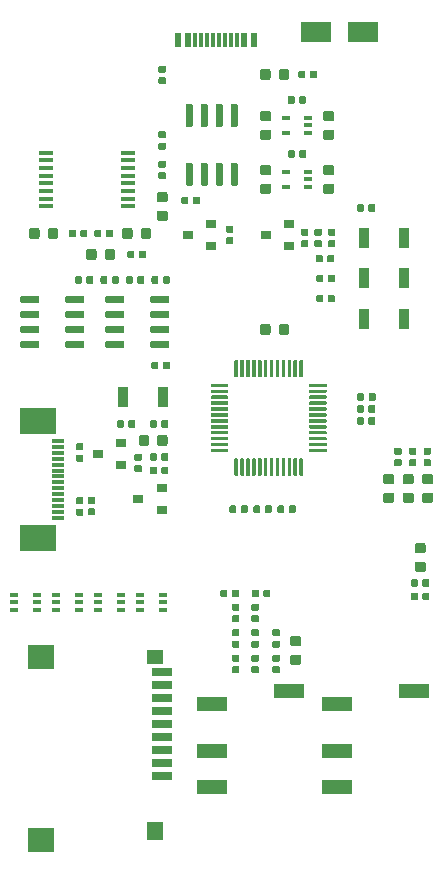
<source format=gbr>
G04 #@! TF.GenerationSoftware,KiCad,Pcbnew,(5.1.5)-3*
G04 #@! TF.CreationDate,2020-09-05T19:48:14+08:00*
G04 #@! TF.ProjectId,VS1053 Dev Brd,56533130-3533-4204-9465-76204272642e,rev?*
G04 #@! TF.SameCoordinates,Original*
G04 #@! TF.FileFunction,Paste,Top*
G04 #@! TF.FilePolarity,Positive*
%FSLAX46Y46*%
G04 Gerber Fmt 4.6, Leading zero omitted, Abs format (unit mm)*
G04 Created by KiCad (PCBNEW (5.1.5)-3) date 2020-09-05 19:48:14*
%MOMM*%
%LPD*%
G04 APERTURE LIST*
%ADD10C,0.100000*%
%ADD11R,0.300000X1.160000*%
%ADD12R,0.600000X1.160000*%
%ADD13R,2.500000X1.800000*%
%ADD14R,2.500000X1.200000*%
%ADD15R,1.100000X0.300000*%
%ADD16R,3.100000X2.300000*%
%ADD17R,1.800000X0.700000*%
%ADD18R,1.400000X1.200000*%
%ADD19R,1.400000X1.600000*%
%ADD20R,2.200000X2.032000*%
%ADD21R,0.900000X0.800000*%
%ADD22R,0.900000X1.700000*%
%ADD23R,0.650000X0.400000*%
%ADD24R,1.200000X0.400000*%
G04 APERTURE END LIST*
D10*
G36*
X81506103Y-89134122D02*
G01*
X81520664Y-89136282D01*
X81534943Y-89139859D01*
X81548803Y-89144818D01*
X81562110Y-89151112D01*
X81574736Y-89158680D01*
X81586559Y-89167448D01*
X81597466Y-89177334D01*
X81607352Y-89188241D01*
X81616120Y-89200064D01*
X81623688Y-89212690D01*
X81629982Y-89225997D01*
X81634941Y-89239857D01*
X81638518Y-89254136D01*
X81640678Y-89268697D01*
X81641400Y-89283400D01*
X81641400Y-89583400D01*
X81640678Y-89598103D01*
X81638518Y-89612664D01*
X81634941Y-89626943D01*
X81629982Y-89640803D01*
X81623688Y-89654110D01*
X81616120Y-89666736D01*
X81607352Y-89678559D01*
X81597466Y-89689466D01*
X81586559Y-89699352D01*
X81574736Y-89708120D01*
X81562110Y-89715688D01*
X81548803Y-89721982D01*
X81534943Y-89726941D01*
X81520664Y-89730518D01*
X81506103Y-89732678D01*
X81491400Y-89733400D01*
X80191400Y-89733400D01*
X80176697Y-89732678D01*
X80162136Y-89730518D01*
X80147857Y-89726941D01*
X80133997Y-89721982D01*
X80120690Y-89715688D01*
X80108064Y-89708120D01*
X80096241Y-89699352D01*
X80085334Y-89689466D01*
X80075448Y-89678559D01*
X80066680Y-89666736D01*
X80059112Y-89654110D01*
X80052818Y-89640803D01*
X80047859Y-89626943D01*
X80044282Y-89612664D01*
X80042122Y-89598103D01*
X80041400Y-89583400D01*
X80041400Y-89283400D01*
X80042122Y-89268697D01*
X80044282Y-89254136D01*
X80047859Y-89239857D01*
X80052818Y-89225997D01*
X80059112Y-89212690D01*
X80066680Y-89200064D01*
X80075448Y-89188241D01*
X80085334Y-89177334D01*
X80096241Y-89167448D01*
X80108064Y-89158680D01*
X80120690Y-89151112D01*
X80133997Y-89144818D01*
X80147857Y-89139859D01*
X80162136Y-89136282D01*
X80176697Y-89134122D01*
X80191400Y-89133400D01*
X81491400Y-89133400D01*
X81506103Y-89134122D01*
G37*
G36*
X81506103Y-90404122D02*
G01*
X81520664Y-90406282D01*
X81534943Y-90409859D01*
X81548803Y-90414818D01*
X81562110Y-90421112D01*
X81574736Y-90428680D01*
X81586559Y-90437448D01*
X81597466Y-90447334D01*
X81607352Y-90458241D01*
X81616120Y-90470064D01*
X81623688Y-90482690D01*
X81629982Y-90495997D01*
X81634941Y-90509857D01*
X81638518Y-90524136D01*
X81640678Y-90538697D01*
X81641400Y-90553400D01*
X81641400Y-90853400D01*
X81640678Y-90868103D01*
X81638518Y-90882664D01*
X81634941Y-90896943D01*
X81629982Y-90910803D01*
X81623688Y-90924110D01*
X81616120Y-90936736D01*
X81607352Y-90948559D01*
X81597466Y-90959466D01*
X81586559Y-90969352D01*
X81574736Y-90978120D01*
X81562110Y-90985688D01*
X81548803Y-90991982D01*
X81534943Y-90996941D01*
X81520664Y-91000518D01*
X81506103Y-91002678D01*
X81491400Y-91003400D01*
X80191400Y-91003400D01*
X80176697Y-91002678D01*
X80162136Y-91000518D01*
X80147857Y-90996941D01*
X80133997Y-90991982D01*
X80120690Y-90985688D01*
X80108064Y-90978120D01*
X80096241Y-90969352D01*
X80085334Y-90959466D01*
X80075448Y-90948559D01*
X80066680Y-90936736D01*
X80059112Y-90924110D01*
X80052818Y-90910803D01*
X80047859Y-90896943D01*
X80044282Y-90882664D01*
X80042122Y-90868103D01*
X80041400Y-90853400D01*
X80041400Y-90553400D01*
X80042122Y-90538697D01*
X80044282Y-90524136D01*
X80047859Y-90509857D01*
X80052818Y-90495997D01*
X80059112Y-90482690D01*
X80066680Y-90470064D01*
X80075448Y-90458241D01*
X80085334Y-90447334D01*
X80096241Y-90437448D01*
X80108064Y-90428680D01*
X80120690Y-90421112D01*
X80133997Y-90414818D01*
X80147857Y-90409859D01*
X80162136Y-90406282D01*
X80176697Y-90404122D01*
X80191400Y-90403400D01*
X81491400Y-90403400D01*
X81506103Y-90404122D01*
G37*
G36*
X81506103Y-91674122D02*
G01*
X81520664Y-91676282D01*
X81534943Y-91679859D01*
X81548803Y-91684818D01*
X81562110Y-91691112D01*
X81574736Y-91698680D01*
X81586559Y-91707448D01*
X81597466Y-91717334D01*
X81607352Y-91728241D01*
X81616120Y-91740064D01*
X81623688Y-91752690D01*
X81629982Y-91765997D01*
X81634941Y-91779857D01*
X81638518Y-91794136D01*
X81640678Y-91808697D01*
X81641400Y-91823400D01*
X81641400Y-92123400D01*
X81640678Y-92138103D01*
X81638518Y-92152664D01*
X81634941Y-92166943D01*
X81629982Y-92180803D01*
X81623688Y-92194110D01*
X81616120Y-92206736D01*
X81607352Y-92218559D01*
X81597466Y-92229466D01*
X81586559Y-92239352D01*
X81574736Y-92248120D01*
X81562110Y-92255688D01*
X81548803Y-92261982D01*
X81534943Y-92266941D01*
X81520664Y-92270518D01*
X81506103Y-92272678D01*
X81491400Y-92273400D01*
X80191400Y-92273400D01*
X80176697Y-92272678D01*
X80162136Y-92270518D01*
X80147857Y-92266941D01*
X80133997Y-92261982D01*
X80120690Y-92255688D01*
X80108064Y-92248120D01*
X80096241Y-92239352D01*
X80085334Y-92229466D01*
X80075448Y-92218559D01*
X80066680Y-92206736D01*
X80059112Y-92194110D01*
X80052818Y-92180803D01*
X80047859Y-92166943D01*
X80044282Y-92152664D01*
X80042122Y-92138103D01*
X80041400Y-92123400D01*
X80041400Y-91823400D01*
X80042122Y-91808697D01*
X80044282Y-91794136D01*
X80047859Y-91779857D01*
X80052818Y-91765997D01*
X80059112Y-91752690D01*
X80066680Y-91740064D01*
X80075448Y-91728241D01*
X80085334Y-91717334D01*
X80096241Y-91707448D01*
X80108064Y-91698680D01*
X80120690Y-91691112D01*
X80133997Y-91684818D01*
X80147857Y-91679859D01*
X80162136Y-91676282D01*
X80176697Y-91674122D01*
X80191400Y-91673400D01*
X81491400Y-91673400D01*
X81506103Y-91674122D01*
G37*
G36*
X81506103Y-92944122D02*
G01*
X81520664Y-92946282D01*
X81534943Y-92949859D01*
X81548803Y-92954818D01*
X81562110Y-92961112D01*
X81574736Y-92968680D01*
X81586559Y-92977448D01*
X81597466Y-92987334D01*
X81607352Y-92998241D01*
X81616120Y-93010064D01*
X81623688Y-93022690D01*
X81629982Y-93035997D01*
X81634941Y-93049857D01*
X81638518Y-93064136D01*
X81640678Y-93078697D01*
X81641400Y-93093400D01*
X81641400Y-93393400D01*
X81640678Y-93408103D01*
X81638518Y-93422664D01*
X81634941Y-93436943D01*
X81629982Y-93450803D01*
X81623688Y-93464110D01*
X81616120Y-93476736D01*
X81607352Y-93488559D01*
X81597466Y-93499466D01*
X81586559Y-93509352D01*
X81574736Y-93518120D01*
X81562110Y-93525688D01*
X81548803Y-93531982D01*
X81534943Y-93536941D01*
X81520664Y-93540518D01*
X81506103Y-93542678D01*
X81491400Y-93543400D01*
X80191400Y-93543400D01*
X80176697Y-93542678D01*
X80162136Y-93540518D01*
X80147857Y-93536941D01*
X80133997Y-93531982D01*
X80120690Y-93525688D01*
X80108064Y-93518120D01*
X80096241Y-93509352D01*
X80085334Y-93499466D01*
X80075448Y-93488559D01*
X80066680Y-93476736D01*
X80059112Y-93464110D01*
X80052818Y-93450803D01*
X80047859Y-93436943D01*
X80044282Y-93422664D01*
X80042122Y-93408103D01*
X80041400Y-93393400D01*
X80041400Y-93093400D01*
X80042122Y-93078697D01*
X80044282Y-93064136D01*
X80047859Y-93049857D01*
X80052818Y-93035997D01*
X80059112Y-93022690D01*
X80066680Y-93010064D01*
X80075448Y-92998241D01*
X80085334Y-92987334D01*
X80096241Y-92977448D01*
X80108064Y-92968680D01*
X80120690Y-92961112D01*
X80133997Y-92954818D01*
X80147857Y-92949859D01*
X80162136Y-92946282D01*
X80176697Y-92944122D01*
X80191400Y-92943400D01*
X81491400Y-92943400D01*
X81506103Y-92944122D01*
G37*
G36*
X74306103Y-92944122D02*
G01*
X74320664Y-92946282D01*
X74334943Y-92949859D01*
X74348803Y-92954818D01*
X74362110Y-92961112D01*
X74374736Y-92968680D01*
X74386559Y-92977448D01*
X74397466Y-92987334D01*
X74407352Y-92998241D01*
X74416120Y-93010064D01*
X74423688Y-93022690D01*
X74429982Y-93035997D01*
X74434941Y-93049857D01*
X74438518Y-93064136D01*
X74440678Y-93078697D01*
X74441400Y-93093400D01*
X74441400Y-93393400D01*
X74440678Y-93408103D01*
X74438518Y-93422664D01*
X74434941Y-93436943D01*
X74429982Y-93450803D01*
X74423688Y-93464110D01*
X74416120Y-93476736D01*
X74407352Y-93488559D01*
X74397466Y-93499466D01*
X74386559Y-93509352D01*
X74374736Y-93518120D01*
X74362110Y-93525688D01*
X74348803Y-93531982D01*
X74334943Y-93536941D01*
X74320664Y-93540518D01*
X74306103Y-93542678D01*
X74291400Y-93543400D01*
X72991400Y-93543400D01*
X72976697Y-93542678D01*
X72962136Y-93540518D01*
X72947857Y-93536941D01*
X72933997Y-93531982D01*
X72920690Y-93525688D01*
X72908064Y-93518120D01*
X72896241Y-93509352D01*
X72885334Y-93499466D01*
X72875448Y-93488559D01*
X72866680Y-93476736D01*
X72859112Y-93464110D01*
X72852818Y-93450803D01*
X72847859Y-93436943D01*
X72844282Y-93422664D01*
X72842122Y-93408103D01*
X72841400Y-93393400D01*
X72841400Y-93093400D01*
X72842122Y-93078697D01*
X72844282Y-93064136D01*
X72847859Y-93049857D01*
X72852818Y-93035997D01*
X72859112Y-93022690D01*
X72866680Y-93010064D01*
X72875448Y-92998241D01*
X72885334Y-92987334D01*
X72896241Y-92977448D01*
X72908064Y-92968680D01*
X72920690Y-92961112D01*
X72933997Y-92954818D01*
X72947857Y-92949859D01*
X72962136Y-92946282D01*
X72976697Y-92944122D01*
X72991400Y-92943400D01*
X74291400Y-92943400D01*
X74306103Y-92944122D01*
G37*
G36*
X74306103Y-91674122D02*
G01*
X74320664Y-91676282D01*
X74334943Y-91679859D01*
X74348803Y-91684818D01*
X74362110Y-91691112D01*
X74374736Y-91698680D01*
X74386559Y-91707448D01*
X74397466Y-91717334D01*
X74407352Y-91728241D01*
X74416120Y-91740064D01*
X74423688Y-91752690D01*
X74429982Y-91765997D01*
X74434941Y-91779857D01*
X74438518Y-91794136D01*
X74440678Y-91808697D01*
X74441400Y-91823400D01*
X74441400Y-92123400D01*
X74440678Y-92138103D01*
X74438518Y-92152664D01*
X74434941Y-92166943D01*
X74429982Y-92180803D01*
X74423688Y-92194110D01*
X74416120Y-92206736D01*
X74407352Y-92218559D01*
X74397466Y-92229466D01*
X74386559Y-92239352D01*
X74374736Y-92248120D01*
X74362110Y-92255688D01*
X74348803Y-92261982D01*
X74334943Y-92266941D01*
X74320664Y-92270518D01*
X74306103Y-92272678D01*
X74291400Y-92273400D01*
X72991400Y-92273400D01*
X72976697Y-92272678D01*
X72962136Y-92270518D01*
X72947857Y-92266941D01*
X72933997Y-92261982D01*
X72920690Y-92255688D01*
X72908064Y-92248120D01*
X72896241Y-92239352D01*
X72885334Y-92229466D01*
X72875448Y-92218559D01*
X72866680Y-92206736D01*
X72859112Y-92194110D01*
X72852818Y-92180803D01*
X72847859Y-92166943D01*
X72844282Y-92152664D01*
X72842122Y-92138103D01*
X72841400Y-92123400D01*
X72841400Y-91823400D01*
X72842122Y-91808697D01*
X72844282Y-91794136D01*
X72847859Y-91779857D01*
X72852818Y-91765997D01*
X72859112Y-91752690D01*
X72866680Y-91740064D01*
X72875448Y-91728241D01*
X72885334Y-91717334D01*
X72896241Y-91707448D01*
X72908064Y-91698680D01*
X72920690Y-91691112D01*
X72933997Y-91684818D01*
X72947857Y-91679859D01*
X72962136Y-91676282D01*
X72976697Y-91674122D01*
X72991400Y-91673400D01*
X74291400Y-91673400D01*
X74306103Y-91674122D01*
G37*
G36*
X74306103Y-90404122D02*
G01*
X74320664Y-90406282D01*
X74334943Y-90409859D01*
X74348803Y-90414818D01*
X74362110Y-90421112D01*
X74374736Y-90428680D01*
X74386559Y-90437448D01*
X74397466Y-90447334D01*
X74407352Y-90458241D01*
X74416120Y-90470064D01*
X74423688Y-90482690D01*
X74429982Y-90495997D01*
X74434941Y-90509857D01*
X74438518Y-90524136D01*
X74440678Y-90538697D01*
X74441400Y-90553400D01*
X74441400Y-90853400D01*
X74440678Y-90868103D01*
X74438518Y-90882664D01*
X74434941Y-90896943D01*
X74429982Y-90910803D01*
X74423688Y-90924110D01*
X74416120Y-90936736D01*
X74407352Y-90948559D01*
X74397466Y-90959466D01*
X74386559Y-90969352D01*
X74374736Y-90978120D01*
X74362110Y-90985688D01*
X74348803Y-90991982D01*
X74334943Y-90996941D01*
X74320664Y-91000518D01*
X74306103Y-91002678D01*
X74291400Y-91003400D01*
X72991400Y-91003400D01*
X72976697Y-91002678D01*
X72962136Y-91000518D01*
X72947857Y-90996941D01*
X72933997Y-90991982D01*
X72920690Y-90985688D01*
X72908064Y-90978120D01*
X72896241Y-90969352D01*
X72885334Y-90959466D01*
X72875448Y-90948559D01*
X72866680Y-90936736D01*
X72859112Y-90924110D01*
X72852818Y-90910803D01*
X72847859Y-90896943D01*
X72844282Y-90882664D01*
X72842122Y-90868103D01*
X72841400Y-90853400D01*
X72841400Y-90553400D01*
X72842122Y-90538697D01*
X72844282Y-90524136D01*
X72847859Y-90509857D01*
X72852818Y-90495997D01*
X72859112Y-90482690D01*
X72866680Y-90470064D01*
X72875448Y-90458241D01*
X72885334Y-90447334D01*
X72896241Y-90437448D01*
X72908064Y-90428680D01*
X72920690Y-90421112D01*
X72933997Y-90414818D01*
X72947857Y-90409859D01*
X72962136Y-90406282D01*
X72976697Y-90404122D01*
X72991400Y-90403400D01*
X74291400Y-90403400D01*
X74306103Y-90404122D01*
G37*
G36*
X74306103Y-89134122D02*
G01*
X74320664Y-89136282D01*
X74334943Y-89139859D01*
X74348803Y-89144818D01*
X74362110Y-89151112D01*
X74374736Y-89158680D01*
X74386559Y-89167448D01*
X74397466Y-89177334D01*
X74407352Y-89188241D01*
X74416120Y-89200064D01*
X74423688Y-89212690D01*
X74429982Y-89225997D01*
X74434941Y-89239857D01*
X74438518Y-89254136D01*
X74440678Y-89268697D01*
X74441400Y-89283400D01*
X74441400Y-89583400D01*
X74440678Y-89598103D01*
X74438518Y-89612664D01*
X74434941Y-89626943D01*
X74429982Y-89640803D01*
X74423688Y-89654110D01*
X74416120Y-89666736D01*
X74407352Y-89678559D01*
X74397466Y-89689466D01*
X74386559Y-89699352D01*
X74374736Y-89708120D01*
X74362110Y-89715688D01*
X74348803Y-89721982D01*
X74334943Y-89726941D01*
X74320664Y-89730518D01*
X74306103Y-89732678D01*
X74291400Y-89733400D01*
X72991400Y-89733400D01*
X72976697Y-89732678D01*
X72962136Y-89730518D01*
X72947857Y-89726941D01*
X72933997Y-89721982D01*
X72920690Y-89715688D01*
X72908064Y-89708120D01*
X72896241Y-89699352D01*
X72885334Y-89689466D01*
X72875448Y-89678559D01*
X72866680Y-89666736D01*
X72859112Y-89654110D01*
X72852818Y-89640803D01*
X72847859Y-89626943D01*
X72844282Y-89612664D01*
X72842122Y-89598103D01*
X72841400Y-89583400D01*
X72841400Y-89283400D01*
X72842122Y-89268697D01*
X72844282Y-89254136D01*
X72847859Y-89239857D01*
X72852818Y-89225997D01*
X72859112Y-89212690D01*
X72866680Y-89200064D01*
X72875448Y-89188241D01*
X72885334Y-89177334D01*
X72896241Y-89167448D01*
X72908064Y-89158680D01*
X72920690Y-89151112D01*
X72933997Y-89144818D01*
X72947857Y-89139859D01*
X72962136Y-89136282D01*
X72976697Y-89134122D01*
X72991400Y-89133400D01*
X74291400Y-89133400D01*
X74306103Y-89134122D01*
G37*
G36*
X85316103Y-89134122D02*
G01*
X85330664Y-89136282D01*
X85344943Y-89139859D01*
X85358803Y-89144818D01*
X85372110Y-89151112D01*
X85384736Y-89158680D01*
X85396559Y-89167448D01*
X85407466Y-89177334D01*
X85417352Y-89188241D01*
X85426120Y-89200064D01*
X85433688Y-89212690D01*
X85439982Y-89225997D01*
X85444941Y-89239857D01*
X85448518Y-89254136D01*
X85450678Y-89268697D01*
X85451400Y-89283400D01*
X85451400Y-89583400D01*
X85450678Y-89598103D01*
X85448518Y-89612664D01*
X85444941Y-89626943D01*
X85439982Y-89640803D01*
X85433688Y-89654110D01*
X85426120Y-89666736D01*
X85417352Y-89678559D01*
X85407466Y-89689466D01*
X85396559Y-89699352D01*
X85384736Y-89708120D01*
X85372110Y-89715688D01*
X85358803Y-89721982D01*
X85344943Y-89726941D01*
X85330664Y-89730518D01*
X85316103Y-89732678D01*
X85301400Y-89733400D01*
X84001400Y-89733400D01*
X83986697Y-89732678D01*
X83972136Y-89730518D01*
X83957857Y-89726941D01*
X83943997Y-89721982D01*
X83930690Y-89715688D01*
X83918064Y-89708120D01*
X83906241Y-89699352D01*
X83895334Y-89689466D01*
X83885448Y-89678559D01*
X83876680Y-89666736D01*
X83869112Y-89654110D01*
X83862818Y-89640803D01*
X83857859Y-89626943D01*
X83854282Y-89612664D01*
X83852122Y-89598103D01*
X83851400Y-89583400D01*
X83851400Y-89283400D01*
X83852122Y-89268697D01*
X83854282Y-89254136D01*
X83857859Y-89239857D01*
X83862818Y-89225997D01*
X83869112Y-89212690D01*
X83876680Y-89200064D01*
X83885448Y-89188241D01*
X83895334Y-89177334D01*
X83906241Y-89167448D01*
X83918064Y-89158680D01*
X83930690Y-89151112D01*
X83943997Y-89144818D01*
X83957857Y-89139859D01*
X83972136Y-89136282D01*
X83986697Y-89134122D01*
X84001400Y-89133400D01*
X85301400Y-89133400D01*
X85316103Y-89134122D01*
G37*
G36*
X85316103Y-90404122D02*
G01*
X85330664Y-90406282D01*
X85344943Y-90409859D01*
X85358803Y-90414818D01*
X85372110Y-90421112D01*
X85384736Y-90428680D01*
X85396559Y-90437448D01*
X85407466Y-90447334D01*
X85417352Y-90458241D01*
X85426120Y-90470064D01*
X85433688Y-90482690D01*
X85439982Y-90495997D01*
X85444941Y-90509857D01*
X85448518Y-90524136D01*
X85450678Y-90538697D01*
X85451400Y-90553400D01*
X85451400Y-90853400D01*
X85450678Y-90868103D01*
X85448518Y-90882664D01*
X85444941Y-90896943D01*
X85439982Y-90910803D01*
X85433688Y-90924110D01*
X85426120Y-90936736D01*
X85417352Y-90948559D01*
X85407466Y-90959466D01*
X85396559Y-90969352D01*
X85384736Y-90978120D01*
X85372110Y-90985688D01*
X85358803Y-90991982D01*
X85344943Y-90996941D01*
X85330664Y-91000518D01*
X85316103Y-91002678D01*
X85301400Y-91003400D01*
X84001400Y-91003400D01*
X83986697Y-91002678D01*
X83972136Y-91000518D01*
X83957857Y-90996941D01*
X83943997Y-90991982D01*
X83930690Y-90985688D01*
X83918064Y-90978120D01*
X83906241Y-90969352D01*
X83895334Y-90959466D01*
X83885448Y-90948559D01*
X83876680Y-90936736D01*
X83869112Y-90924110D01*
X83862818Y-90910803D01*
X83857859Y-90896943D01*
X83854282Y-90882664D01*
X83852122Y-90868103D01*
X83851400Y-90853400D01*
X83851400Y-90553400D01*
X83852122Y-90538697D01*
X83854282Y-90524136D01*
X83857859Y-90509857D01*
X83862818Y-90495997D01*
X83869112Y-90482690D01*
X83876680Y-90470064D01*
X83885448Y-90458241D01*
X83895334Y-90447334D01*
X83906241Y-90437448D01*
X83918064Y-90428680D01*
X83930690Y-90421112D01*
X83943997Y-90414818D01*
X83957857Y-90409859D01*
X83972136Y-90406282D01*
X83986697Y-90404122D01*
X84001400Y-90403400D01*
X85301400Y-90403400D01*
X85316103Y-90404122D01*
G37*
G36*
X85316103Y-91674122D02*
G01*
X85330664Y-91676282D01*
X85344943Y-91679859D01*
X85358803Y-91684818D01*
X85372110Y-91691112D01*
X85384736Y-91698680D01*
X85396559Y-91707448D01*
X85407466Y-91717334D01*
X85417352Y-91728241D01*
X85426120Y-91740064D01*
X85433688Y-91752690D01*
X85439982Y-91765997D01*
X85444941Y-91779857D01*
X85448518Y-91794136D01*
X85450678Y-91808697D01*
X85451400Y-91823400D01*
X85451400Y-92123400D01*
X85450678Y-92138103D01*
X85448518Y-92152664D01*
X85444941Y-92166943D01*
X85439982Y-92180803D01*
X85433688Y-92194110D01*
X85426120Y-92206736D01*
X85417352Y-92218559D01*
X85407466Y-92229466D01*
X85396559Y-92239352D01*
X85384736Y-92248120D01*
X85372110Y-92255688D01*
X85358803Y-92261982D01*
X85344943Y-92266941D01*
X85330664Y-92270518D01*
X85316103Y-92272678D01*
X85301400Y-92273400D01*
X84001400Y-92273400D01*
X83986697Y-92272678D01*
X83972136Y-92270518D01*
X83957857Y-92266941D01*
X83943997Y-92261982D01*
X83930690Y-92255688D01*
X83918064Y-92248120D01*
X83906241Y-92239352D01*
X83895334Y-92229466D01*
X83885448Y-92218559D01*
X83876680Y-92206736D01*
X83869112Y-92194110D01*
X83862818Y-92180803D01*
X83857859Y-92166943D01*
X83854282Y-92152664D01*
X83852122Y-92138103D01*
X83851400Y-92123400D01*
X83851400Y-91823400D01*
X83852122Y-91808697D01*
X83854282Y-91794136D01*
X83857859Y-91779857D01*
X83862818Y-91765997D01*
X83869112Y-91752690D01*
X83876680Y-91740064D01*
X83885448Y-91728241D01*
X83895334Y-91717334D01*
X83906241Y-91707448D01*
X83918064Y-91698680D01*
X83930690Y-91691112D01*
X83943997Y-91684818D01*
X83957857Y-91679859D01*
X83972136Y-91676282D01*
X83986697Y-91674122D01*
X84001400Y-91673400D01*
X85301400Y-91673400D01*
X85316103Y-91674122D01*
G37*
G36*
X85316103Y-92944122D02*
G01*
X85330664Y-92946282D01*
X85344943Y-92949859D01*
X85358803Y-92954818D01*
X85372110Y-92961112D01*
X85384736Y-92968680D01*
X85396559Y-92977448D01*
X85407466Y-92987334D01*
X85417352Y-92998241D01*
X85426120Y-93010064D01*
X85433688Y-93022690D01*
X85439982Y-93035997D01*
X85444941Y-93049857D01*
X85448518Y-93064136D01*
X85450678Y-93078697D01*
X85451400Y-93093400D01*
X85451400Y-93393400D01*
X85450678Y-93408103D01*
X85448518Y-93422664D01*
X85444941Y-93436943D01*
X85439982Y-93450803D01*
X85433688Y-93464110D01*
X85426120Y-93476736D01*
X85417352Y-93488559D01*
X85407466Y-93499466D01*
X85396559Y-93509352D01*
X85384736Y-93518120D01*
X85372110Y-93525688D01*
X85358803Y-93531982D01*
X85344943Y-93536941D01*
X85330664Y-93540518D01*
X85316103Y-93542678D01*
X85301400Y-93543400D01*
X84001400Y-93543400D01*
X83986697Y-93542678D01*
X83972136Y-93540518D01*
X83957857Y-93536941D01*
X83943997Y-93531982D01*
X83930690Y-93525688D01*
X83918064Y-93518120D01*
X83906241Y-93509352D01*
X83895334Y-93499466D01*
X83885448Y-93488559D01*
X83876680Y-93476736D01*
X83869112Y-93464110D01*
X83862818Y-93450803D01*
X83857859Y-93436943D01*
X83854282Y-93422664D01*
X83852122Y-93408103D01*
X83851400Y-93393400D01*
X83851400Y-93093400D01*
X83852122Y-93078697D01*
X83854282Y-93064136D01*
X83857859Y-93049857D01*
X83862818Y-93035997D01*
X83869112Y-93022690D01*
X83876680Y-93010064D01*
X83885448Y-92998241D01*
X83895334Y-92987334D01*
X83906241Y-92977448D01*
X83918064Y-92968680D01*
X83930690Y-92961112D01*
X83943997Y-92954818D01*
X83957857Y-92949859D01*
X83972136Y-92946282D01*
X83986697Y-92944122D01*
X84001400Y-92943400D01*
X85301400Y-92943400D01*
X85316103Y-92944122D01*
G37*
G36*
X78116103Y-92944122D02*
G01*
X78130664Y-92946282D01*
X78144943Y-92949859D01*
X78158803Y-92954818D01*
X78172110Y-92961112D01*
X78184736Y-92968680D01*
X78196559Y-92977448D01*
X78207466Y-92987334D01*
X78217352Y-92998241D01*
X78226120Y-93010064D01*
X78233688Y-93022690D01*
X78239982Y-93035997D01*
X78244941Y-93049857D01*
X78248518Y-93064136D01*
X78250678Y-93078697D01*
X78251400Y-93093400D01*
X78251400Y-93393400D01*
X78250678Y-93408103D01*
X78248518Y-93422664D01*
X78244941Y-93436943D01*
X78239982Y-93450803D01*
X78233688Y-93464110D01*
X78226120Y-93476736D01*
X78217352Y-93488559D01*
X78207466Y-93499466D01*
X78196559Y-93509352D01*
X78184736Y-93518120D01*
X78172110Y-93525688D01*
X78158803Y-93531982D01*
X78144943Y-93536941D01*
X78130664Y-93540518D01*
X78116103Y-93542678D01*
X78101400Y-93543400D01*
X76801400Y-93543400D01*
X76786697Y-93542678D01*
X76772136Y-93540518D01*
X76757857Y-93536941D01*
X76743997Y-93531982D01*
X76730690Y-93525688D01*
X76718064Y-93518120D01*
X76706241Y-93509352D01*
X76695334Y-93499466D01*
X76685448Y-93488559D01*
X76676680Y-93476736D01*
X76669112Y-93464110D01*
X76662818Y-93450803D01*
X76657859Y-93436943D01*
X76654282Y-93422664D01*
X76652122Y-93408103D01*
X76651400Y-93393400D01*
X76651400Y-93093400D01*
X76652122Y-93078697D01*
X76654282Y-93064136D01*
X76657859Y-93049857D01*
X76662818Y-93035997D01*
X76669112Y-93022690D01*
X76676680Y-93010064D01*
X76685448Y-92998241D01*
X76695334Y-92987334D01*
X76706241Y-92977448D01*
X76718064Y-92968680D01*
X76730690Y-92961112D01*
X76743997Y-92954818D01*
X76757857Y-92949859D01*
X76772136Y-92946282D01*
X76786697Y-92944122D01*
X76801400Y-92943400D01*
X78101400Y-92943400D01*
X78116103Y-92944122D01*
G37*
G36*
X78116103Y-91674122D02*
G01*
X78130664Y-91676282D01*
X78144943Y-91679859D01*
X78158803Y-91684818D01*
X78172110Y-91691112D01*
X78184736Y-91698680D01*
X78196559Y-91707448D01*
X78207466Y-91717334D01*
X78217352Y-91728241D01*
X78226120Y-91740064D01*
X78233688Y-91752690D01*
X78239982Y-91765997D01*
X78244941Y-91779857D01*
X78248518Y-91794136D01*
X78250678Y-91808697D01*
X78251400Y-91823400D01*
X78251400Y-92123400D01*
X78250678Y-92138103D01*
X78248518Y-92152664D01*
X78244941Y-92166943D01*
X78239982Y-92180803D01*
X78233688Y-92194110D01*
X78226120Y-92206736D01*
X78217352Y-92218559D01*
X78207466Y-92229466D01*
X78196559Y-92239352D01*
X78184736Y-92248120D01*
X78172110Y-92255688D01*
X78158803Y-92261982D01*
X78144943Y-92266941D01*
X78130664Y-92270518D01*
X78116103Y-92272678D01*
X78101400Y-92273400D01*
X76801400Y-92273400D01*
X76786697Y-92272678D01*
X76772136Y-92270518D01*
X76757857Y-92266941D01*
X76743997Y-92261982D01*
X76730690Y-92255688D01*
X76718064Y-92248120D01*
X76706241Y-92239352D01*
X76695334Y-92229466D01*
X76685448Y-92218559D01*
X76676680Y-92206736D01*
X76669112Y-92194110D01*
X76662818Y-92180803D01*
X76657859Y-92166943D01*
X76654282Y-92152664D01*
X76652122Y-92138103D01*
X76651400Y-92123400D01*
X76651400Y-91823400D01*
X76652122Y-91808697D01*
X76654282Y-91794136D01*
X76657859Y-91779857D01*
X76662818Y-91765997D01*
X76669112Y-91752690D01*
X76676680Y-91740064D01*
X76685448Y-91728241D01*
X76695334Y-91717334D01*
X76706241Y-91707448D01*
X76718064Y-91698680D01*
X76730690Y-91691112D01*
X76743997Y-91684818D01*
X76757857Y-91679859D01*
X76772136Y-91676282D01*
X76786697Y-91674122D01*
X76801400Y-91673400D01*
X78101400Y-91673400D01*
X78116103Y-91674122D01*
G37*
G36*
X78116103Y-90404122D02*
G01*
X78130664Y-90406282D01*
X78144943Y-90409859D01*
X78158803Y-90414818D01*
X78172110Y-90421112D01*
X78184736Y-90428680D01*
X78196559Y-90437448D01*
X78207466Y-90447334D01*
X78217352Y-90458241D01*
X78226120Y-90470064D01*
X78233688Y-90482690D01*
X78239982Y-90495997D01*
X78244941Y-90509857D01*
X78248518Y-90524136D01*
X78250678Y-90538697D01*
X78251400Y-90553400D01*
X78251400Y-90853400D01*
X78250678Y-90868103D01*
X78248518Y-90882664D01*
X78244941Y-90896943D01*
X78239982Y-90910803D01*
X78233688Y-90924110D01*
X78226120Y-90936736D01*
X78217352Y-90948559D01*
X78207466Y-90959466D01*
X78196559Y-90969352D01*
X78184736Y-90978120D01*
X78172110Y-90985688D01*
X78158803Y-90991982D01*
X78144943Y-90996941D01*
X78130664Y-91000518D01*
X78116103Y-91002678D01*
X78101400Y-91003400D01*
X76801400Y-91003400D01*
X76786697Y-91002678D01*
X76772136Y-91000518D01*
X76757857Y-90996941D01*
X76743997Y-90991982D01*
X76730690Y-90985688D01*
X76718064Y-90978120D01*
X76706241Y-90969352D01*
X76695334Y-90959466D01*
X76685448Y-90948559D01*
X76676680Y-90936736D01*
X76669112Y-90924110D01*
X76662818Y-90910803D01*
X76657859Y-90896943D01*
X76654282Y-90882664D01*
X76652122Y-90868103D01*
X76651400Y-90853400D01*
X76651400Y-90553400D01*
X76652122Y-90538697D01*
X76654282Y-90524136D01*
X76657859Y-90509857D01*
X76662818Y-90495997D01*
X76669112Y-90482690D01*
X76676680Y-90470064D01*
X76685448Y-90458241D01*
X76695334Y-90447334D01*
X76706241Y-90437448D01*
X76718064Y-90428680D01*
X76730690Y-90421112D01*
X76743997Y-90414818D01*
X76757857Y-90409859D01*
X76772136Y-90406282D01*
X76786697Y-90404122D01*
X76801400Y-90403400D01*
X78101400Y-90403400D01*
X78116103Y-90404122D01*
G37*
G36*
X78116103Y-89134122D02*
G01*
X78130664Y-89136282D01*
X78144943Y-89139859D01*
X78158803Y-89144818D01*
X78172110Y-89151112D01*
X78184736Y-89158680D01*
X78196559Y-89167448D01*
X78207466Y-89177334D01*
X78217352Y-89188241D01*
X78226120Y-89200064D01*
X78233688Y-89212690D01*
X78239982Y-89225997D01*
X78244941Y-89239857D01*
X78248518Y-89254136D01*
X78250678Y-89268697D01*
X78251400Y-89283400D01*
X78251400Y-89583400D01*
X78250678Y-89598103D01*
X78248518Y-89612664D01*
X78244941Y-89626943D01*
X78239982Y-89640803D01*
X78233688Y-89654110D01*
X78226120Y-89666736D01*
X78217352Y-89678559D01*
X78207466Y-89689466D01*
X78196559Y-89699352D01*
X78184736Y-89708120D01*
X78172110Y-89715688D01*
X78158803Y-89721982D01*
X78144943Y-89726941D01*
X78130664Y-89730518D01*
X78116103Y-89732678D01*
X78101400Y-89733400D01*
X76801400Y-89733400D01*
X76786697Y-89732678D01*
X76772136Y-89730518D01*
X76757857Y-89726941D01*
X76743997Y-89721982D01*
X76730690Y-89715688D01*
X76718064Y-89708120D01*
X76706241Y-89699352D01*
X76695334Y-89689466D01*
X76685448Y-89678559D01*
X76676680Y-89666736D01*
X76669112Y-89654110D01*
X76662818Y-89640803D01*
X76657859Y-89626943D01*
X76654282Y-89612664D01*
X76652122Y-89598103D01*
X76651400Y-89583400D01*
X76651400Y-89283400D01*
X76652122Y-89268697D01*
X76654282Y-89254136D01*
X76657859Y-89239857D01*
X76662818Y-89225997D01*
X76669112Y-89212690D01*
X76676680Y-89200064D01*
X76685448Y-89188241D01*
X76695334Y-89177334D01*
X76706241Y-89167448D01*
X76718064Y-89158680D01*
X76730690Y-89151112D01*
X76743997Y-89144818D01*
X76757857Y-89139859D01*
X76772136Y-89136282D01*
X76786697Y-89134122D01*
X76801400Y-89133400D01*
X78101400Y-89133400D01*
X78116103Y-89134122D01*
G37*
G36*
X91122103Y-77853122D02*
G01*
X91136664Y-77855282D01*
X91150943Y-77858859D01*
X91164803Y-77863818D01*
X91178110Y-77870112D01*
X91190736Y-77877680D01*
X91202559Y-77886448D01*
X91213466Y-77896334D01*
X91223352Y-77907241D01*
X91232120Y-77919064D01*
X91239688Y-77931690D01*
X91245982Y-77944997D01*
X91250941Y-77958857D01*
X91254518Y-77973136D01*
X91256678Y-77987697D01*
X91257400Y-78002400D01*
X91257400Y-79652400D01*
X91256678Y-79667103D01*
X91254518Y-79681664D01*
X91250941Y-79695943D01*
X91245982Y-79709803D01*
X91239688Y-79723110D01*
X91232120Y-79735736D01*
X91223352Y-79747559D01*
X91213466Y-79758466D01*
X91202559Y-79768352D01*
X91190736Y-79777120D01*
X91178110Y-79784688D01*
X91164803Y-79790982D01*
X91150943Y-79795941D01*
X91136664Y-79799518D01*
X91122103Y-79801678D01*
X91107400Y-79802400D01*
X90807400Y-79802400D01*
X90792697Y-79801678D01*
X90778136Y-79799518D01*
X90763857Y-79795941D01*
X90749997Y-79790982D01*
X90736690Y-79784688D01*
X90724064Y-79777120D01*
X90712241Y-79768352D01*
X90701334Y-79758466D01*
X90691448Y-79747559D01*
X90682680Y-79735736D01*
X90675112Y-79723110D01*
X90668818Y-79709803D01*
X90663859Y-79695943D01*
X90660282Y-79681664D01*
X90658122Y-79667103D01*
X90657400Y-79652400D01*
X90657400Y-78002400D01*
X90658122Y-77987697D01*
X90660282Y-77973136D01*
X90663859Y-77958857D01*
X90668818Y-77944997D01*
X90675112Y-77931690D01*
X90682680Y-77919064D01*
X90691448Y-77907241D01*
X90701334Y-77896334D01*
X90712241Y-77886448D01*
X90724064Y-77877680D01*
X90736690Y-77870112D01*
X90749997Y-77863818D01*
X90763857Y-77858859D01*
X90778136Y-77855282D01*
X90792697Y-77853122D01*
X90807400Y-77852400D01*
X91107400Y-77852400D01*
X91122103Y-77853122D01*
G37*
G36*
X89852103Y-77853122D02*
G01*
X89866664Y-77855282D01*
X89880943Y-77858859D01*
X89894803Y-77863818D01*
X89908110Y-77870112D01*
X89920736Y-77877680D01*
X89932559Y-77886448D01*
X89943466Y-77896334D01*
X89953352Y-77907241D01*
X89962120Y-77919064D01*
X89969688Y-77931690D01*
X89975982Y-77944997D01*
X89980941Y-77958857D01*
X89984518Y-77973136D01*
X89986678Y-77987697D01*
X89987400Y-78002400D01*
X89987400Y-79652400D01*
X89986678Y-79667103D01*
X89984518Y-79681664D01*
X89980941Y-79695943D01*
X89975982Y-79709803D01*
X89969688Y-79723110D01*
X89962120Y-79735736D01*
X89953352Y-79747559D01*
X89943466Y-79758466D01*
X89932559Y-79768352D01*
X89920736Y-79777120D01*
X89908110Y-79784688D01*
X89894803Y-79790982D01*
X89880943Y-79795941D01*
X89866664Y-79799518D01*
X89852103Y-79801678D01*
X89837400Y-79802400D01*
X89537400Y-79802400D01*
X89522697Y-79801678D01*
X89508136Y-79799518D01*
X89493857Y-79795941D01*
X89479997Y-79790982D01*
X89466690Y-79784688D01*
X89454064Y-79777120D01*
X89442241Y-79768352D01*
X89431334Y-79758466D01*
X89421448Y-79747559D01*
X89412680Y-79735736D01*
X89405112Y-79723110D01*
X89398818Y-79709803D01*
X89393859Y-79695943D01*
X89390282Y-79681664D01*
X89388122Y-79667103D01*
X89387400Y-79652400D01*
X89387400Y-78002400D01*
X89388122Y-77987697D01*
X89390282Y-77973136D01*
X89393859Y-77958857D01*
X89398818Y-77944997D01*
X89405112Y-77931690D01*
X89412680Y-77919064D01*
X89421448Y-77907241D01*
X89431334Y-77896334D01*
X89442241Y-77886448D01*
X89454064Y-77877680D01*
X89466690Y-77870112D01*
X89479997Y-77863818D01*
X89493857Y-77858859D01*
X89508136Y-77855282D01*
X89522697Y-77853122D01*
X89537400Y-77852400D01*
X89837400Y-77852400D01*
X89852103Y-77853122D01*
G37*
G36*
X88582103Y-77853122D02*
G01*
X88596664Y-77855282D01*
X88610943Y-77858859D01*
X88624803Y-77863818D01*
X88638110Y-77870112D01*
X88650736Y-77877680D01*
X88662559Y-77886448D01*
X88673466Y-77896334D01*
X88683352Y-77907241D01*
X88692120Y-77919064D01*
X88699688Y-77931690D01*
X88705982Y-77944997D01*
X88710941Y-77958857D01*
X88714518Y-77973136D01*
X88716678Y-77987697D01*
X88717400Y-78002400D01*
X88717400Y-79652400D01*
X88716678Y-79667103D01*
X88714518Y-79681664D01*
X88710941Y-79695943D01*
X88705982Y-79709803D01*
X88699688Y-79723110D01*
X88692120Y-79735736D01*
X88683352Y-79747559D01*
X88673466Y-79758466D01*
X88662559Y-79768352D01*
X88650736Y-79777120D01*
X88638110Y-79784688D01*
X88624803Y-79790982D01*
X88610943Y-79795941D01*
X88596664Y-79799518D01*
X88582103Y-79801678D01*
X88567400Y-79802400D01*
X88267400Y-79802400D01*
X88252697Y-79801678D01*
X88238136Y-79799518D01*
X88223857Y-79795941D01*
X88209997Y-79790982D01*
X88196690Y-79784688D01*
X88184064Y-79777120D01*
X88172241Y-79768352D01*
X88161334Y-79758466D01*
X88151448Y-79747559D01*
X88142680Y-79735736D01*
X88135112Y-79723110D01*
X88128818Y-79709803D01*
X88123859Y-79695943D01*
X88120282Y-79681664D01*
X88118122Y-79667103D01*
X88117400Y-79652400D01*
X88117400Y-78002400D01*
X88118122Y-77987697D01*
X88120282Y-77973136D01*
X88123859Y-77958857D01*
X88128818Y-77944997D01*
X88135112Y-77931690D01*
X88142680Y-77919064D01*
X88151448Y-77907241D01*
X88161334Y-77896334D01*
X88172241Y-77886448D01*
X88184064Y-77877680D01*
X88196690Y-77870112D01*
X88209997Y-77863818D01*
X88223857Y-77858859D01*
X88238136Y-77855282D01*
X88252697Y-77853122D01*
X88267400Y-77852400D01*
X88567400Y-77852400D01*
X88582103Y-77853122D01*
G37*
G36*
X87312103Y-77853122D02*
G01*
X87326664Y-77855282D01*
X87340943Y-77858859D01*
X87354803Y-77863818D01*
X87368110Y-77870112D01*
X87380736Y-77877680D01*
X87392559Y-77886448D01*
X87403466Y-77896334D01*
X87413352Y-77907241D01*
X87422120Y-77919064D01*
X87429688Y-77931690D01*
X87435982Y-77944997D01*
X87440941Y-77958857D01*
X87444518Y-77973136D01*
X87446678Y-77987697D01*
X87447400Y-78002400D01*
X87447400Y-79652400D01*
X87446678Y-79667103D01*
X87444518Y-79681664D01*
X87440941Y-79695943D01*
X87435982Y-79709803D01*
X87429688Y-79723110D01*
X87422120Y-79735736D01*
X87413352Y-79747559D01*
X87403466Y-79758466D01*
X87392559Y-79768352D01*
X87380736Y-79777120D01*
X87368110Y-79784688D01*
X87354803Y-79790982D01*
X87340943Y-79795941D01*
X87326664Y-79799518D01*
X87312103Y-79801678D01*
X87297400Y-79802400D01*
X86997400Y-79802400D01*
X86982697Y-79801678D01*
X86968136Y-79799518D01*
X86953857Y-79795941D01*
X86939997Y-79790982D01*
X86926690Y-79784688D01*
X86914064Y-79777120D01*
X86902241Y-79768352D01*
X86891334Y-79758466D01*
X86881448Y-79747559D01*
X86872680Y-79735736D01*
X86865112Y-79723110D01*
X86858818Y-79709803D01*
X86853859Y-79695943D01*
X86850282Y-79681664D01*
X86848122Y-79667103D01*
X86847400Y-79652400D01*
X86847400Y-78002400D01*
X86848122Y-77987697D01*
X86850282Y-77973136D01*
X86853859Y-77958857D01*
X86858818Y-77944997D01*
X86865112Y-77931690D01*
X86872680Y-77919064D01*
X86881448Y-77907241D01*
X86891334Y-77896334D01*
X86902241Y-77886448D01*
X86914064Y-77877680D01*
X86926690Y-77870112D01*
X86939997Y-77863818D01*
X86953857Y-77858859D01*
X86968136Y-77855282D01*
X86982697Y-77853122D01*
X86997400Y-77852400D01*
X87297400Y-77852400D01*
X87312103Y-77853122D01*
G37*
G36*
X87312103Y-72903122D02*
G01*
X87326664Y-72905282D01*
X87340943Y-72908859D01*
X87354803Y-72913818D01*
X87368110Y-72920112D01*
X87380736Y-72927680D01*
X87392559Y-72936448D01*
X87403466Y-72946334D01*
X87413352Y-72957241D01*
X87422120Y-72969064D01*
X87429688Y-72981690D01*
X87435982Y-72994997D01*
X87440941Y-73008857D01*
X87444518Y-73023136D01*
X87446678Y-73037697D01*
X87447400Y-73052400D01*
X87447400Y-74702400D01*
X87446678Y-74717103D01*
X87444518Y-74731664D01*
X87440941Y-74745943D01*
X87435982Y-74759803D01*
X87429688Y-74773110D01*
X87422120Y-74785736D01*
X87413352Y-74797559D01*
X87403466Y-74808466D01*
X87392559Y-74818352D01*
X87380736Y-74827120D01*
X87368110Y-74834688D01*
X87354803Y-74840982D01*
X87340943Y-74845941D01*
X87326664Y-74849518D01*
X87312103Y-74851678D01*
X87297400Y-74852400D01*
X86997400Y-74852400D01*
X86982697Y-74851678D01*
X86968136Y-74849518D01*
X86953857Y-74845941D01*
X86939997Y-74840982D01*
X86926690Y-74834688D01*
X86914064Y-74827120D01*
X86902241Y-74818352D01*
X86891334Y-74808466D01*
X86881448Y-74797559D01*
X86872680Y-74785736D01*
X86865112Y-74773110D01*
X86858818Y-74759803D01*
X86853859Y-74745943D01*
X86850282Y-74731664D01*
X86848122Y-74717103D01*
X86847400Y-74702400D01*
X86847400Y-73052400D01*
X86848122Y-73037697D01*
X86850282Y-73023136D01*
X86853859Y-73008857D01*
X86858818Y-72994997D01*
X86865112Y-72981690D01*
X86872680Y-72969064D01*
X86881448Y-72957241D01*
X86891334Y-72946334D01*
X86902241Y-72936448D01*
X86914064Y-72927680D01*
X86926690Y-72920112D01*
X86939997Y-72913818D01*
X86953857Y-72908859D01*
X86968136Y-72905282D01*
X86982697Y-72903122D01*
X86997400Y-72902400D01*
X87297400Y-72902400D01*
X87312103Y-72903122D01*
G37*
G36*
X88582103Y-72903122D02*
G01*
X88596664Y-72905282D01*
X88610943Y-72908859D01*
X88624803Y-72913818D01*
X88638110Y-72920112D01*
X88650736Y-72927680D01*
X88662559Y-72936448D01*
X88673466Y-72946334D01*
X88683352Y-72957241D01*
X88692120Y-72969064D01*
X88699688Y-72981690D01*
X88705982Y-72994997D01*
X88710941Y-73008857D01*
X88714518Y-73023136D01*
X88716678Y-73037697D01*
X88717400Y-73052400D01*
X88717400Y-74702400D01*
X88716678Y-74717103D01*
X88714518Y-74731664D01*
X88710941Y-74745943D01*
X88705982Y-74759803D01*
X88699688Y-74773110D01*
X88692120Y-74785736D01*
X88683352Y-74797559D01*
X88673466Y-74808466D01*
X88662559Y-74818352D01*
X88650736Y-74827120D01*
X88638110Y-74834688D01*
X88624803Y-74840982D01*
X88610943Y-74845941D01*
X88596664Y-74849518D01*
X88582103Y-74851678D01*
X88567400Y-74852400D01*
X88267400Y-74852400D01*
X88252697Y-74851678D01*
X88238136Y-74849518D01*
X88223857Y-74845941D01*
X88209997Y-74840982D01*
X88196690Y-74834688D01*
X88184064Y-74827120D01*
X88172241Y-74818352D01*
X88161334Y-74808466D01*
X88151448Y-74797559D01*
X88142680Y-74785736D01*
X88135112Y-74773110D01*
X88128818Y-74759803D01*
X88123859Y-74745943D01*
X88120282Y-74731664D01*
X88118122Y-74717103D01*
X88117400Y-74702400D01*
X88117400Y-73052400D01*
X88118122Y-73037697D01*
X88120282Y-73023136D01*
X88123859Y-73008857D01*
X88128818Y-72994997D01*
X88135112Y-72981690D01*
X88142680Y-72969064D01*
X88151448Y-72957241D01*
X88161334Y-72946334D01*
X88172241Y-72936448D01*
X88184064Y-72927680D01*
X88196690Y-72920112D01*
X88209997Y-72913818D01*
X88223857Y-72908859D01*
X88238136Y-72905282D01*
X88252697Y-72903122D01*
X88267400Y-72902400D01*
X88567400Y-72902400D01*
X88582103Y-72903122D01*
G37*
G36*
X89852103Y-72903122D02*
G01*
X89866664Y-72905282D01*
X89880943Y-72908859D01*
X89894803Y-72913818D01*
X89908110Y-72920112D01*
X89920736Y-72927680D01*
X89932559Y-72936448D01*
X89943466Y-72946334D01*
X89953352Y-72957241D01*
X89962120Y-72969064D01*
X89969688Y-72981690D01*
X89975982Y-72994997D01*
X89980941Y-73008857D01*
X89984518Y-73023136D01*
X89986678Y-73037697D01*
X89987400Y-73052400D01*
X89987400Y-74702400D01*
X89986678Y-74717103D01*
X89984518Y-74731664D01*
X89980941Y-74745943D01*
X89975982Y-74759803D01*
X89969688Y-74773110D01*
X89962120Y-74785736D01*
X89953352Y-74797559D01*
X89943466Y-74808466D01*
X89932559Y-74818352D01*
X89920736Y-74827120D01*
X89908110Y-74834688D01*
X89894803Y-74840982D01*
X89880943Y-74845941D01*
X89866664Y-74849518D01*
X89852103Y-74851678D01*
X89837400Y-74852400D01*
X89537400Y-74852400D01*
X89522697Y-74851678D01*
X89508136Y-74849518D01*
X89493857Y-74845941D01*
X89479997Y-74840982D01*
X89466690Y-74834688D01*
X89454064Y-74827120D01*
X89442241Y-74818352D01*
X89431334Y-74808466D01*
X89421448Y-74797559D01*
X89412680Y-74785736D01*
X89405112Y-74773110D01*
X89398818Y-74759803D01*
X89393859Y-74745943D01*
X89390282Y-74731664D01*
X89388122Y-74717103D01*
X89387400Y-74702400D01*
X89387400Y-73052400D01*
X89388122Y-73037697D01*
X89390282Y-73023136D01*
X89393859Y-73008857D01*
X89398818Y-72994997D01*
X89405112Y-72981690D01*
X89412680Y-72969064D01*
X89421448Y-72957241D01*
X89431334Y-72946334D01*
X89442241Y-72936448D01*
X89454064Y-72927680D01*
X89466690Y-72920112D01*
X89479997Y-72913818D01*
X89493857Y-72908859D01*
X89508136Y-72905282D01*
X89522697Y-72903122D01*
X89537400Y-72902400D01*
X89837400Y-72902400D01*
X89852103Y-72903122D01*
G37*
G36*
X91122103Y-72903122D02*
G01*
X91136664Y-72905282D01*
X91150943Y-72908859D01*
X91164803Y-72913818D01*
X91178110Y-72920112D01*
X91190736Y-72927680D01*
X91202559Y-72936448D01*
X91213466Y-72946334D01*
X91223352Y-72957241D01*
X91232120Y-72969064D01*
X91239688Y-72981690D01*
X91245982Y-72994997D01*
X91250941Y-73008857D01*
X91254518Y-73023136D01*
X91256678Y-73037697D01*
X91257400Y-73052400D01*
X91257400Y-74702400D01*
X91256678Y-74717103D01*
X91254518Y-74731664D01*
X91250941Y-74745943D01*
X91245982Y-74759803D01*
X91239688Y-74773110D01*
X91232120Y-74785736D01*
X91223352Y-74797559D01*
X91213466Y-74808466D01*
X91202559Y-74818352D01*
X91190736Y-74827120D01*
X91178110Y-74834688D01*
X91164803Y-74840982D01*
X91150943Y-74845941D01*
X91136664Y-74849518D01*
X91122103Y-74851678D01*
X91107400Y-74852400D01*
X90807400Y-74852400D01*
X90792697Y-74851678D01*
X90778136Y-74849518D01*
X90763857Y-74845941D01*
X90749997Y-74840982D01*
X90736690Y-74834688D01*
X90724064Y-74827120D01*
X90712241Y-74818352D01*
X90701334Y-74808466D01*
X90691448Y-74797559D01*
X90682680Y-74785736D01*
X90675112Y-74773110D01*
X90668818Y-74759803D01*
X90663859Y-74745943D01*
X90660282Y-74731664D01*
X90658122Y-74717103D01*
X90657400Y-74702400D01*
X90657400Y-73052400D01*
X90658122Y-73037697D01*
X90660282Y-73023136D01*
X90663859Y-73008857D01*
X90668818Y-72994997D01*
X90675112Y-72981690D01*
X90682680Y-72969064D01*
X90691448Y-72957241D01*
X90701334Y-72946334D01*
X90712241Y-72936448D01*
X90724064Y-72927680D01*
X90736690Y-72920112D01*
X90749997Y-72913818D01*
X90763857Y-72908859D01*
X90778136Y-72905282D01*
X90792697Y-72903122D01*
X90807400Y-72902400D01*
X91107400Y-72902400D01*
X91122103Y-72903122D01*
G37*
D11*
X90183400Y-67432400D03*
X89683400Y-67432400D03*
X89183400Y-67432400D03*
X91183400Y-67432400D03*
X90683400Y-67432400D03*
X88183400Y-67432400D03*
X88683400Y-67432400D03*
X87683400Y-67432400D03*
D12*
X91833400Y-67432400D03*
X91833400Y-67432400D03*
X92633400Y-67432400D03*
X92633400Y-67432400D03*
X87033400Y-67432400D03*
X86233400Y-67432400D03*
X87033400Y-67432400D03*
X86233400Y-67432400D03*
D10*
G36*
X95414091Y-91499453D02*
G01*
X95435326Y-91502603D01*
X95456150Y-91507819D01*
X95476362Y-91515051D01*
X95495768Y-91524230D01*
X95514181Y-91535266D01*
X95531424Y-91548054D01*
X95547330Y-91562470D01*
X95561746Y-91578376D01*
X95574534Y-91595619D01*
X95585570Y-91614032D01*
X95594749Y-91633438D01*
X95601981Y-91653650D01*
X95607197Y-91674474D01*
X95610347Y-91695709D01*
X95611400Y-91717150D01*
X95611400Y-92229650D01*
X95610347Y-92251091D01*
X95607197Y-92272326D01*
X95601981Y-92293150D01*
X95594749Y-92313362D01*
X95585570Y-92332768D01*
X95574534Y-92351181D01*
X95561746Y-92368424D01*
X95547330Y-92384330D01*
X95531424Y-92398746D01*
X95514181Y-92411534D01*
X95495768Y-92422570D01*
X95476362Y-92431749D01*
X95456150Y-92438981D01*
X95435326Y-92444197D01*
X95414091Y-92447347D01*
X95392650Y-92448400D01*
X94955150Y-92448400D01*
X94933709Y-92447347D01*
X94912474Y-92444197D01*
X94891650Y-92438981D01*
X94871438Y-92431749D01*
X94852032Y-92422570D01*
X94833619Y-92411534D01*
X94816376Y-92398746D01*
X94800470Y-92384330D01*
X94786054Y-92368424D01*
X94773266Y-92351181D01*
X94762230Y-92332768D01*
X94753051Y-92313362D01*
X94745819Y-92293150D01*
X94740603Y-92272326D01*
X94737453Y-92251091D01*
X94736400Y-92229650D01*
X94736400Y-91717150D01*
X94737453Y-91695709D01*
X94740603Y-91674474D01*
X94745819Y-91653650D01*
X94753051Y-91633438D01*
X94762230Y-91614032D01*
X94773266Y-91595619D01*
X94786054Y-91578376D01*
X94800470Y-91562470D01*
X94816376Y-91548054D01*
X94833619Y-91535266D01*
X94852032Y-91524230D01*
X94871438Y-91515051D01*
X94891650Y-91507819D01*
X94912474Y-91502603D01*
X94933709Y-91499453D01*
X94955150Y-91498400D01*
X95392650Y-91498400D01*
X95414091Y-91499453D01*
G37*
G36*
X93839091Y-91499453D02*
G01*
X93860326Y-91502603D01*
X93881150Y-91507819D01*
X93901362Y-91515051D01*
X93920768Y-91524230D01*
X93939181Y-91535266D01*
X93956424Y-91548054D01*
X93972330Y-91562470D01*
X93986746Y-91578376D01*
X93999534Y-91595619D01*
X94010570Y-91614032D01*
X94019749Y-91633438D01*
X94026981Y-91653650D01*
X94032197Y-91674474D01*
X94035347Y-91695709D01*
X94036400Y-91717150D01*
X94036400Y-92229650D01*
X94035347Y-92251091D01*
X94032197Y-92272326D01*
X94026981Y-92293150D01*
X94019749Y-92313362D01*
X94010570Y-92332768D01*
X93999534Y-92351181D01*
X93986746Y-92368424D01*
X93972330Y-92384330D01*
X93956424Y-92398746D01*
X93939181Y-92411534D01*
X93920768Y-92422570D01*
X93901362Y-92431749D01*
X93881150Y-92438981D01*
X93860326Y-92444197D01*
X93839091Y-92447347D01*
X93817650Y-92448400D01*
X93380150Y-92448400D01*
X93358709Y-92447347D01*
X93337474Y-92444197D01*
X93316650Y-92438981D01*
X93296438Y-92431749D01*
X93277032Y-92422570D01*
X93258619Y-92411534D01*
X93241376Y-92398746D01*
X93225470Y-92384330D01*
X93211054Y-92368424D01*
X93198266Y-92351181D01*
X93187230Y-92332768D01*
X93178051Y-92313362D01*
X93170819Y-92293150D01*
X93165603Y-92272326D01*
X93162453Y-92251091D01*
X93161400Y-92229650D01*
X93161400Y-91717150D01*
X93162453Y-91695709D01*
X93165603Y-91674474D01*
X93170819Y-91653650D01*
X93178051Y-91633438D01*
X93187230Y-91614032D01*
X93198266Y-91595619D01*
X93211054Y-91578376D01*
X93225470Y-91562470D01*
X93241376Y-91548054D01*
X93258619Y-91535266D01*
X93277032Y-91524230D01*
X93296438Y-91515051D01*
X93316650Y-91507819D01*
X93337474Y-91502603D01*
X93358709Y-91499453D01*
X93380150Y-91498400D01*
X93817650Y-91498400D01*
X93839091Y-91499453D01*
G37*
G36*
X91985358Y-106868710D02*
G01*
X91999676Y-106870834D01*
X92013717Y-106874351D01*
X92027346Y-106879228D01*
X92040431Y-106885417D01*
X92052847Y-106892858D01*
X92064473Y-106901481D01*
X92075198Y-106911202D01*
X92084919Y-106921927D01*
X92093542Y-106933553D01*
X92100983Y-106945969D01*
X92107172Y-106959054D01*
X92112049Y-106972683D01*
X92115566Y-106986724D01*
X92117690Y-107001042D01*
X92118400Y-107015500D01*
X92118400Y-107360500D01*
X92117690Y-107374958D01*
X92115566Y-107389276D01*
X92112049Y-107403317D01*
X92107172Y-107416946D01*
X92100983Y-107430031D01*
X92093542Y-107442447D01*
X92084919Y-107454073D01*
X92075198Y-107464798D01*
X92064473Y-107474519D01*
X92052847Y-107483142D01*
X92040431Y-107490583D01*
X92027346Y-107496772D01*
X92013717Y-107501649D01*
X91999676Y-107505166D01*
X91985358Y-107507290D01*
X91970900Y-107508000D01*
X91675900Y-107508000D01*
X91661442Y-107507290D01*
X91647124Y-107505166D01*
X91633083Y-107501649D01*
X91619454Y-107496772D01*
X91606369Y-107490583D01*
X91593953Y-107483142D01*
X91582327Y-107474519D01*
X91571602Y-107464798D01*
X91561881Y-107454073D01*
X91553258Y-107442447D01*
X91545817Y-107430031D01*
X91539628Y-107416946D01*
X91534751Y-107403317D01*
X91531234Y-107389276D01*
X91529110Y-107374958D01*
X91528400Y-107360500D01*
X91528400Y-107015500D01*
X91529110Y-107001042D01*
X91531234Y-106986724D01*
X91534751Y-106972683D01*
X91539628Y-106959054D01*
X91545817Y-106945969D01*
X91553258Y-106933553D01*
X91561881Y-106921927D01*
X91571602Y-106911202D01*
X91582327Y-106901481D01*
X91593953Y-106892858D01*
X91606369Y-106885417D01*
X91619454Y-106879228D01*
X91633083Y-106874351D01*
X91647124Y-106870834D01*
X91661442Y-106868710D01*
X91675900Y-106868000D01*
X91970900Y-106868000D01*
X91985358Y-106868710D01*
G37*
G36*
X91015358Y-106868710D02*
G01*
X91029676Y-106870834D01*
X91043717Y-106874351D01*
X91057346Y-106879228D01*
X91070431Y-106885417D01*
X91082847Y-106892858D01*
X91094473Y-106901481D01*
X91105198Y-106911202D01*
X91114919Y-106921927D01*
X91123542Y-106933553D01*
X91130983Y-106945969D01*
X91137172Y-106959054D01*
X91142049Y-106972683D01*
X91145566Y-106986724D01*
X91147690Y-107001042D01*
X91148400Y-107015500D01*
X91148400Y-107360500D01*
X91147690Y-107374958D01*
X91145566Y-107389276D01*
X91142049Y-107403317D01*
X91137172Y-107416946D01*
X91130983Y-107430031D01*
X91123542Y-107442447D01*
X91114919Y-107454073D01*
X91105198Y-107464798D01*
X91094473Y-107474519D01*
X91082847Y-107483142D01*
X91070431Y-107490583D01*
X91057346Y-107496772D01*
X91043717Y-107501649D01*
X91029676Y-107505166D01*
X91015358Y-107507290D01*
X91000900Y-107508000D01*
X90705900Y-107508000D01*
X90691442Y-107507290D01*
X90677124Y-107505166D01*
X90663083Y-107501649D01*
X90649454Y-107496772D01*
X90636369Y-107490583D01*
X90623953Y-107483142D01*
X90612327Y-107474519D01*
X90601602Y-107464798D01*
X90591881Y-107454073D01*
X90583258Y-107442447D01*
X90575817Y-107430031D01*
X90569628Y-107416946D01*
X90564751Y-107403317D01*
X90561234Y-107389276D01*
X90559110Y-107374958D01*
X90558400Y-107360500D01*
X90558400Y-107015500D01*
X90559110Y-107001042D01*
X90561234Y-106986724D01*
X90564751Y-106972683D01*
X90569628Y-106959054D01*
X90575817Y-106945969D01*
X90583258Y-106933553D01*
X90591881Y-106921927D01*
X90601602Y-106911202D01*
X90612327Y-106901481D01*
X90623953Y-106892858D01*
X90636369Y-106885417D01*
X90649454Y-106879228D01*
X90663083Y-106874351D01*
X90677124Y-106870834D01*
X90691442Y-106868710D01*
X90705900Y-106868000D01*
X91000900Y-106868000D01*
X91015358Y-106868710D01*
G37*
G36*
X95079358Y-106868710D02*
G01*
X95093676Y-106870834D01*
X95107717Y-106874351D01*
X95121346Y-106879228D01*
X95134431Y-106885417D01*
X95146847Y-106892858D01*
X95158473Y-106901481D01*
X95169198Y-106911202D01*
X95178919Y-106921927D01*
X95187542Y-106933553D01*
X95194983Y-106945969D01*
X95201172Y-106959054D01*
X95206049Y-106972683D01*
X95209566Y-106986724D01*
X95211690Y-107001042D01*
X95212400Y-107015500D01*
X95212400Y-107360500D01*
X95211690Y-107374958D01*
X95209566Y-107389276D01*
X95206049Y-107403317D01*
X95201172Y-107416946D01*
X95194983Y-107430031D01*
X95187542Y-107442447D01*
X95178919Y-107454073D01*
X95169198Y-107464798D01*
X95158473Y-107474519D01*
X95146847Y-107483142D01*
X95134431Y-107490583D01*
X95121346Y-107496772D01*
X95107717Y-107501649D01*
X95093676Y-107505166D01*
X95079358Y-107507290D01*
X95064900Y-107508000D01*
X94769900Y-107508000D01*
X94755442Y-107507290D01*
X94741124Y-107505166D01*
X94727083Y-107501649D01*
X94713454Y-107496772D01*
X94700369Y-107490583D01*
X94687953Y-107483142D01*
X94676327Y-107474519D01*
X94665602Y-107464798D01*
X94655881Y-107454073D01*
X94647258Y-107442447D01*
X94639817Y-107430031D01*
X94633628Y-107416946D01*
X94628751Y-107403317D01*
X94625234Y-107389276D01*
X94623110Y-107374958D01*
X94622400Y-107360500D01*
X94622400Y-107015500D01*
X94623110Y-107001042D01*
X94625234Y-106986724D01*
X94628751Y-106972683D01*
X94633628Y-106959054D01*
X94639817Y-106945969D01*
X94647258Y-106933553D01*
X94655881Y-106921927D01*
X94665602Y-106911202D01*
X94676327Y-106901481D01*
X94687953Y-106892858D01*
X94700369Y-106885417D01*
X94713454Y-106879228D01*
X94727083Y-106874351D01*
X94741124Y-106870834D01*
X94755442Y-106868710D01*
X94769900Y-106868000D01*
X95064900Y-106868000D01*
X95079358Y-106868710D01*
G37*
G36*
X96049358Y-106868710D02*
G01*
X96063676Y-106870834D01*
X96077717Y-106874351D01*
X96091346Y-106879228D01*
X96104431Y-106885417D01*
X96116847Y-106892858D01*
X96128473Y-106901481D01*
X96139198Y-106911202D01*
X96148919Y-106921927D01*
X96157542Y-106933553D01*
X96164983Y-106945969D01*
X96171172Y-106959054D01*
X96176049Y-106972683D01*
X96179566Y-106986724D01*
X96181690Y-107001042D01*
X96182400Y-107015500D01*
X96182400Y-107360500D01*
X96181690Y-107374958D01*
X96179566Y-107389276D01*
X96176049Y-107403317D01*
X96171172Y-107416946D01*
X96164983Y-107430031D01*
X96157542Y-107442447D01*
X96148919Y-107454073D01*
X96139198Y-107464798D01*
X96128473Y-107474519D01*
X96116847Y-107483142D01*
X96104431Y-107490583D01*
X96091346Y-107496772D01*
X96077717Y-107501649D01*
X96063676Y-107505166D01*
X96049358Y-107507290D01*
X96034900Y-107508000D01*
X95739900Y-107508000D01*
X95725442Y-107507290D01*
X95711124Y-107505166D01*
X95697083Y-107501649D01*
X95683454Y-107496772D01*
X95670369Y-107490583D01*
X95657953Y-107483142D01*
X95646327Y-107474519D01*
X95635602Y-107464798D01*
X95625881Y-107454073D01*
X95617258Y-107442447D01*
X95609817Y-107430031D01*
X95603628Y-107416946D01*
X95598751Y-107403317D01*
X95595234Y-107389276D01*
X95593110Y-107374958D01*
X95592400Y-107360500D01*
X95592400Y-107015500D01*
X95593110Y-107001042D01*
X95595234Y-106986724D01*
X95598751Y-106972683D01*
X95603628Y-106959054D01*
X95609817Y-106945969D01*
X95617258Y-106933553D01*
X95625881Y-106921927D01*
X95635602Y-106911202D01*
X95646327Y-106901481D01*
X95657953Y-106892858D01*
X95670369Y-106885417D01*
X95683454Y-106879228D01*
X95697083Y-106874351D01*
X95711124Y-106870834D01*
X95725442Y-106868710D01*
X95739900Y-106868000D01*
X96034900Y-106868000D01*
X96049358Y-106868710D01*
G37*
G36*
X99236091Y-75052453D02*
G01*
X99257326Y-75055603D01*
X99278150Y-75060819D01*
X99298362Y-75068051D01*
X99317768Y-75077230D01*
X99336181Y-75088266D01*
X99353424Y-75101054D01*
X99369330Y-75115470D01*
X99383746Y-75131376D01*
X99396534Y-75148619D01*
X99407570Y-75167032D01*
X99416749Y-75186438D01*
X99423981Y-75206650D01*
X99429197Y-75227474D01*
X99432347Y-75248709D01*
X99433400Y-75270150D01*
X99433400Y-75707650D01*
X99432347Y-75729091D01*
X99429197Y-75750326D01*
X99423981Y-75771150D01*
X99416749Y-75791362D01*
X99407570Y-75810768D01*
X99396534Y-75829181D01*
X99383746Y-75846424D01*
X99369330Y-75862330D01*
X99353424Y-75876746D01*
X99336181Y-75889534D01*
X99317768Y-75900570D01*
X99298362Y-75909749D01*
X99278150Y-75916981D01*
X99257326Y-75922197D01*
X99236091Y-75925347D01*
X99214650Y-75926400D01*
X98702150Y-75926400D01*
X98680709Y-75925347D01*
X98659474Y-75922197D01*
X98638650Y-75916981D01*
X98618438Y-75909749D01*
X98599032Y-75900570D01*
X98580619Y-75889534D01*
X98563376Y-75876746D01*
X98547470Y-75862330D01*
X98533054Y-75846424D01*
X98520266Y-75829181D01*
X98509230Y-75810768D01*
X98500051Y-75791362D01*
X98492819Y-75771150D01*
X98487603Y-75750326D01*
X98484453Y-75729091D01*
X98483400Y-75707650D01*
X98483400Y-75270150D01*
X98484453Y-75248709D01*
X98487603Y-75227474D01*
X98492819Y-75206650D01*
X98500051Y-75186438D01*
X98509230Y-75167032D01*
X98520266Y-75148619D01*
X98533054Y-75131376D01*
X98547470Y-75115470D01*
X98563376Y-75101054D01*
X98580619Y-75088266D01*
X98599032Y-75077230D01*
X98618438Y-75068051D01*
X98638650Y-75060819D01*
X98659474Y-75055603D01*
X98680709Y-75052453D01*
X98702150Y-75051400D01*
X99214650Y-75051400D01*
X99236091Y-75052453D01*
G37*
G36*
X99236091Y-73477453D02*
G01*
X99257326Y-73480603D01*
X99278150Y-73485819D01*
X99298362Y-73493051D01*
X99317768Y-73502230D01*
X99336181Y-73513266D01*
X99353424Y-73526054D01*
X99369330Y-73540470D01*
X99383746Y-73556376D01*
X99396534Y-73573619D01*
X99407570Y-73592032D01*
X99416749Y-73611438D01*
X99423981Y-73631650D01*
X99429197Y-73652474D01*
X99432347Y-73673709D01*
X99433400Y-73695150D01*
X99433400Y-74132650D01*
X99432347Y-74154091D01*
X99429197Y-74175326D01*
X99423981Y-74196150D01*
X99416749Y-74216362D01*
X99407570Y-74235768D01*
X99396534Y-74254181D01*
X99383746Y-74271424D01*
X99369330Y-74287330D01*
X99353424Y-74301746D01*
X99336181Y-74314534D01*
X99317768Y-74325570D01*
X99298362Y-74334749D01*
X99278150Y-74341981D01*
X99257326Y-74347197D01*
X99236091Y-74350347D01*
X99214650Y-74351400D01*
X98702150Y-74351400D01*
X98680709Y-74350347D01*
X98659474Y-74347197D01*
X98638650Y-74341981D01*
X98618438Y-74334749D01*
X98599032Y-74325570D01*
X98580619Y-74314534D01*
X98563376Y-74301746D01*
X98547470Y-74287330D01*
X98533054Y-74271424D01*
X98520266Y-74254181D01*
X98509230Y-74235768D01*
X98500051Y-74216362D01*
X98492819Y-74196150D01*
X98487603Y-74175326D01*
X98484453Y-74154091D01*
X98483400Y-74132650D01*
X98483400Y-73695150D01*
X98484453Y-73673709D01*
X98487603Y-73652474D01*
X98492819Y-73631650D01*
X98500051Y-73611438D01*
X98509230Y-73592032D01*
X98520266Y-73573619D01*
X98533054Y-73556376D01*
X98547470Y-73540470D01*
X98563376Y-73526054D01*
X98580619Y-73513266D01*
X98599032Y-73502230D01*
X98618438Y-73493051D01*
X98638650Y-73485819D01*
X98659474Y-73480603D01*
X98680709Y-73477453D01*
X98702150Y-73476400D01*
X99214650Y-73476400D01*
X99236091Y-73477453D01*
G37*
G36*
X93902091Y-73477453D02*
G01*
X93923326Y-73480603D01*
X93944150Y-73485819D01*
X93964362Y-73493051D01*
X93983768Y-73502230D01*
X94002181Y-73513266D01*
X94019424Y-73526054D01*
X94035330Y-73540470D01*
X94049746Y-73556376D01*
X94062534Y-73573619D01*
X94073570Y-73592032D01*
X94082749Y-73611438D01*
X94089981Y-73631650D01*
X94095197Y-73652474D01*
X94098347Y-73673709D01*
X94099400Y-73695150D01*
X94099400Y-74132650D01*
X94098347Y-74154091D01*
X94095197Y-74175326D01*
X94089981Y-74196150D01*
X94082749Y-74216362D01*
X94073570Y-74235768D01*
X94062534Y-74254181D01*
X94049746Y-74271424D01*
X94035330Y-74287330D01*
X94019424Y-74301746D01*
X94002181Y-74314534D01*
X93983768Y-74325570D01*
X93964362Y-74334749D01*
X93944150Y-74341981D01*
X93923326Y-74347197D01*
X93902091Y-74350347D01*
X93880650Y-74351400D01*
X93368150Y-74351400D01*
X93346709Y-74350347D01*
X93325474Y-74347197D01*
X93304650Y-74341981D01*
X93284438Y-74334749D01*
X93265032Y-74325570D01*
X93246619Y-74314534D01*
X93229376Y-74301746D01*
X93213470Y-74287330D01*
X93199054Y-74271424D01*
X93186266Y-74254181D01*
X93175230Y-74235768D01*
X93166051Y-74216362D01*
X93158819Y-74196150D01*
X93153603Y-74175326D01*
X93150453Y-74154091D01*
X93149400Y-74132650D01*
X93149400Y-73695150D01*
X93150453Y-73673709D01*
X93153603Y-73652474D01*
X93158819Y-73631650D01*
X93166051Y-73611438D01*
X93175230Y-73592032D01*
X93186266Y-73573619D01*
X93199054Y-73556376D01*
X93213470Y-73540470D01*
X93229376Y-73526054D01*
X93246619Y-73513266D01*
X93265032Y-73502230D01*
X93284438Y-73493051D01*
X93304650Y-73485819D01*
X93325474Y-73480603D01*
X93346709Y-73477453D01*
X93368150Y-73476400D01*
X93880650Y-73476400D01*
X93902091Y-73477453D01*
G37*
G36*
X93902091Y-75052453D02*
G01*
X93923326Y-75055603D01*
X93944150Y-75060819D01*
X93964362Y-75068051D01*
X93983768Y-75077230D01*
X94002181Y-75088266D01*
X94019424Y-75101054D01*
X94035330Y-75115470D01*
X94049746Y-75131376D01*
X94062534Y-75148619D01*
X94073570Y-75167032D01*
X94082749Y-75186438D01*
X94089981Y-75206650D01*
X94095197Y-75227474D01*
X94098347Y-75248709D01*
X94099400Y-75270150D01*
X94099400Y-75707650D01*
X94098347Y-75729091D01*
X94095197Y-75750326D01*
X94089981Y-75771150D01*
X94082749Y-75791362D01*
X94073570Y-75810768D01*
X94062534Y-75829181D01*
X94049746Y-75846424D01*
X94035330Y-75862330D01*
X94019424Y-75876746D01*
X94002181Y-75889534D01*
X93983768Y-75900570D01*
X93964362Y-75909749D01*
X93944150Y-75916981D01*
X93923326Y-75922197D01*
X93902091Y-75925347D01*
X93880650Y-75926400D01*
X93368150Y-75926400D01*
X93346709Y-75925347D01*
X93325474Y-75922197D01*
X93304650Y-75916981D01*
X93284438Y-75909749D01*
X93265032Y-75900570D01*
X93246619Y-75889534D01*
X93229376Y-75876746D01*
X93213470Y-75862330D01*
X93199054Y-75846424D01*
X93186266Y-75829181D01*
X93175230Y-75810768D01*
X93166051Y-75791362D01*
X93158819Y-75771150D01*
X93153603Y-75750326D01*
X93150453Y-75729091D01*
X93149400Y-75707650D01*
X93149400Y-75270150D01*
X93150453Y-75248709D01*
X93153603Y-75227474D01*
X93158819Y-75206650D01*
X93166051Y-75186438D01*
X93175230Y-75167032D01*
X93186266Y-75148619D01*
X93199054Y-75131376D01*
X93213470Y-75115470D01*
X93229376Y-75101054D01*
X93246619Y-75088266D01*
X93265032Y-75077230D01*
X93284438Y-75068051D01*
X93304650Y-75060819D01*
X93325474Y-75055603D01*
X93346709Y-75052453D01*
X93368150Y-75051400D01*
X93880650Y-75051400D01*
X93902091Y-75052453D01*
G37*
G36*
X99236091Y-78049453D02*
G01*
X99257326Y-78052603D01*
X99278150Y-78057819D01*
X99298362Y-78065051D01*
X99317768Y-78074230D01*
X99336181Y-78085266D01*
X99353424Y-78098054D01*
X99369330Y-78112470D01*
X99383746Y-78128376D01*
X99396534Y-78145619D01*
X99407570Y-78164032D01*
X99416749Y-78183438D01*
X99423981Y-78203650D01*
X99429197Y-78224474D01*
X99432347Y-78245709D01*
X99433400Y-78267150D01*
X99433400Y-78704650D01*
X99432347Y-78726091D01*
X99429197Y-78747326D01*
X99423981Y-78768150D01*
X99416749Y-78788362D01*
X99407570Y-78807768D01*
X99396534Y-78826181D01*
X99383746Y-78843424D01*
X99369330Y-78859330D01*
X99353424Y-78873746D01*
X99336181Y-78886534D01*
X99317768Y-78897570D01*
X99298362Y-78906749D01*
X99278150Y-78913981D01*
X99257326Y-78919197D01*
X99236091Y-78922347D01*
X99214650Y-78923400D01*
X98702150Y-78923400D01*
X98680709Y-78922347D01*
X98659474Y-78919197D01*
X98638650Y-78913981D01*
X98618438Y-78906749D01*
X98599032Y-78897570D01*
X98580619Y-78886534D01*
X98563376Y-78873746D01*
X98547470Y-78859330D01*
X98533054Y-78843424D01*
X98520266Y-78826181D01*
X98509230Y-78807768D01*
X98500051Y-78788362D01*
X98492819Y-78768150D01*
X98487603Y-78747326D01*
X98484453Y-78726091D01*
X98483400Y-78704650D01*
X98483400Y-78267150D01*
X98484453Y-78245709D01*
X98487603Y-78224474D01*
X98492819Y-78203650D01*
X98500051Y-78183438D01*
X98509230Y-78164032D01*
X98520266Y-78145619D01*
X98533054Y-78128376D01*
X98547470Y-78112470D01*
X98563376Y-78098054D01*
X98580619Y-78085266D01*
X98599032Y-78074230D01*
X98618438Y-78065051D01*
X98638650Y-78057819D01*
X98659474Y-78052603D01*
X98680709Y-78049453D01*
X98702150Y-78048400D01*
X99214650Y-78048400D01*
X99236091Y-78049453D01*
G37*
G36*
X99236091Y-79624453D02*
G01*
X99257326Y-79627603D01*
X99278150Y-79632819D01*
X99298362Y-79640051D01*
X99317768Y-79649230D01*
X99336181Y-79660266D01*
X99353424Y-79673054D01*
X99369330Y-79687470D01*
X99383746Y-79703376D01*
X99396534Y-79720619D01*
X99407570Y-79739032D01*
X99416749Y-79758438D01*
X99423981Y-79778650D01*
X99429197Y-79799474D01*
X99432347Y-79820709D01*
X99433400Y-79842150D01*
X99433400Y-80279650D01*
X99432347Y-80301091D01*
X99429197Y-80322326D01*
X99423981Y-80343150D01*
X99416749Y-80363362D01*
X99407570Y-80382768D01*
X99396534Y-80401181D01*
X99383746Y-80418424D01*
X99369330Y-80434330D01*
X99353424Y-80448746D01*
X99336181Y-80461534D01*
X99317768Y-80472570D01*
X99298362Y-80481749D01*
X99278150Y-80488981D01*
X99257326Y-80494197D01*
X99236091Y-80497347D01*
X99214650Y-80498400D01*
X98702150Y-80498400D01*
X98680709Y-80497347D01*
X98659474Y-80494197D01*
X98638650Y-80488981D01*
X98618438Y-80481749D01*
X98599032Y-80472570D01*
X98580619Y-80461534D01*
X98563376Y-80448746D01*
X98547470Y-80434330D01*
X98533054Y-80418424D01*
X98520266Y-80401181D01*
X98509230Y-80382768D01*
X98500051Y-80363362D01*
X98492819Y-80343150D01*
X98487603Y-80322326D01*
X98484453Y-80301091D01*
X98483400Y-80279650D01*
X98483400Y-79842150D01*
X98484453Y-79820709D01*
X98487603Y-79799474D01*
X98492819Y-79778650D01*
X98500051Y-79758438D01*
X98509230Y-79739032D01*
X98520266Y-79720619D01*
X98533054Y-79703376D01*
X98547470Y-79687470D01*
X98563376Y-79673054D01*
X98580619Y-79660266D01*
X98599032Y-79649230D01*
X98618438Y-79640051D01*
X98638650Y-79632819D01*
X98659474Y-79627603D01*
X98680709Y-79624453D01*
X98702150Y-79623400D01*
X99214650Y-79623400D01*
X99236091Y-79624453D01*
G37*
G36*
X93902091Y-79624453D02*
G01*
X93923326Y-79627603D01*
X93944150Y-79632819D01*
X93964362Y-79640051D01*
X93983768Y-79649230D01*
X94002181Y-79660266D01*
X94019424Y-79673054D01*
X94035330Y-79687470D01*
X94049746Y-79703376D01*
X94062534Y-79720619D01*
X94073570Y-79739032D01*
X94082749Y-79758438D01*
X94089981Y-79778650D01*
X94095197Y-79799474D01*
X94098347Y-79820709D01*
X94099400Y-79842150D01*
X94099400Y-80279650D01*
X94098347Y-80301091D01*
X94095197Y-80322326D01*
X94089981Y-80343150D01*
X94082749Y-80363362D01*
X94073570Y-80382768D01*
X94062534Y-80401181D01*
X94049746Y-80418424D01*
X94035330Y-80434330D01*
X94019424Y-80448746D01*
X94002181Y-80461534D01*
X93983768Y-80472570D01*
X93964362Y-80481749D01*
X93944150Y-80488981D01*
X93923326Y-80494197D01*
X93902091Y-80497347D01*
X93880650Y-80498400D01*
X93368150Y-80498400D01*
X93346709Y-80497347D01*
X93325474Y-80494197D01*
X93304650Y-80488981D01*
X93284438Y-80481749D01*
X93265032Y-80472570D01*
X93246619Y-80461534D01*
X93229376Y-80448746D01*
X93213470Y-80434330D01*
X93199054Y-80418424D01*
X93186266Y-80401181D01*
X93175230Y-80382768D01*
X93166051Y-80363362D01*
X93158819Y-80343150D01*
X93153603Y-80322326D01*
X93150453Y-80301091D01*
X93149400Y-80279650D01*
X93149400Y-79842150D01*
X93150453Y-79820709D01*
X93153603Y-79799474D01*
X93158819Y-79778650D01*
X93166051Y-79758438D01*
X93175230Y-79739032D01*
X93186266Y-79720619D01*
X93199054Y-79703376D01*
X93213470Y-79687470D01*
X93229376Y-79673054D01*
X93246619Y-79660266D01*
X93265032Y-79649230D01*
X93284438Y-79640051D01*
X93304650Y-79632819D01*
X93325474Y-79627603D01*
X93346709Y-79624453D01*
X93368150Y-79623400D01*
X93880650Y-79623400D01*
X93902091Y-79624453D01*
G37*
G36*
X93902091Y-78049453D02*
G01*
X93923326Y-78052603D01*
X93944150Y-78057819D01*
X93964362Y-78065051D01*
X93983768Y-78074230D01*
X94002181Y-78085266D01*
X94019424Y-78098054D01*
X94035330Y-78112470D01*
X94049746Y-78128376D01*
X94062534Y-78145619D01*
X94073570Y-78164032D01*
X94082749Y-78183438D01*
X94089981Y-78203650D01*
X94095197Y-78224474D01*
X94098347Y-78245709D01*
X94099400Y-78267150D01*
X94099400Y-78704650D01*
X94098347Y-78726091D01*
X94095197Y-78747326D01*
X94089981Y-78768150D01*
X94082749Y-78788362D01*
X94073570Y-78807768D01*
X94062534Y-78826181D01*
X94049746Y-78843424D01*
X94035330Y-78859330D01*
X94019424Y-78873746D01*
X94002181Y-78886534D01*
X93983768Y-78897570D01*
X93964362Y-78906749D01*
X93944150Y-78913981D01*
X93923326Y-78919197D01*
X93902091Y-78922347D01*
X93880650Y-78923400D01*
X93368150Y-78923400D01*
X93346709Y-78922347D01*
X93325474Y-78919197D01*
X93304650Y-78913981D01*
X93284438Y-78906749D01*
X93265032Y-78897570D01*
X93246619Y-78886534D01*
X93229376Y-78873746D01*
X93213470Y-78859330D01*
X93199054Y-78843424D01*
X93186266Y-78826181D01*
X93175230Y-78807768D01*
X93166051Y-78788362D01*
X93158819Y-78768150D01*
X93153603Y-78747326D01*
X93150453Y-78726091D01*
X93149400Y-78704650D01*
X93149400Y-78267150D01*
X93150453Y-78245709D01*
X93153603Y-78224474D01*
X93158819Y-78203650D01*
X93166051Y-78183438D01*
X93175230Y-78164032D01*
X93186266Y-78145619D01*
X93199054Y-78128376D01*
X93213470Y-78112470D01*
X93229376Y-78098054D01*
X93246619Y-78085266D01*
X93265032Y-78074230D01*
X93284438Y-78065051D01*
X93304650Y-78057819D01*
X93325474Y-78052603D01*
X93346709Y-78049453D01*
X93368150Y-78048400D01*
X93880650Y-78048400D01*
X93902091Y-78049453D01*
G37*
G36*
X95945358Y-72223110D02*
G01*
X95959676Y-72225234D01*
X95973717Y-72228751D01*
X95987346Y-72233628D01*
X96000431Y-72239817D01*
X96012847Y-72247258D01*
X96024473Y-72255881D01*
X96035198Y-72265602D01*
X96044919Y-72276327D01*
X96053542Y-72287953D01*
X96060983Y-72300369D01*
X96067172Y-72313454D01*
X96072049Y-72327083D01*
X96075566Y-72341124D01*
X96077690Y-72355442D01*
X96078400Y-72369900D01*
X96078400Y-72714900D01*
X96077690Y-72729358D01*
X96075566Y-72743676D01*
X96072049Y-72757717D01*
X96067172Y-72771346D01*
X96060983Y-72784431D01*
X96053542Y-72796847D01*
X96044919Y-72808473D01*
X96035198Y-72819198D01*
X96024473Y-72828919D01*
X96012847Y-72837542D01*
X96000431Y-72844983D01*
X95987346Y-72851172D01*
X95973717Y-72856049D01*
X95959676Y-72859566D01*
X95945358Y-72861690D01*
X95930900Y-72862400D01*
X95635900Y-72862400D01*
X95621442Y-72861690D01*
X95607124Y-72859566D01*
X95593083Y-72856049D01*
X95579454Y-72851172D01*
X95566369Y-72844983D01*
X95553953Y-72837542D01*
X95542327Y-72828919D01*
X95531602Y-72819198D01*
X95521881Y-72808473D01*
X95513258Y-72796847D01*
X95505817Y-72784431D01*
X95499628Y-72771346D01*
X95494751Y-72757717D01*
X95491234Y-72743676D01*
X95489110Y-72729358D01*
X95488400Y-72714900D01*
X95488400Y-72369900D01*
X95489110Y-72355442D01*
X95491234Y-72341124D01*
X95494751Y-72327083D01*
X95499628Y-72313454D01*
X95505817Y-72300369D01*
X95513258Y-72287953D01*
X95521881Y-72276327D01*
X95531602Y-72265602D01*
X95542327Y-72255881D01*
X95553953Y-72247258D01*
X95566369Y-72239817D01*
X95579454Y-72233628D01*
X95593083Y-72228751D01*
X95607124Y-72225234D01*
X95621442Y-72223110D01*
X95635900Y-72222400D01*
X95930900Y-72222400D01*
X95945358Y-72223110D01*
G37*
G36*
X96915358Y-72223110D02*
G01*
X96929676Y-72225234D01*
X96943717Y-72228751D01*
X96957346Y-72233628D01*
X96970431Y-72239817D01*
X96982847Y-72247258D01*
X96994473Y-72255881D01*
X97005198Y-72265602D01*
X97014919Y-72276327D01*
X97023542Y-72287953D01*
X97030983Y-72300369D01*
X97037172Y-72313454D01*
X97042049Y-72327083D01*
X97045566Y-72341124D01*
X97047690Y-72355442D01*
X97048400Y-72369900D01*
X97048400Y-72714900D01*
X97047690Y-72729358D01*
X97045566Y-72743676D01*
X97042049Y-72757717D01*
X97037172Y-72771346D01*
X97030983Y-72784431D01*
X97023542Y-72796847D01*
X97014919Y-72808473D01*
X97005198Y-72819198D01*
X96994473Y-72828919D01*
X96982847Y-72837542D01*
X96970431Y-72844983D01*
X96957346Y-72851172D01*
X96943717Y-72856049D01*
X96929676Y-72859566D01*
X96915358Y-72861690D01*
X96900900Y-72862400D01*
X96605900Y-72862400D01*
X96591442Y-72861690D01*
X96577124Y-72859566D01*
X96563083Y-72856049D01*
X96549454Y-72851172D01*
X96536369Y-72844983D01*
X96523953Y-72837542D01*
X96512327Y-72828919D01*
X96501602Y-72819198D01*
X96491881Y-72808473D01*
X96483258Y-72796847D01*
X96475817Y-72784431D01*
X96469628Y-72771346D01*
X96464751Y-72757717D01*
X96461234Y-72743676D01*
X96459110Y-72729358D01*
X96458400Y-72714900D01*
X96458400Y-72369900D01*
X96459110Y-72355442D01*
X96461234Y-72341124D01*
X96464751Y-72327083D01*
X96469628Y-72313454D01*
X96475817Y-72300369D01*
X96483258Y-72287953D01*
X96491881Y-72276327D01*
X96501602Y-72265602D01*
X96512327Y-72255881D01*
X96523953Y-72247258D01*
X96536369Y-72239817D01*
X96549454Y-72233628D01*
X96563083Y-72228751D01*
X96577124Y-72225234D01*
X96591442Y-72223110D01*
X96605900Y-72222400D01*
X96900900Y-72222400D01*
X96915358Y-72223110D01*
G37*
G36*
X95968358Y-76795110D02*
G01*
X95982676Y-76797234D01*
X95996717Y-76800751D01*
X96010346Y-76805628D01*
X96023431Y-76811817D01*
X96035847Y-76819258D01*
X96047473Y-76827881D01*
X96058198Y-76837602D01*
X96067919Y-76848327D01*
X96076542Y-76859953D01*
X96083983Y-76872369D01*
X96090172Y-76885454D01*
X96095049Y-76899083D01*
X96098566Y-76913124D01*
X96100690Y-76927442D01*
X96101400Y-76941900D01*
X96101400Y-77286900D01*
X96100690Y-77301358D01*
X96098566Y-77315676D01*
X96095049Y-77329717D01*
X96090172Y-77343346D01*
X96083983Y-77356431D01*
X96076542Y-77368847D01*
X96067919Y-77380473D01*
X96058198Y-77391198D01*
X96047473Y-77400919D01*
X96035847Y-77409542D01*
X96023431Y-77416983D01*
X96010346Y-77423172D01*
X95996717Y-77428049D01*
X95982676Y-77431566D01*
X95968358Y-77433690D01*
X95953900Y-77434400D01*
X95658900Y-77434400D01*
X95644442Y-77433690D01*
X95630124Y-77431566D01*
X95616083Y-77428049D01*
X95602454Y-77423172D01*
X95589369Y-77416983D01*
X95576953Y-77409542D01*
X95565327Y-77400919D01*
X95554602Y-77391198D01*
X95544881Y-77380473D01*
X95536258Y-77368847D01*
X95528817Y-77356431D01*
X95522628Y-77343346D01*
X95517751Y-77329717D01*
X95514234Y-77315676D01*
X95512110Y-77301358D01*
X95511400Y-77286900D01*
X95511400Y-76941900D01*
X95512110Y-76927442D01*
X95514234Y-76913124D01*
X95517751Y-76899083D01*
X95522628Y-76885454D01*
X95528817Y-76872369D01*
X95536258Y-76859953D01*
X95544881Y-76848327D01*
X95554602Y-76837602D01*
X95565327Y-76827881D01*
X95576953Y-76819258D01*
X95589369Y-76811817D01*
X95602454Y-76805628D01*
X95616083Y-76800751D01*
X95630124Y-76797234D01*
X95644442Y-76795110D01*
X95658900Y-76794400D01*
X95953900Y-76794400D01*
X95968358Y-76795110D01*
G37*
G36*
X96938358Y-76795110D02*
G01*
X96952676Y-76797234D01*
X96966717Y-76800751D01*
X96980346Y-76805628D01*
X96993431Y-76811817D01*
X97005847Y-76819258D01*
X97017473Y-76827881D01*
X97028198Y-76837602D01*
X97037919Y-76848327D01*
X97046542Y-76859953D01*
X97053983Y-76872369D01*
X97060172Y-76885454D01*
X97065049Y-76899083D01*
X97068566Y-76913124D01*
X97070690Y-76927442D01*
X97071400Y-76941900D01*
X97071400Y-77286900D01*
X97070690Y-77301358D01*
X97068566Y-77315676D01*
X97065049Y-77329717D01*
X97060172Y-77343346D01*
X97053983Y-77356431D01*
X97046542Y-77368847D01*
X97037919Y-77380473D01*
X97028198Y-77391198D01*
X97017473Y-77400919D01*
X97005847Y-77409542D01*
X96993431Y-77416983D01*
X96980346Y-77423172D01*
X96966717Y-77428049D01*
X96952676Y-77431566D01*
X96938358Y-77433690D01*
X96923900Y-77434400D01*
X96628900Y-77434400D01*
X96614442Y-77433690D01*
X96600124Y-77431566D01*
X96586083Y-77428049D01*
X96572454Y-77423172D01*
X96559369Y-77416983D01*
X96546953Y-77409542D01*
X96535327Y-77400919D01*
X96524602Y-77391198D01*
X96514881Y-77380473D01*
X96506258Y-77368847D01*
X96498817Y-77356431D01*
X96492628Y-77343346D01*
X96487751Y-77329717D01*
X96484234Y-77315676D01*
X96482110Y-77301358D01*
X96481400Y-77286900D01*
X96481400Y-76941900D01*
X96482110Y-76927442D01*
X96484234Y-76913124D01*
X96487751Y-76899083D01*
X96492628Y-76885454D01*
X96498817Y-76872369D01*
X96506258Y-76859953D01*
X96514881Y-76848327D01*
X96524602Y-76837602D01*
X96535327Y-76827881D01*
X96546953Y-76819258D01*
X96559369Y-76811817D01*
X96572454Y-76805628D01*
X96586083Y-76800751D01*
X96600124Y-76797234D01*
X96614442Y-76795110D01*
X96628900Y-76794400D01*
X96923900Y-76794400D01*
X96938358Y-76795110D01*
G37*
G36*
X74281091Y-83371453D02*
G01*
X74302326Y-83374603D01*
X74323150Y-83379819D01*
X74343362Y-83387051D01*
X74362768Y-83396230D01*
X74381181Y-83407266D01*
X74398424Y-83420054D01*
X74414330Y-83434470D01*
X74428746Y-83450376D01*
X74441534Y-83467619D01*
X74452570Y-83486032D01*
X74461749Y-83505438D01*
X74468981Y-83525650D01*
X74474197Y-83546474D01*
X74477347Y-83567709D01*
X74478400Y-83589150D01*
X74478400Y-84101650D01*
X74477347Y-84123091D01*
X74474197Y-84144326D01*
X74468981Y-84165150D01*
X74461749Y-84185362D01*
X74452570Y-84204768D01*
X74441534Y-84223181D01*
X74428746Y-84240424D01*
X74414330Y-84256330D01*
X74398424Y-84270746D01*
X74381181Y-84283534D01*
X74362768Y-84294570D01*
X74343362Y-84303749D01*
X74323150Y-84310981D01*
X74302326Y-84316197D01*
X74281091Y-84319347D01*
X74259650Y-84320400D01*
X73822150Y-84320400D01*
X73800709Y-84319347D01*
X73779474Y-84316197D01*
X73758650Y-84310981D01*
X73738438Y-84303749D01*
X73719032Y-84294570D01*
X73700619Y-84283534D01*
X73683376Y-84270746D01*
X73667470Y-84256330D01*
X73653054Y-84240424D01*
X73640266Y-84223181D01*
X73629230Y-84204768D01*
X73620051Y-84185362D01*
X73612819Y-84165150D01*
X73607603Y-84144326D01*
X73604453Y-84123091D01*
X73603400Y-84101650D01*
X73603400Y-83589150D01*
X73604453Y-83567709D01*
X73607603Y-83546474D01*
X73612819Y-83525650D01*
X73620051Y-83505438D01*
X73629230Y-83486032D01*
X73640266Y-83467619D01*
X73653054Y-83450376D01*
X73667470Y-83434470D01*
X73683376Y-83420054D01*
X73700619Y-83407266D01*
X73719032Y-83396230D01*
X73738438Y-83387051D01*
X73758650Y-83379819D01*
X73779474Y-83374603D01*
X73800709Y-83371453D01*
X73822150Y-83370400D01*
X74259650Y-83370400D01*
X74281091Y-83371453D01*
G37*
G36*
X75856091Y-83371453D02*
G01*
X75877326Y-83374603D01*
X75898150Y-83379819D01*
X75918362Y-83387051D01*
X75937768Y-83396230D01*
X75956181Y-83407266D01*
X75973424Y-83420054D01*
X75989330Y-83434470D01*
X76003746Y-83450376D01*
X76016534Y-83467619D01*
X76027570Y-83486032D01*
X76036749Y-83505438D01*
X76043981Y-83525650D01*
X76049197Y-83546474D01*
X76052347Y-83567709D01*
X76053400Y-83589150D01*
X76053400Y-84101650D01*
X76052347Y-84123091D01*
X76049197Y-84144326D01*
X76043981Y-84165150D01*
X76036749Y-84185362D01*
X76027570Y-84204768D01*
X76016534Y-84223181D01*
X76003746Y-84240424D01*
X75989330Y-84256330D01*
X75973424Y-84270746D01*
X75956181Y-84283534D01*
X75937768Y-84294570D01*
X75918362Y-84303749D01*
X75898150Y-84310981D01*
X75877326Y-84316197D01*
X75856091Y-84319347D01*
X75834650Y-84320400D01*
X75397150Y-84320400D01*
X75375709Y-84319347D01*
X75354474Y-84316197D01*
X75333650Y-84310981D01*
X75313438Y-84303749D01*
X75294032Y-84294570D01*
X75275619Y-84283534D01*
X75258376Y-84270746D01*
X75242470Y-84256330D01*
X75228054Y-84240424D01*
X75215266Y-84223181D01*
X75204230Y-84204768D01*
X75195051Y-84185362D01*
X75187819Y-84165150D01*
X75182603Y-84144326D01*
X75179453Y-84123091D01*
X75178400Y-84101650D01*
X75178400Y-83589150D01*
X75179453Y-83567709D01*
X75182603Y-83546474D01*
X75187819Y-83525650D01*
X75195051Y-83505438D01*
X75204230Y-83486032D01*
X75215266Y-83467619D01*
X75228054Y-83450376D01*
X75242470Y-83434470D01*
X75258376Y-83420054D01*
X75275619Y-83407266D01*
X75294032Y-83396230D01*
X75313438Y-83387051D01*
X75333650Y-83379819D01*
X75354474Y-83374603D01*
X75375709Y-83371453D01*
X75397150Y-83370400D01*
X75834650Y-83370400D01*
X75856091Y-83371453D01*
G37*
G36*
X85048358Y-77681310D02*
G01*
X85062676Y-77683434D01*
X85076717Y-77686951D01*
X85090346Y-77691828D01*
X85103431Y-77698017D01*
X85115847Y-77705458D01*
X85127473Y-77714081D01*
X85138198Y-77723802D01*
X85147919Y-77734527D01*
X85156542Y-77746153D01*
X85163983Y-77758569D01*
X85170172Y-77771654D01*
X85175049Y-77785283D01*
X85178566Y-77799324D01*
X85180690Y-77813642D01*
X85181400Y-77828100D01*
X85181400Y-78123100D01*
X85180690Y-78137558D01*
X85178566Y-78151876D01*
X85175049Y-78165917D01*
X85170172Y-78179546D01*
X85163983Y-78192631D01*
X85156542Y-78205047D01*
X85147919Y-78216673D01*
X85138198Y-78227398D01*
X85127473Y-78237119D01*
X85115847Y-78245742D01*
X85103431Y-78253183D01*
X85090346Y-78259372D01*
X85076717Y-78264249D01*
X85062676Y-78267766D01*
X85048358Y-78269890D01*
X85033900Y-78270600D01*
X84688900Y-78270600D01*
X84674442Y-78269890D01*
X84660124Y-78267766D01*
X84646083Y-78264249D01*
X84632454Y-78259372D01*
X84619369Y-78253183D01*
X84606953Y-78245742D01*
X84595327Y-78237119D01*
X84584602Y-78227398D01*
X84574881Y-78216673D01*
X84566258Y-78205047D01*
X84558817Y-78192631D01*
X84552628Y-78179546D01*
X84547751Y-78165917D01*
X84544234Y-78151876D01*
X84542110Y-78137558D01*
X84541400Y-78123100D01*
X84541400Y-77828100D01*
X84542110Y-77813642D01*
X84544234Y-77799324D01*
X84547751Y-77785283D01*
X84552628Y-77771654D01*
X84558817Y-77758569D01*
X84566258Y-77746153D01*
X84574881Y-77734527D01*
X84584602Y-77723802D01*
X84595327Y-77714081D01*
X84606953Y-77705458D01*
X84619369Y-77698017D01*
X84632454Y-77691828D01*
X84646083Y-77686951D01*
X84660124Y-77683434D01*
X84674442Y-77681310D01*
X84688900Y-77680600D01*
X85033900Y-77680600D01*
X85048358Y-77681310D01*
G37*
G36*
X85048358Y-78651310D02*
G01*
X85062676Y-78653434D01*
X85076717Y-78656951D01*
X85090346Y-78661828D01*
X85103431Y-78668017D01*
X85115847Y-78675458D01*
X85127473Y-78684081D01*
X85138198Y-78693802D01*
X85147919Y-78704527D01*
X85156542Y-78716153D01*
X85163983Y-78728569D01*
X85170172Y-78741654D01*
X85175049Y-78755283D01*
X85178566Y-78769324D01*
X85180690Y-78783642D01*
X85181400Y-78798100D01*
X85181400Y-79093100D01*
X85180690Y-79107558D01*
X85178566Y-79121876D01*
X85175049Y-79135917D01*
X85170172Y-79149546D01*
X85163983Y-79162631D01*
X85156542Y-79175047D01*
X85147919Y-79186673D01*
X85138198Y-79197398D01*
X85127473Y-79207119D01*
X85115847Y-79215742D01*
X85103431Y-79223183D01*
X85090346Y-79229372D01*
X85076717Y-79234249D01*
X85062676Y-79237766D01*
X85048358Y-79239890D01*
X85033900Y-79240600D01*
X84688900Y-79240600D01*
X84674442Y-79239890D01*
X84660124Y-79237766D01*
X84646083Y-79234249D01*
X84632454Y-79229372D01*
X84619369Y-79223183D01*
X84606953Y-79215742D01*
X84595327Y-79207119D01*
X84584602Y-79197398D01*
X84574881Y-79186673D01*
X84566258Y-79175047D01*
X84558817Y-79162631D01*
X84552628Y-79149546D01*
X84547751Y-79135917D01*
X84544234Y-79121876D01*
X84542110Y-79107558D01*
X84541400Y-79093100D01*
X84541400Y-78798100D01*
X84542110Y-78783642D01*
X84544234Y-78769324D01*
X84547751Y-78755283D01*
X84552628Y-78741654D01*
X84558817Y-78728569D01*
X84566258Y-78716153D01*
X84574881Y-78704527D01*
X84584602Y-78693802D01*
X84595327Y-78684081D01*
X84606953Y-78675458D01*
X84619369Y-78668017D01*
X84632454Y-78661828D01*
X84646083Y-78656951D01*
X84660124Y-78653434D01*
X84674442Y-78651310D01*
X84688900Y-78650600D01*
X85033900Y-78650600D01*
X85048358Y-78651310D01*
G37*
G36*
X85139091Y-80335453D02*
G01*
X85160326Y-80338603D01*
X85181150Y-80343819D01*
X85201362Y-80351051D01*
X85220768Y-80360230D01*
X85239181Y-80371266D01*
X85256424Y-80384054D01*
X85272330Y-80398470D01*
X85286746Y-80414376D01*
X85299534Y-80431619D01*
X85310570Y-80450032D01*
X85319749Y-80469438D01*
X85326981Y-80489650D01*
X85332197Y-80510474D01*
X85335347Y-80531709D01*
X85336400Y-80553150D01*
X85336400Y-80990650D01*
X85335347Y-81012091D01*
X85332197Y-81033326D01*
X85326981Y-81054150D01*
X85319749Y-81074362D01*
X85310570Y-81093768D01*
X85299534Y-81112181D01*
X85286746Y-81129424D01*
X85272330Y-81145330D01*
X85256424Y-81159746D01*
X85239181Y-81172534D01*
X85220768Y-81183570D01*
X85201362Y-81192749D01*
X85181150Y-81199981D01*
X85160326Y-81205197D01*
X85139091Y-81208347D01*
X85117650Y-81209400D01*
X84605150Y-81209400D01*
X84583709Y-81208347D01*
X84562474Y-81205197D01*
X84541650Y-81199981D01*
X84521438Y-81192749D01*
X84502032Y-81183570D01*
X84483619Y-81172534D01*
X84466376Y-81159746D01*
X84450470Y-81145330D01*
X84436054Y-81129424D01*
X84423266Y-81112181D01*
X84412230Y-81093768D01*
X84403051Y-81074362D01*
X84395819Y-81054150D01*
X84390603Y-81033326D01*
X84387453Y-81012091D01*
X84386400Y-80990650D01*
X84386400Y-80553150D01*
X84387453Y-80531709D01*
X84390603Y-80510474D01*
X84395819Y-80489650D01*
X84403051Y-80469438D01*
X84412230Y-80450032D01*
X84423266Y-80431619D01*
X84436054Y-80414376D01*
X84450470Y-80398470D01*
X84466376Y-80384054D01*
X84483619Y-80371266D01*
X84502032Y-80360230D01*
X84521438Y-80351051D01*
X84541650Y-80343819D01*
X84562474Y-80338603D01*
X84583709Y-80335453D01*
X84605150Y-80334400D01*
X85117650Y-80334400D01*
X85139091Y-80335453D01*
G37*
G36*
X85139091Y-81910453D02*
G01*
X85160326Y-81913603D01*
X85181150Y-81918819D01*
X85201362Y-81926051D01*
X85220768Y-81935230D01*
X85239181Y-81946266D01*
X85256424Y-81959054D01*
X85272330Y-81973470D01*
X85286746Y-81989376D01*
X85299534Y-82006619D01*
X85310570Y-82025032D01*
X85319749Y-82044438D01*
X85326981Y-82064650D01*
X85332197Y-82085474D01*
X85335347Y-82106709D01*
X85336400Y-82128150D01*
X85336400Y-82565650D01*
X85335347Y-82587091D01*
X85332197Y-82608326D01*
X85326981Y-82629150D01*
X85319749Y-82649362D01*
X85310570Y-82668768D01*
X85299534Y-82687181D01*
X85286746Y-82704424D01*
X85272330Y-82720330D01*
X85256424Y-82734746D01*
X85239181Y-82747534D01*
X85220768Y-82758570D01*
X85201362Y-82767749D01*
X85181150Y-82774981D01*
X85160326Y-82780197D01*
X85139091Y-82783347D01*
X85117650Y-82784400D01*
X84605150Y-82784400D01*
X84583709Y-82783347D01*
X84562474Y-82780197D01*
X84541650Y-82774981D01*
X84521438Y-82767749D01*
X84502032Y-82758570D01*
X84483619Y-82747534D01*
X84466376Y-82734746D01*
X84450470Y-82720330D01*
X84436054Y-82704424D01*
X84423266Y-82687181D01*
X84412230Y-82668768D01*
X84403051Y-82649362D01*
X84395819Y-82629150D01*
X84390603Y-82608326D01*
X84387453Y-82587091D01*
X84386400Y-82565650D01*
X84386400Y-82128150D01*
X84387453Y-82106709D01*
X84390603Y-82085474D01*
X84395819Y-82064650D01*
X84403051Y-82044438D01*
X84412230Y-82025032D01*
X84423266Y-82006619D01*
X84436054Y-81989376D01*
X84450470Y-81973470D01*
X84466376Y-81959054D01*
X84483619Y-81946266D01*
X84502032Y-81935230D01*
X84521438Y-81926051D01*
X84541650Y-81918819D01*
X84562474Y-81913603D01*
X84583709Y-81910453D01*
X84605150Y-81909400D01*
X85117650Y-81909400D01*
X85139091Y-81910453D01*
G37*
G36*
X83730091Y-83371453D02*
G01*
X83751326Y-83374603D01*
X83772150Y-83379819D01*
X83792362Y-83387051D01*
X83811768Y-83396230D01*
X83830181Y-83407266D01*
X83847424Y-83420054D01*
X83863330Y-83434470D01*
X83877746Y-83450376D01*
X83890534Y-83467619D01*
X83901570Y-83486032D01*
X83910749Y-83505438D01*
X83917981Y-83525650D01*
X83923197Y-83546474D01*
X83926347Y-83567709D01*
X83927400Y-83589150D01*
X83927400Y-84101650D01*
X83926347Y-84123091D01*
X83923197Y-84144326D01*
X83917981Y-84165150D01*
X83910749Y-84185362D01*
X83901570Y-84204768D01*
X83890534Y-84223181D01*
X83877746Y-84240424D01*
X83863330Y-84256330D01*
X83847424Y-84270746D01*
X83830181Y-84283534D01*
X83811768Y-84294570D01*
X83792362Y-84303749D01*
X83772150Y-84310981D01*
X83751326Y-84316197D01*
X83730091Y-84319347D01*
X83708650Y-84320400D01*
X83271150Y-84320400D01*
X83249709Y-84319347D01*
X83228474Y-84316197D01*
X83207650Y-84310981D01*
X83187438Y-84303749D01*
X83168032Y-84294570D01*
X83149619Y-84283534D01*
X83132376Y-84270746D01*
X83116470Y-84256330D01*
X83102054Y-84240424D01*
X83089266Y-84223181D01*
X83078230Y-84204768D01*
X83069051Y-84185362D01*
X83061819Y-84165150D01*
X83056603Y-84144326D01*
X83053453Y-84123091D01*
X83052400Y-84101650D01*
X83052400Y-83589150D01*
X83053453Y-83567709D01*
X83056603Y-83546474D01*
X83061819Y-83525650D01*
X83069051Y-83505438D01*
X83078230Y-83486032D01*
X83089266Y-83467619D01*
X83102054Y-83450376D01*
X83116470Y-83434470D01*
X83132376Y-83420054D01*
X83149619Y-83407266D01*
X83168032Y-83396230D01*
X83187438Y-83387051D01*
X83207650Y-83379819D01*
X83228474Y-83374603D01*
X83249709Y-83371453D01*
X83271150Y-83370400D01*
X83708650Y-83370400D01*
X83730091Y-83371453D01*
G37*
G36*
X82155091Y-83371453D02*
G01*
X82176326Y-83374603D01*
X82197150Y-83379819D01*
X82217362Y-83387051D01*
X82236768Y-83396230D01*
X82255181Y-83407266D01*
X82272424Y-83420054D01*
X82288330Y-83434470D01*
X82302746Y-83450376D01*
X82315534Y-83467619D01*
X82326570Y-83486032D01*
X82335749Y-83505438D01*
X82342981Y-83525650D01*
X82348197Y-83546474D01*
X82351347Y-83567709D01*
X82352400Y-83589150D01*
X82352400Y-84101650D01*
X82351347Y-84123091D01*
X82348197Y-84144326D01*
X82342981Y-84165150D01*
X82335749Y-84185362D01*
X82326570Y-84204768D01*
X82315534Y-84223181D01*
X82302746Y-84240424D01*
X82288330Y-84256330D01*
X82272424Y-84270746D01*
X82255181Y-84283534D01*
X82236768Y-84294570D01*
X82217362Y-84303749D01*
X82197150Y-84310981D01*
X82176326Y-84316197D01*
X82155091Y-84319347D01*
X82133650Y-84320400D01*
X81696150Y-84320400D01*
X81674709Y-84319347D01*
X81653474Y-84316197D01*
X81632650Y-84310981D01*
X81612438Y-84303749D01*
X81593032Y-84294570D01*
X81574619Y-84283534D01*
X81557376Y-84270746D01*
X81541470Y-84256330D01*
X81527054Y-84240424D01*
X81514266Y-84223181D01*
X81503230Y-84204768D01*
X81494051Y-84185362D01*
X81486819Y-84165150D01*
X81481603Y-84144326D01*
X81478453Y-84123091D01*
X81477400Y-84101650D01*
X81477400Y-83589150D01*
X81478453Y-83567709D01*
X81481603Y-83546474D01*
X81486819Y-83525650D01*
X81494051Y-83505438D01*
X81503230Y-83486032D01*
X81514266Y-83467619D01*
X81527054Y-83450376D01*
X81541470Y-83434470D01*
X81557376Y-83420054D01*
X81574619Y-83407266D01*
X81593032Y-83396230D01*
X81612438Y-83387051D01*
X81632650Y-83379819D01*
X81653474Y-83374603D01*
X81674709Y-83371453D01*
X81696150Y-83370400D01*
X82133650Y-83370400D01*
X82155091Y-83371453D01*
G37*
G36*
X85048358Y-75192110D02*
G01*
X85062676Y-75194234D01*
X85076717Y-75197751D01*
X85090346Y-75202628D01*
X85103431Y-75208817D01*
X85115847Y-75216258D01*
X85127473Y-75224881D01*
X85138198Y-75234602D01*
X85147919Y-75245327D01*
X85156542Y-75256953D01*
X85163983Y-75269369D01*
X85170172Y-75282454D01*
X85175049Y-75296083D01*
X85178566Y-75310124D01*
X85180690Y-75324442D01*
X85181400Y-75338900D01*
X85181400Y-75633900D01*
X85180690Y-75648358D01*
X85178566Y-75662676D01*
X85175049Y-75676717D01*
X85170172Y-75690346D01*
X85163983Y-75703431D01*
X85156542Y-75715847D01*
X85147919Y-75727473D01*
X85138198Y-75738198D01*
X85127473Y-75747919D01*
X85115847Y-75756542D01*
X85103431Y-75763983D01*
X85090346Y-75770172D01*
X85076717Y-75775049D01*
X85062676Y-75778566D01*
X85048358Y-75780690D01*
X85033900Y-75781400D01*
X84688900Y-75781400D01*
X84674442Y-75780690D01*
X84660124Y-75778566D01*
X84646083Y-75775049D01*
X84632454Y-75770172D01*
X84619369Y-75763983D01*
X84606953Y-75756542D01*
X84595327Y-75747919D01*
X84584602Y-75738198D01*
X84574881Y-75727473D01*
X84566258Y-75715847D01*
X84558817Y-75703431D01*
X84552628Y-75690346D01*
X84547751Y-75676717D01*
X84544234Y-75662676D01*
X84542110Y-75648358D01*
X84541400Y-75633900D01*
X84541400Y-75338900D01*
X84542110Y-75324442D01*
X84544234Y-75310124D01*
X84547751Y-75296083D01*
X84552628Y-75282454D01*
X84558817Y-75269369D01*
X84566258Y-75256953D01*
X84574881Y-75245327D01*
X84584602Y-75234602D01*
X84595327Y-75224881D01*
X84606953Y-75216258D01*
X84619369Y-75208817D01*
X84632454Y-75202628D01*
X84646083Y-75197751D01*
X84660124Y-75194234D01*
X84674442Y-75192110D01*
X84688900Y-75191400D01*
X85033900Y-75191400D01*
X85048358Y-75192110D01*
G37*
G36*
X85048358Y-76162110D02*
G01*
X85062676Y-76164234D01*
X85076717Y-76167751D01*
X85090346Y-76172628D01*
X85103431Y-76178817D01*
X85115847Y-76186258D01*
X85127473Y-76194881D01*
X85138198Y-76204602D01*
X85147919Y-76215327D01*
X85156542Y-76226953D01*
X85163983Y-76239369D01*
X85170172Y-76252454D01*
X85175049Y-76266083D01*
X85178566Y-76280124D01*
X85180690Y-76294442D01*
X85181400Y-76308900D01*
X85181400Y-76603900D01*
X85180690Y-76618358D01*
X85178566Y-76632676D01*
X85175049Y-76646717D01*
X85170172Y-76660346D01*
X85163983Y-76673431D01*
X85156542Y-76685847D01*
X85147919Y-76697473D01*
X85138198Y-76708198D01*
X85127473Y-76717919D01*
X85115847Y-76726542D01*
X85103431Y-76733983D01*
X85090346Y-76740172D01*
X85076717Y-76745049D01*
X85062676Y-76748566D01*
X85048358Y-76750690D01*
X85033900Y-76751400D01*
X84688900Y-76751400D01*
X84674442Y-76750690D01*
X84660124Y-76748566D01*
X84646083Y-76745049D01*
X84632454Y-76740172D01*
X84619369Y-76733983D01*
X84606953Y-76726542D01*
X84595327Y-76717919D01*
X84584602Y-76708198D01*
X84574881Y-76697473D01*
X84566258Y-76685847D01*
X84558817Y-76673431D01*
X84552628Y-76660346D01*
X84547751Y-76646717D01*
X84544234Y-76632676D01*
X84542110Y-76618358D01*
X84541400Y-76603900D01*
X84541400Y-76308900D01*
X84542110Y-76294442D01*
X84544234Y-76280124D01*
X84547751Y-76266083D01*
X84552628Y-76252454D01*
X84558817Y-76239369D01*
X84566258Y-76226953D01*
X84574881Y-76215327D01*
X84584602Y-76204602D01*
X84595327Y-76194881D01*
X84606953Y-76186258D01*
X84619369Y-76178817D01*
X84632454Y-76172628D01*
X84646083Y-76167751D01*
X84660124Y-76164234D01*
X84674442Y-76162110D01*
X84688900Y-76161400D01*
X85033900Y-76161400D01*
X85048358Y-76162110D01*
G37*
G36*
X96442091Y-117927453D02*
G01*
X96463326Y-117930603D01*
X96484150Y-117935819D01*
X96504362Y-117943051D01*
X96523768Y-117952230D01*
X96542181Y-117963266D01*
X96559424Y-117976054D01*
X96575330Y-117990470D01*
X96589746Y-118006376D01*
X96602534Y-118023619D01*
X96613570Y-118042032D01*
X96622749Y-118061438D01*
X96629981Y-118081650D01*
X96635197Y-118102474D01*
X96638347Y-118123709D01*
X96639400Y-118145150D01*
X96639400Y-118582650D01*
X96638347Y-118604091D01*
X96635197Y-118625326D01*
X96629981Y-118646150D01*
X96622749Y-118666362D01*
X96613570Y-118685768D01*
X96602534Y-118704181D01*
X96589746Y-118721424D01*
X96575330Y-118737330D01*
X96559424Y-118751746D01*
X96542181Y-118764534D01*
X96523768Y-118775570D01*
X96504362Y-118784749D01*
X96484150Y-118791981D01*
X96463326Y-118797197D01*
X96442091Y-118800347D01*
X96420650Y-118801400D01*
X95908150Y-118801400D01*
X95886709Y-118800347D01*
X95865474Y-118797197D01*
X95844650Y-118791981D01*
X95824438Y-118784749D01*
X95805032Y-118775570D01*
X95786619Y-118764534D01*
X95769376Y-118751746D01*
X95753470Y-118737330D01*
X95739054Y-118721424D01*
X95726266Y-118704181D01*
X95715230Y-118685768D01*
X95706051Y-118666362D01*
X95698819Y-118646150D01*
X95693603Y-118625326D01*
X95690453Y-118604091D01*
X95689400Y-118582650D01*
X95689400Y-118145150D01*
X95690453Y-118123709D01*
X95693603Y-118102474D01*
X95698819Y-118081650D01*
X95706051Y-118061438D01*
X95715230Y-118042032D01*
X95726266Y-118023619D01*
X95739054Y-118006376D01*
X95753470Y-117990470D01*
X95769376Y-117976054D01*
X95786619Y-117963266D01*
X95805032Y-117952230D01*
X95824438Y-117943051D01*
X95844650Y-117935819D01*
X95865474Y-117930603D01*
X95886709Y-117927453D01*
X95908150Y-117926400D01*
X96420650Y-117926400D01*
X96442091Y-117927453D01*
G37*
G36*
X96442091Y-119502453D02*
G01*
X96463326Y-119505603D01*
X96484150Y-119510819D01*
X96504362Y-119518051D01*
X96523768Y-119527230D01*
X96542181Y-119538266D01*
X96559424Y-119551054D01*
X96575330Y-119565470D01*
X96589746Y-119581376D01*
X96602534Y-119598619D01*
X96613570Y-119617032D01*
X96622749Y-119636438D01*
X96629981Y-119656650D01*
X96635197Y-119677474D01*
X96638347Y-119698709D01*
X96639400Y-119720150D01*
X96639400Y-120157650D01*
X96638347Y-120179091D01*
X96635197Y-120200326D01*
X96629981Y-120221150D01*
X96622749Y-120241362D01*
X96613570Y-120260768D01*
X96602534Y-120279181D01*
X96589746Y-120296424D01*
X96575330Y-120312330D01*
X96559424Y-120326746D01*
X96542181Y-120339534D01*
X96523768Y-120350570D01*
X96504362Y-120359749D01*
X96484150Y-120366981D01*
X96463326Y-120372197D01*
X96442091Y-120375347D01*
X96420650Y-120376400D01*
X95908150Y-120376400D01*
X95886709Y-120375347D01*
X95865474Y-120372197D01*
X95844650Y-120366981D01*
X95824438Y-120359749D01*
X95805032Y-120350570D01*
X95786619Y-120339534D01*
X95769376Y-120326746D01*
X95753470Y-120312330D01*
X95739054Y-120296424D01*
X95726266Y-120279181D01*
X95715230Y-120260768D01*
X95706051Y-120241362D01*
X95698819Y-120221150D01*
X95693603Y-120200326D01*
X95690453Y-120179091D01*
X95689400Y-120157650D01*
X95689400Y-119720150D01*
X95690453Y-119698709D01*
X95693603Y-119677474D01*
X95698819Y-119656650D01*
X95706051Y-119636438D01*
X95715230Y-119617032D01*
X95726266Y-119598619D01*
X95739054Y-119581376D01*
X95753470Y-119565470D01*
X95769376Y-119551054D01*
X95786619Y-119538266D01*
X95805032Y-119527230D01*
X95824438Y-119518051D01*
X95844650Y-119510819D01*
X95865474Y-119505603D01*
X95886709Y-119502453D01*
X95908150Y-119501400D01*
X96420650Y-119501400D01*
X96442091Y-119502453D01*
G37*
G36*
X92920358Y-114006110D02*
G01*
X92934676Y-114008234D01*
X92948717Y-114011751D01*
X92962346Y-114016628D01*
X92975431Y-114022817D01*
X92987847Y-114030258D01*
X92999473Y-114038881D01*
X93010198Y-114048602D01*
X93019919Y-114059327D01*
X93028542Y-114070953D01*
X93035983Y-114083369D01*
X93042172Y-114096454D01*
X93047049Y-114110083D01*
X93050566Y-114124124D01*
X93052690Y-114138442D01*
X93053400Y-114152900D01*
X93053400Y-114497900D01*
X93052690Y-114512358D01*
X93050566Y-114526676D01*
X93047049Y-114540717D01*
X93042172Y-114554346D01*
X93035983Y-114567431D01*
X93028542Y-114579847D01*
X93019919Y-114591473D01*
X93010198Y-114602198D01*
X92999473Y-114611919D01*
X92987847Y-114620542D01*
X92975431Y-114627983D01*
X92962346Y-114634172D01*
X92948717Y-114639049D01*
X92934676Y-114642566D01*
X92920358Y-114644690D01*
X92905900Y-114645400D01*
X92610900Y-114645400D01*
X92596442Y-114644690D01*
X92582124Y-114642566D01*
X92568083Y-114639049D01*
X92554454Y-114634172D01*
X92541369Y-114627983D01*
X92528953Y-114620542D01*
X92517327Y-114611919D01*
X92506602Y-114602198D01*
X92496881Y-114591473D01*
X92488258Y-114579847D01*
X92480817Y-114567431D01*
X92474628Y-114554346D01*
X92469751Y-114540717D01*
X92466234Y-114526676D01*
X92464110Y-114512358D01*
X92463400Y-114497900D01*
X92463400Y-114152900D01*
X92464110Y-114138442D01*
X92466234Y-114124124D01*
X92469751Y-114110083D01*
X92474628Y-114096454D01*
X92480817Y-114083369D01*
X92488258Y-114070953D01*
X92496881Y-114059327D01*
X92506602Y-114048602D01*
X92517327Y-114038881D01*
X92528953Y-114030258D01*
X92541369Y-114022817D01*
X92554454Y-114016628D01*
X92568083Y-114011751D01*
X92582124Y-114008234D01*
X92596442Y-114006110D01*
X92610900Y-114005400D01*
X92905900Y-114005400D01*
X92920358Y-114006110D01*
G37*
G36*
X93890358Y-114006110D02*
G01*
X93904676Y-114008234D01*
X93918717Y-114011751D01*
X93932346Y-114016628D01*
X93945431Y-114022817D01*
X93957847Y-114030258D01*
X93969473Y-114038881D01*
X93980198Y-114048602D01*
X93989919Y-114059327D01*
X93998542Y-114070953D01*
X94005983Y-114083369D01*
X94012172Y-114096454D01*
X94017049Y-114110083D01*
X94020566Y-114124124D01*
X94022690Y-114138442D01*
X94023400Y-114152900D01*
X94023400Y-114497900D01*
X94022690Y-114512358D01*
X94020566Y-114526676D01*
X94017049Y-114540717D01*
X94012172Y-114554346D01*
X94005983Y-114567431D01*
X93998542Y-114579847D01*
X93989919Y-114591473D01*
X93980198Y-114602198D01*
X93969473Y-114611919D01*
X93957847Y-114620542D01*
X93945431Y-114627983D01*
X93932346Y-114634172D01*
X93918717Y-114639049D01*
X93904676Y-114642566D01*
X93890358Y-114644690D01*
X93875900Y-114645400D01*
X93580900Y-114645400D01*
X93566442Y-114644690D01*
X93552124Y-114642566D01*
X93538083Y-114639049D01*
X93524454Y-114634172D01*
X93511369Y-114627983D01*
X93498953Y-114620542D01*
X93487327Y-114611919D01*
X93476602Y-114602198D01*
X93466881Y-114591473D01*
X93458258Y-114579847D01*
X93450817Y-114567431D01*
X93444628Y-114554346D01*
X93439751Y-114540717D01*
X93436234Y-114526676D01*
X93434110Y-114512358D01*
X93433400Y-114497900D01*
X93433400Y-114152900D01*
X93434110Y-114138442D01*
X93436234Y-114124124D01*
X93439751Y-114110083D01*
X93444628Y-114096454D01*
X93450817Y-114083369D01*
X93458258Y-114070953D01*
X93466881Y-114059327D01*
X93476602Y-114048602D01*
X93487327Y-114038881D01*
X93498953Y-114030258D01*
X93511369Y-114022817D01*
X93524454Y-114016628D01*
X93538083Y-114011751D01*
X93552124Y-114008234D01*
X93566442Y-114006110D01*
X93580900Y-114005400D01*
X93875900Y-114005400D01*
X93890358Y-114006110D01*
G37*
G36*
X91223358Y-114006110D02*
G01*
X91237676Y-114008234D01*
X91251717Y-114011751D01*
X91265346Y-114016628D01*
X91278431Y-114022817D01*
X91290847Y-114030258D01*
X91302473Y-114038881D01*
X91313198Y-114048602D01*
X91322919Y-114059327D01*
X91331542Y-114070953D01*
X91338983Y-114083369D01*
X91345172Y-114096454D01*
X91350049Y-114110083D01*
X91353566Y-114124124D01*
X91355690Y-114138442D01*
X91356400Y-114152900D01*
X91356400Y-114497900D01*
X91355690Y-114512358D01*
X91353566Y-114526676D01*
X91350049Y-114540717D01*
X91345172Y-114554346D01*
X91338983Y-114567431D01*
X91331542Y-114579847D01*
X91322919Y-114591473D01*
X91313198Y-114602198D01*
X91302473Y-114611919D01*
X91290847Y-114620542D01*
X91278431Y-114627983D01*
X91265346Y-114634172D01*
X91251717Y-114639049D01*
X91237676Y-114642566D01*
X91223358Y-114644690D01*
X91208900Y-114645400D01*
X90913900Y-114645400D01*
X90899442Y-114644690D01*
X90885124Y-114642566D01*
X90871083Y-114639049D01*
X90857454Y-114634172D01*
X90844369Y-114627983D01*
X90831953Y-114620542D01*
X90820327Y-114611919D01*
X90809602Y-114602198D01*
X90799881Y-114591473D01*
X90791258Y-114579847D01*
X90783817Y-114567431D01*
X90777628Y-114554346D01*
X90772751Y-114540717D01*
X90769234Y-114526676D01*
X90767110Y-114512358D01*
X90766400Y-114497900D01*
X90766400Y-114152900D01*
X90767110Y-114138442D01*
X90769234Y-114124124D01*
X90772751Y-114110083D01*
X90777628Y-114096454D01*
X90783817Y-114083369D01*
X90791258Y-114070953D01*
X90799881Y-114059327D01*
X90809602Y-114048602D01*
X90820327Y-114038881D01*
X90831953Y-114030258D01*
X90844369Y-114022817D01*
X90857454Y-114016628D01*
X90871083Y-114011751D01*
X90885124Y-114008234D01*
X90899442Y-114006110D01*
X90913900Y-114005400D01*
X91208900Y-114005400D01*
X91223358Y-114006110D01*
G37*
G36*
X90253358Y-114006110D02*
G01*
X90267676Y-114008234D01*
X90281717Y-114011751D01*
X90295346Y-114016628D01*
X90308431Y-114022817D01*
X90320847Y-114030258D01*
X90332473Y-114038881D01*
X90343198Y-114048602D01*
X90352919Y-114059327D01*
X90361542Y-114070953D01*
X90368983Y-114083369D01*
X90375172Y-114096454D01*
X90380049Y-114110083D01*
X90383566Y-114124124D01*
X90385690Y-114138442D01*
X90386400Y-114152900D01*
X90386400Y-114497900D01*
X90385690Y-114512358D01*
X90383566Y-114526676D01*
X90380049Y-114540717D01*
X90375172Y-114554346D01*
X90368983Y-114567431D01*
X90361542Y-114579847D01*
X90352919Y-114591473D01*
X90343198Y-114602198D01*
X90332473Y-114611919D01*
X90320847Y-114620542D01*
X90308431Y-114627983D01*
X90295346Y-114634172D01*
X90281717Y-114639049D01*
X90267676Y-114642566D01*
X90253358Y-114644690D01*
X90238900Y-114645400D01*
X89943900Y-114645400D01*
X89929442Y-114644690D01*
X89915124Y-114642566D01*
X89901083Y-114639049D01*
X89887454Y-114634172D01*
X89874369Y-114627983D01*
X89861953Y-114620542D01*
X89850327Y-114611919D01*
X89839602Y-114602198D01*
X89829881Y-114591473D01*
X89821258Y-114579847D01*
X89813817Y-114567431D01*
X89807628Y-114554346D01*
X89802751Y-114540717D01*
X89799234Y-114526676D01*
X89797110Y-114512358D01*
X89796400Y-114497900D01*
X89796400Y-114152900D01*
X89797110Y-114138442D01*
X89799234Y-114124124D01*
X89802751Y-114110083D01*
X89807628Y-114096454D01*
X89813817Y-114083369D01*
X89821258Y-114070953D01*
X89829881Y-114059327D01*
X89839602Y-114048602D01*
X89850327Y-114038881D01*
X89861953Y-114030258D01*
X89874369Y-114022817D01*
X89887454Y-114016628D01*
X89901083Y-114011751D01*
X89915124Y-114008234D01*
X89929442Y-114006110D01*
X89943900Y-114005400D01*
X90238900Y-114005400D01*
X90253358Y-114006110D01*
G37*
G36*
X104316091Y-105786453D02*
G01*
X104337326Y-105789603D01*
X104358150Y-105794819D01*
X104378362Y-105802051D01*
X104397768Y-105811230D01*
X104416181Y-105822266D01*
X104433424Y-105835054D01*
X104449330Y-105849470D01*
X104463746Y-105865376D01*
X104476534Y-105882619D01*
X104487570Y-105901032D01*
X104496749Y-105920438D01*
X104503981Y-105940650D01*
X104509197Y-105961474D01*
X104512347Y-105982709D01*
X104513400Y-106004150D01*
X104513400Y-106441650D01*
X104512347Y-106463091D01*
X104509197Y-106484326D01*
X104503981Y-106505150D01*
X104496749Y-106525362D01*
X104487570Y-106544768D01*
X104476534Y-106563181D01*
X104463746Y-106580424D01*
X104449330Y-106596330D01*
X104433424Y-106610746D01*
X104416181Y-106623534D01*
X104397768Y-106634570D01*
X104378362Y-106643749D01*
X104358150Y-106650981D01*
X104337326Y-106656197D01*
X104316091Y-106659347D01*
X104294650Y-106660400D01*
X103782150Y-106660400D01*
X103760709Y-106659347D01*
X103739474Y-106656197D01*
X103718650Y-106650981D01*
X103698438Y-106643749D01*
X103679032Y-106634570D01*
X103660619Y-106623534D01*
X103643376Y-106610746D01*
X103627470Y-106596330D01*
X103613054Y-106580424D01*
X103600266Y-106563181D01*
X103589230Y-106544768D01*
X103580051Y-106525362D01*
X103572819Y-106505150D01*
X103567603Y-106484326D01*
X103564453Y-106463091D01*
X103563400Y-106441650D01*
X103563400Y-106004150D01*
X103564453Y-105982709D01*
X103567603Y-105961474D01*
X103572819Y-105940650D01*
X103580051Y-105920438D01*
X103589230Y-105901032D01*
X103600266Y-105882619D01*
X103613054Y-105865376D01*
X103627470Y-105849470D01*
X103643376Y-105835054D01*
X103660619Y-105822266D01*
X103679032Y-105811230D01*
X103698438Y-105802051D01*
X103718650Y-105794819D01*
X103739474Y-105789603D01*
X103760709Y-105786453D01*
X103782150Y-105785400D01*
X104294650Y-105785400D01*
X104316091Y-105786453D01*
G37*
G36*
X104316091Y-104211453D02*
G01*
X104337326Y-104214603D01*
X104358150Y-104219819D01*
X104378362Y-104227051D01*
X104397768Y-104236230D01*
X104416181Y-104247266D01*
X104433424Y-104260054D01*
X104449330Y-104274470D01*
X104463746Y-104290376D01*
X104476534Y-104307619D01*
X104487570Y-104326032D01*
X104496749Y-104345438D01*
X104503981Y-104365650D01*
X104509197Y-104386474D01*
X104512347Y-104407709D01*
X104513400Y-104429150D01*
X104513400Y-104866650D01*
X104512347Y-104888091D01*
X104509197Y-104909326D01*
X104503981Y-104930150D01*
X104496749Y-104950362D01*
X104487570Y-104969768D01*
X104476534Y-104988181D01*
X104463746Y-105005424D01*
X104449330Y-105021330D01*
X104433424Y-105035746D01*
X104416181Y-105048534D01*
X104397768Y-105059570D01*
X104378362Y-105068749D01*
X104358150Y-105075981D01*
X104337326Y-105081197D01*
X104316091Y-105084347D01*
X104294650Y-105085400D01*
X103782150Y-105085400D01*
X103760709Y-105084347D01*
X103739474Y-105081197D01*
X103718650Y-105075981D01*
X103698438Y-105068749D01*
X103679032Y-105059570D01*
X103660619Y-105048534D01*
X103643376Y-105035746D01*
X103627470Y-105021330D01*
X103613054Y-105005424D01*
X103600266Y-104988181D01*
X103589230Y-104969768D01*
X103580051Y-104950362D01*
X103572819Y-104930150D01*
X103567603Y-104909326D01*
X103564453Y-104888091D01*
X103563400Y-104866650D01*
X103563400Y-104429150D01*
X103564453Y-104407709D01*
X103567603Y-104386474D01*
X103572819Y-104365650D01*
X103580051Y-104345438D01*
X103589230Y-104326032D01*
X103600266Y-104307619D01*
X103613054Y-104290376D01*
X103627470Y-104274470D01*
X103643376Y-104260054D01*
X103660619Y-104247266D01*
X103679032Y-104236230D01*
X103698438Y-104227051D01*
X103718650Y-104219819D01*
X103739474Y-104214603D01*
X103760709Y-104211453D01*
X103782150Y-104210400D01*
X104294650Y-104210400D01*
X104316091Y-104211453D01*
G37*
G36*
X105967091Y-104211453D02*
G01*
X105988326Y-104214603D01*
X106009150Y-104219819D01*
X106029362Y-104227051D01*
X106048768Y-104236230D01*
X106067181Y-104247266D01*
X106084424Y-104260054D01*
X106100330Y-104274470D01*
X106114746Y-104290376D01*
X106127534Y-104307619D01*
X106138570Y-104326032D01*
X106147749Y-104345438D01*
X106154981Y-104365650D01*
X106160197Y-104386474D01*
X106163347Y-104407709D01*
X106164400Y-104429150D01*
X106164400Y-104866650D01*
X106163347Y-104888091D01*
X106160197Y-104909326D01*
X106154981Y-104930150D01*
X106147749Y-104950362D01*
X106138570Y-104969768D01*
X106127534Y-104988181D01*
X106114746Y-105005424D01*
X106100330Y-105021330D01*
X106084424Y-105035746D01*
X106067181Y-105048534D01*
X106048768Y-105059570D01*
X106029362Y-105068749D01*
X106009150Y-105075981D01*
X105988326Y-105081197D01*
X105967091Y-105084347D01*
X105945650Y-105085400D01*
X105433150Y-105085400D01*
X105411709Y-105084347D01*
X105390474Y-105081197D01*
X105369650Y-105075981D01*
X105349438Y-105068749D01*
X105330032Y-105059570D01*
X105311619Y-105048534D01*
X105294376Y-105035746D01*
X105278470Y-105021330D01*
X105264054Y-105005424D01*
X105251266Y-104988181D01*
X105240230Y-104969768D01*
X105231051Y-104950362D01*
X105223819Y-104930150D01*
X105218603Y-104909326D01*
X105215453Y-104888091D01*
X105214400Y-104866650D01*
X105214400Y-104429150D01*
X105215453Y-104407709D01*
X105218603Y-104386474D01*
X105223819Y-104365650D01*
X105231051Y-104345438D01*
X105240230Y-104326032D01*
X105251266Y-104307619D01*
X105264054Y-104290376D01*
X105278470Y-104274470D01*
X105294376Y-104260054D01*
X105311619Y-104247266D01*
X105330032Y-104236230D01*
X105349438Y-104227051D01*
X105369650Y-104219819D01*
X105390474Y-104214603D01*
X105411709Y-104211453D01*
X105433150Y-104210400D01*
X105945650Y-104210400D01*
X105967091Y-104211453D01*
G37*
G36*
X105967091Y-105786453D02*
G01*
X105988326Y-105789603D01*
X106009150Y-105794819D01*
X106029362Y-105802051D01*
X106048768Y-105811230D01*
X106067181Y-105822266D01*
X106084424Y-105835054D01*
X106100330Y-105849470D01*
X106114746Y-105865376D01*
X106127534Y-105882619D01*
X106138570Y-105901032D01*
X106147749Y-105920438D01*
X106154981Y-105940650D01*
X106160197Y-105961474D01*
X106163347Y-105982709D01*
X106164400Y-106004150D01*
X106164400Y-106441650D01*
X106163347Y-106463091D01*
X106160197Y-106484326D01*
X106154981Y-106505150D01*
X106147749Y-106525362D01*
X106138570Y-106544768D01*
X106127534Y-106563181D01*
X106114746Y-106580424D01*
X106100330Y-106596330D01*
X106084424Y-106610746D01*
X106067181Y-106623534D01*
X106048768Y-106634570D01*
X106029362Y-106643749D01*
X106009150Y-106650981D01*
X105988326Y-106656197D01*
X105967091Y-106659347D01*
X105945650Y-106660400D01*
X105433150Y-106660400D01*
X105411709Y-106659347D01*
X105390474Y-106656197D01*
X105369650Y-106650981D01*
X105349438Y-106643749D01*
X105330032Y-106634570D01*
X105311619Y-106623534D01*
X105294376Y-106610746D01*
X105278470Y-106596330D01*
X105264054Y-106580424D01*
X105251266Y-106563181D01*
X105240230Y-106544768D01*
X105231051Y-106525362D01*
X105223819Y-106505150D01*
X105218603Y-106484326D01*
X105215453Y-106463091D01*
X105214400Y-106441650D01*
X105214400Y-106004150D01*
X105215453Y-105982709D01*
X105218603Y-105961474D01*
X105223819Y-105940650D01*
X105231051Y-105920438D01*
X105240230Y-105901032D01*
X105251266Y-105882619D01*
X105264054Y-105865376D01*
X105278470Y-105849470D01*
X105294376Y-105835054D01*
X105311619Y-105822266D01*
X105330032Y-105811230D01*
X105349438Y-105802051D01*
X105369650Y-105794819D01*
X105390474Y-105789603D01*
X105411709Y-105786453D01*
X105433150Y-105785400D01*
X105945650Y-105785400D01*
X105967091Y-105786453D01*
G37*
G36*
X106983091Y-110053453D02*
G01*
X107004326Y-110056603D01*
X107025150Y-110061819D01*
X107045362Y-110069051D01*
X107064768Y-110078230D01*
X107083181Y-110089266D01*
X107100424Y-110102054D01*
X107116330Y-110116470D01*
X107130746Y-110132376D01*
X107143534Y-110149619D01*
X107154570Y-110168032D01*
X107163749Y-110187438D01*
X107170981Y-110207650D01*
X107176197Y-110228474D01*
X107179347Y-110249709D01*
X107180400Y-110271150D01*
X107180400Y-110708650D01*
X107179347Y-110730091D01*
X107176197Y-110751326D01*
X107170981Y-110772150D01*
X107163749Y-110792362D01*
X107154570Y-110811768D01*
X107143534Y-110830181D01*
X107130746Y-110847424D01*
X107116330Y-110863330D01*
X107100424Y-110877746D01*
X107083181Y-110890534D01*
X107064768Y-110901570D01*
X107045362Y-110910749D01*
X107025150Y-110917981D01*
X107004326Y-110923197D01*
X106983091Y-110926347D01*
X106961650Y-110927400D01*
X106449150Y-110927400D01*
X106427709Y-110926347D01*
X106406474Y-110923197D01*
X106385650Y-110917981D01*
X106365438Y-110910749D01*
X106346032Y-110901570D01*
X106327619Y-110890534D01*
X106310376Y-110877746D01*
X106294470Y-110863330D01*
X106280054Y-110847424D01*
X106267266Y-110830181D01*
X106256230Y-110811768D01*
X106247051Y-110792362D01*
X106239819Y-110772150D01*
X106234603Y-110751326D01*
X106231453Y-110730091D01*
X106230400Y-110708650D01*
X106230400Y-110271150D01*
X106231453Y-110249709D01*
X106234603Y-110228474D01*
X106239819Y-110207650D01*
X106247051Y-110187438D01*
X106256230Y-110168032D01*
X106267266Y-110149619D01*
X106280054Y-110132376D01*
X106294470Y-110116470D01*
X106310376Y-110102054D01*
X106327619Y-110089266D01*
X106346032Y-110078230D01*
X106365438Y-110069051D01*
X106385650Y-110061819D01*
X106406474Y-110056603D01*
X106427709Y-110053453D01*
X106449150Y-110052400D01*
X106961650Y-110052400D01*
X106983091Y-110053453D01*
G37*
G36*
X106983091Y-111628453D02*
G01*
X107004326Y-111631603D01*
X107025150Y-111636819D01*
X107045362Y-111644051D01*
X107064768Y-111653230D01*
X107083181Y-111664266D01*
X107100424Y-111677054D01*
X107116330Y-111691470D01*
X107130746Y-111707376D01*
X107143534Y-111724619D01*
X107154570Y-111743032D01*
X107163749Y-111762438D01*
X107170981Y-111782650D01*
X107176197Y-111803474D01*
X107179347Y-111824709D01*
X107180400Y-111846150D01*
X107180400Y-112283650D01*
X107179347Y-112305091D01*
X107176197Y-112326326D01*
X107170981Y-112347150D01*
X107163749Y-112367362D01*
X107154570Y-112386768D01*
X107143534Y-112405181D01*
X107130746Y-112422424D01*
X107116330Y-112438330D01*
X107100424Y-112452746D01*
X107083181Y-112465534D01*
X107064768Y-112476570D01*
X107045362Y-112485749D01*
X107025150Y-112492981D01*
X107004326Y-112498197D01*
X106983091Y-112501347D01*
X106961650Y-112502400D01*
X106449150Y-112502400D01*
X106427709Y-112501347D01*
X106406474Y-112498197D01*
X106385650Y-112492981D01*
X106365438Y-112485749D01*
X106346032Y-112476570D01*
X106327619Y-112465534D01*
X106310376Y-112452746D01*
X106294470Y-112438330D01*
X106280054Y-112422424D01*
X106267266Y-112405181D01*
X106256230Y-112386768D01*
X106247051Y-112367362D01*
X106239819Y-112347150D01*
X106234603Y-112326326D01*
X106231453Y-112305091D01*
X106230400Y-112283650D01*
X106230400Y-111846150D01*
X106231453Y-111824709D01*
X106234603Y-111803474D01*
X106239819Y-111782650D01*
X106247051Y-111762438D01*
X106256230Y-111743032D01*
X106267266Y-111724619D01*
X106280054Y-111707376D01*
X106294470Y-111691470D01*
X106310376Y-111677054D01*
X106327619Y-111664266D01*
X106346032Y-111653230D01*
X106365438Y-111644051D01*
X106385650Y-111636819D01*
X106406474Y-111631603D01*
X106427709Y-111628453D01*
X106449150Y-111627400D01*
X106961650Y-111627400D01*
X106983091Y-111628453D01*
G37*
G36*
X107618091Y-105786453D02*
G01*
X107639326Y-105789603D01*
X107660150Y-105794819D01*
X107680362Y-105802051D01*
X107699768Y-105811230D01*
X107718181Y-105822266D01*
X107735424Y-105835054D01*
X107751330Y-105849470D01*
X107765746Y-105865376D01*
X107778534Y-105882619D01*
X107789570Y-105901032D01*
X107798749Y-105920438D01*
X107805981Y-105940650D01*
X107811197Y-105961474D01*
X107814347Y-105982709D01*
X107815400Y-106004150D01*
X107815400Y-106441650D01*
X107814347Y-106463091D01*
X107811197Y-106484326D01*
X107805981Y-106505150D01*
X107798749Y-106525362D01*
X107789570Y-106544768D01*
X107778534Y-106563181D01*
X107765746Y-106580424D01*
X107751330Y-106596330D01*
X107735424Y-106610746D01*
X107718181Y-106623534D01*
X107699768Y-106634570D01*
X107680362Y-106643749D01*
X107660150Y-106650981D01*
X107639326Y-106656197D01*
X107618091Y-106659347D01*
X107596650Y-106660400D01*
X107084150Y-106660400D01*
X107062709Y-106659347D01*
X107041474Y-106656197D01*
X107020650Y-106650981D01*
X107000438Y-106643749D01*
X106981032Y-106634570D01*
X106962619Y-106623534D01*
X106945376Y-106610746D01*
X106929470Y-106596330D01*
X106915054Y-106580424D01*
X106902266Y-106563181D01*
X106891230Y-106544768D01*
X106882051Y-106525362D01*
X106874819Y-106505150D01*
X106869603Y-106484326D01*
X106866453Y-106463091D01*
X106865400Y-106441650D01*
X106865400Y-106004150D01*
X106866453Y-105982709D01*
X106869603Y-105961474D01*
X106874819Y-105940650D01*
X106882051Y-105920438D01*
X106891230Y-105901032D01*
X106902266Y-105882619D01*
X106915054Y-105865376D01*
X106929470Y-105849470D01*
X106945376Y-105835054D01*
X106962619Y-105822266D01*
X106981032Y-105811230D01*
X107000438Y-105802051D01*
X107020650Y-105794819D01*
X107041474Y-105789603D01*
X107062709Y-105786453D01*
X107084150Y-105785400D01*
X107596650Y-105785400D01*
X107618091Y-105786453D01*
G37*
G36*
X107618091Y-104211453D02*
G01*
X107639326Y-104214603D01*
X107660150Y-104219819D01*
X107680362Y-104227051D01*
X107699768Y-104236230D01*
X107718181Y-104247266D01*
X107735424Y-104260054D01*
X107751330Y-104274470D01*
X107765746Y-104290376D01*
X107778534Y-104307619D01*
X107789570Y-104326032D01*
X107798749Y-104345438D01*
X107805981Y-104365650D01*
X107811197Y-104386474D01*
X107814347Y-104407709D01*
X107815400Y-104429150D01*
X107815400Y-104866650D01*
X107814347Y-104888091D01*
X107811197Y-104909326D01*
X107805981Y-104930150D01*
X107798749Y-104950362D01*
X107789570Y-104969768D01*
X107778534Y-104988181D01*
X107765746Y-105005424D01*
X107751330Y-105021330D01*
X107735424Y-105035746D01*
X107718181Y-105048534D01*
X107699768Y-105059570D01*
X107680362Y-105068749D01*
X107660150Y-105075981D01*
X107639326Y-105081197D01*
X107618091Y-105084347D01*
X107596650Y-105085400D01*
X107084150Y-105085400D01*
X107062709Y-105084347D01*
X107041474Y-105081197D01*
X107020650Y-105075981D01*
X107000438Y-105068749D01*
X106981032Y-105059570D01*
X106962619Y-105048534D01*
X106945376Y-105035746D01*
X106929470Y-105021330D01*
X106915054Y-105005424D01*
X106902266Y-104988181D01*
X106891230Y-104969768D01*
X106882051Y-104950362D01*
X106874819Y-104930150D01*
X106869603Y-104909326D01*
X106866453Y-104888091D01*
X106865400Y-104866650D01*
X106865400Y-104429150D01*
X106866453Y-104407709D01*
X106869603Y-104386474D01*
X106874819Y-104365650D01*
X106882051Y-104345438D01*
X106891230Y-104326032D01*
X106902266Y-104307619D01*
X106915054Y-104290376D01*
X106929470Y-104274470D01*
X106945376Y-104260054D01*
X106962619Y-104247266D01*
X106981032Y-104236230D01*
X107000438Y-104227051D01*
X107020650Y-104219819D01*
X107041474Y-104214603D01*
X107062709Y-104211453D01*
X107084150Y-104210400D01*
X107596650Y-104210400D01*
X107618091Y-104211453D01*
G37*
G36*
X78063358Y-106180110D02*
G01*
X78077676Y-106182234D01*
X78091717Y-106185751D01*
X78105346Y-106190628D01*
X78118431Y-106196817D01*
X78130847Y-106204258D01*
X78142473Y-106212881D01*
X78153198Y-106222602D01*
X78162919Y-106233327D01*
X78171542Y-106244953D01*
X78178983Y-106257369D01*
X78185172Y-106270454D01*
X78190049Y-106284083D01*
X78193566Y-106298124D01*
X78195690Y-106312442D01*
X78196400Y-106326900D01*
X78196400Y-106621900D01*
X78195690Y-106636358D01*
X78193566Y-106650676D01*
X78190049Y-106664717D01*
X78185172Y-106678346D01*
X78178983Y-106691431D01*
X78171542Y-106703847D01*
X78162919Y-106715473D01*
X78153198Y-106726198D01*
X78142473Y-106735919D01*
X78130847Y-106744542D01*
X78118431Y-106751983D01*
X78105346Y-106758172D01*
X78091717Y-106763049D01*
X78077676Y-106766566D01*
X78063358Y-106768690D01*
X78048900Y-106769400D01*
X77703900Y-106769400D01*
X77689442Y-106768690D01*
X77675124Y-106766566D01*
X77661083Y-106763049D01*
X77647454Y-106758172D01*
X77634369Y-106751983D01*
X77621953Y-106744542D01*
X77610327Y-106735919D01*
X77599602Y-106726198D01*
X77589881Y-106715473D01*
X77581258Y-106703847D01*
X77573817Y-106691431D01*
X77567628Y-106678346D01*
X77562751Y-106664717D01*
X77559234Y-106650676D01*
X77557110Y-106636358D01*
X77556400Y-106621900D01*
X77556400Y-106326900D01*
X77557110Y-106312442D01*
X77559234Y-106298124D01*
X77562751Y-106284083D01*
X77567628Y-106270454D01*
X77573817Y-106257369D01*
X77581258Y-106244953D01*
X77589881Y-106233327D01*
X77599602Y-106222602D01*
X77610327Y-106212881D01*
X77621953Y-106204258D01*
X77634369Y-106196817D01*
X77647454Y-106190628D01*
X77661083Y-106185751D01*
X77675124Y-106182234D01*
X77689442Y-106180110D01*
X77703900Y-106179400D01*
X78048900Y-106179400D01*
X78063358Y-106180110D01*
G37*
G36*
X78063358Y-107150110D02*
G01*
X78077676Y-107152234D01*
X78091717Y-107155751D01*
X78105346Y-107160628D01*
X78118431Y-107166817D01*
X78130847Y-107174258D01*
X78142473Y-107182881D01*
X78153198Y-107192602D01*
X78162919Y-107203327D01*
X78171542Y-107214953D01*
X78178983Y-107227369D01*
X78185172Y-107240454D01*
X78190049Y-107254083D01*
X78193566Y-107268124D01*
X78195690Y-107282442D01*
X78196400Y-107296900D01*
X78196400Y-107591900D01*
X78195690Y-107606358D01*
X78193566Y-107620676D01*
X78190049Y-107634717D01*
X78185172Y-107648346D01*
X78178983Y-107661431D01*
X78171542Y-107673847D01*
X78162919Y-107685473D01*
X78153198Y-107696198D01*
X78142473Y-107705919D01*
X78130847Y-107714542D01*
X78118431Y-107721983D01*
X78105346Y-107728172D01*
X78091717Y-107733049D01*
X78077676Y-107736566D01*
X78063358Y-107738690D01*
X78048900Y-107739400D01*
X77703900Y-107739400D01*
X77689442Y-107738690D01*
X77675124Y-107736566D01*
X77661083Y-107733049D01*
X77647454Y-107728172D01*
X77634369Y-107721983D01*
X77621953Y-107714542D01*
X77610327Y-107705919D01*
X77599602Y-107696198D01*
X77589881Y-107685473D01*
X77581258Y-107673847D01*
X77573817Y-107661431D01*
X77567628Y-107648346D01*
X77562751Y-107634717D01*
X77559234Y-107620676D01*
X77557110Y-107606358D01*
X77556400Y-107591900D01*
X77556400Y-107296900D01*
X77557110Y-107282442D01*
X77559234Y-107268124D01*
X77562751Y-107254083D01*
X77567628Y-107240454D01*
X77573817Y-107227369D01*
X77581258Y-107214953D01*
X77589881Y-107203327D01*
X77599602Y-107192602D01*
X77610327Y-107182881D01*
X77621953Y-107174258D01*
X77634369Y-107166817D01*
X77647454Y-107160628D01*
X77661083Y-107155751D01*
X77675124Y-107152234D01*
X77689442Y-107150110D01*
X77703900Y-107149400D01*
X78048900Y-107149400D01*
X78063358Y-107150110D01*
G37*
G36*
X79079358Y-106157110D02*
G01*
X79093676Y-106159234D01*
X79107717Y-106162751D01*
X79121346Y-106167628D01*
X79134431Y-106173817D01*
X79146847Y-106181258D01*
X79158473Y-106189881D01*
X79169198Y-106199602D01*
X79178919Y-106210327D01*
X79187542Y-106221953D01*
X79194983Y-106234369D01*
X79201172Y-106247454D01*
X79206049Y-106261083D01*
X79209566Y-106275124D01*
X79211690Y-106289442D01*
X79212400Y-106303900D01*
X79212400Y-106598900D01*
X79211690Y-106613358D01*
X79209566Y-106627676D01*
X79206049Y-106641717D01*
X79201172Y-106655346D01*
X79194983Y-106668431D01*
X79187542Y-106680847D01*
X79178919Y-106692473D01*
X79169198Y-106703198D01*
X79158473Y-106712919D01*
X79146847Y-106721542D01*
X79134431Y-106728983D01*
X79121346Y-106735172D01*
X79107717Y-106740049D01*
X79093676Y-106743566D01*
X79079358Y-106745690D01*
X79064900Y-106746400D01*
X78719900Y-106746400D01*
X78705442Y-106745690D01*
X78691124Y-106743566D01*
X78677083Y-106740049D01*
X78663454Y-106735172D01*
X78650369Y-106728983D01*
X78637953Y-106721542D01*
X78626327Y-106712919D01*
X78615602Y-106703198D01*
X78605881Y-106692473D01*
X78597258Y-106680847D01*
X78589817Y-106668431D01*
X78583628Y-106655346D01*
X78578751Y-106641717D01*
X78575234Y-106627676D01*
X78573110Y-106613358D01*
X78572400Y-106598900D01*
X78572400Y-106303900D01*
X78573110Y-106289442D01*
X78575234Y-106275124D01*
X78578751Y-106261083D01*
X78583628Y-106247454D01*
X78589817Y-106234369D01*
X78597258Y-106221953D01*
X78605881Y-106210327D01*
X78615602Y-106199602D01*
X78626327Y-106189881D01*
X78637953Y-106181258D01*
X78650369Y-106173817D01*
X78663454Y-106167628D01*
X78677083Y-106162751D01*
X78691124Y-106159234D01*
X78705442Y-106157110D01*
X78719900Y-106156400D01*
X79064900Y-106156400D01*
X79079358Y-106157110D01*
G37*
G36*
X79079358Y-107127110D02*
G01*
X79093676Y-107129234D01*
X79107717Y-107132751D01*
X79121346Y-107137628D01*
X79134431Y-107143817D01*
X79146847Y-107151258D01*
X79158473Y-107159881D01*
X79169198Y-107169602D01*
X79178919Y-107180327D01*
X79187542Y-107191953D01*
X79194983Y-107204369D01*
X79201172Y-107217454D01*
X79206049Y-107231083D01*
X79209566Y-107245124D01*
X79211690Y-107259442D01*
X79212400Y-107273900D01*
X79212400Y-107568900D01*
X79211690Y-107583358D01*
X79209566Y-107597676D01*
X79206049Y-107611717D01*
X79201172Y-107625346D01*
X79194983Y-107638431D01*
X79187542Y-107650847D01*
X79178919Y-107662473D01*
X79169198Y-107673198D01*
X79158473Y-107682919D01*
X79146847Y-107691542D01*
X79134431Y-107698983D01*
X79121346Y-107705172D01*
X79107717Y-107710049D01*
X79093676Y-107713566D01*
X79079358Y-107715690D01*
X79064900Y-107716400D01*
X78719900Y-107716400D01*
X78705442Y-107715690D01*
X78691124Y-107713566D01*
X78677083Y-107710049D01*
X78663454Y-107705172D01*
X78650369Y-107698983D01*
X78637953Y-107691542D01*
X78626327Y-107682919D01*
X78615602Y-107673198D01*
X78605881Y-107662473D01*
X78597258Y-107650847D01*
X78589817Y-107638431D01*
X78583628Y-107625346D01*
X78578751Y-107611717D01*
X78575234Y-107597676D01*
X78573110Y-107583358D01*
X78572400Y-107568900D01*
X78572400Y-107273900D01*
X78573110Y-107259442D01*
X78575234Y-107245124D01*
X78578751Y-107231083D01*
X78583628Y-107217454D01*
X78589817Y-107204369D01*
X78597258Y-107191953D01*
X78605881Y-107180327D01*
X78615602Y-107169602D01*
X78626327Y-107159881D01*
X78637953Y-107151258D01*
X78650369Y-107143817D01*
X78663454Y-107137628D01*
X78677083Y-107132751D01*
X78691124Y-107129234D01*
X78705442Y-107127110D01*
X78719900Y-107126400D01*
X79064900Y-107126400D01*
X79079358Y-107127110D01*
G37*
G36*
X82252358Y-87463110D02*
G01*
X82266676Y-87465234D01*
X82280717Y-87468751D01*
X82294346Y-87473628D01*
X82307431Y-87479817D01*
X82319847Y-87487258D01*
X82331473Y-87495881D01*
X82342198Y-87505602D01*
X82351919Y-87516327D01*
X82360542Y-87527953D01*
X82367983Y-87540369D01*
X82374172Y-87553454D01*
X82379049Y-87567083D01*
X82382566Y-87581124D01*
X82384690Y-87595442D01*
X82385400Y-87609900D01*
X82385400Y-87954900D01*
X82384690Y-87969358D01*
X82382566Y-87983676D01*
X82379049Y-87997717D01*
X82374172Y-88011346D01*
X82367983Y-88024431D01*
X82360542Y-88036847D01*
X82351919Y-88048473D01*
X82342198Y-88059198D01*
X82331473Y-88068919D01*
X82319847Y-88077542D01*
X82307431Y-88084983D01*
X82294346Y-88091172D01*
X82280717Y-88096049D01*
X82266676Y-88099566D01*
X82252358Y-88101690D01*
X82237900Y-88102400D01*
X81942900Y-88102400D01*
X81928442Y-88101690D01*
X81914124Y-88099566D01*
X81900083Y-88096049D01*
X81886454Y-88091172D01*
X81873369Y-88084983D01*
X81860953Y-88077542D01*
X81849327Y-88068919D01*
X81838602Y-88059198D01*
X81828881Y-88048473D01*
X81820258Y-88036847D01*
X81812817Y-88024431D01*
X81806628Y-88011346D01*
X81801751Y-87997717D01*
X81798234Y-87983676D01*
X81796110Y-87969358D01*
X81795400Y-87954900D01*
X81795400Y-87609900D01*
X81796110Y-87595442D01*
X81798234Y-87581124D01*
X81801751Y-87567083D01*
X81806628Y-87553454D01*
X81812817Y-87540369D01*
X81820258Y-87527953D01*
X81828881Y-87516327D01*
X81838602Y-87505602D01*
X81849327Y-87495881D01*
X81860953Y-87487258D01*
X81873369Y-87479817D01*
X81886454Y-87473628D01*
X81900083Y-87468751D01*
X81914124Y-87465234D01*
X81928442Y-87463110D01*
X81942900Y-87462400D01*
X82237900Y-87462400D01*
X82252358Y-87463110D01*
G37*
G36*
X83222358Y-87463110D02*
G01*
X83236676Y-87465234D01*
X83250717Y-87468751D01*
X83264346Y-87473628D01*
X83277431Y-87479817D01*
X83289847Y-87487258D01*
X83301473Y-87495881D01*
X83312198Y-87505602D01*
X83321919Y-87516327D01*
X83330542Y-87527953D01*
X83337983Y-87540369D01*
X83344172Y-87553454D01*
X83349049Y-87567083D01*
X83352566Y-87581124D01*
X83354690Y-87595442D01*
X83355400Y-87609900D01*
X83355400Y-87954900D01*
X83354690Y-87969358D01*
X83352566Y-87983676D01*
X83349049Y-87997717D01*
X83344172Y-88011346D01*
X83337983Y-88024431D01*
X83330542Y-88036847D01*
X83321919Y-88048473D01*
X83312198Y-88059198D01*
X83301473Y-88068919D01*
X83289847Y-88077542D01*
X83277431Y-88084983D01*
X83264346Y-88091172D01*
X83250717Y-88096049D01*
X83236676Y-88099566D01*
X83222358Y-88101690D01*
X83207900Y-88102400D01*
X82912900Y-88102400D01*
X82898442Y-88101690D01*
X82884124Y-88099566D01*
X82870083Y-88096049D01*
X82856454Y-88091172D01*
X82843369Y-88084983D01*
X82830953Y-88077542D01*
X82819327Y-88068919D01*
X82808602Y-88059198D01*
X82798881Y-88048473D01*
X82790258Y-88036847D01*
X82782817Y-88024431D01*
X82776628Y-88011346D01*
X82771751Y-87997717D01*
X82768234Y-87983676D01*
X82766110Y-87969358D01*
X82765400Y-87954900D01*
X82765400Y-87609900D01*
X82766110Y-87595442D01*
X82768234Y-87581124D01*
X82771751Y-87567083D01*
X82776628Y-87553454D01*
X82782817Y-87540369D01*
X82790258Y-87527953D01*
X82798881Y-87516327D01*
X82808602Y-87505602D01*
X82819327Y-87495881D01*
X82830953Y-87487258D01*
X82843369Y-87479817D01*
X82856454Y-87473628D01*
X82870083Y-87468751D01*
X82884124Y-87465234D01*
X82898442Y-87463110D01*
X82912900Y-87462400D01*
X83207900Y-87462400D01*
X83222358Y-87463110D01*
G37*
G36*
X80093358Y-87463110D02*
G01*
X80107676Y-87465234D01*
X80121717Y-87468751D01*
X80135346Y-87473628D01*
X80148431Y-87479817D01*
X80160847Y-87487258D01*
X80172473Y-87495881D01*
X80183198Y-87505602D01*
X80192919Y-87516327D01*
X80201542Y-87527953D01*
X80208983Y-87540369D01*
X80215172Y-87553454D01*
X80220049Y-87567083D01*
X80223566Y-87581124D01*
X80225690Y-87595442D01*
X80226400Y-87609900D01*
X80226400Y-87954900D01*
X80225690Y-87969358D01*
X80223566Y-87983676D01*
X80220049Y-87997717D01*
X80215172Y-88011346D01*
X80208983Y-88024431D01*
X80201542Y-88036847D01*
X80192919Y-88048473D01*
X80183198Y-88059198D01*
X80172473Y-88068919D01*
X80160847Y-88077542D01*
X80148431Y-88084983D01*
X80135346Y-88091172D01*
X80121717Y-88096049D01*
X80107676Y-88099566D01*
X80093358Y-88101690D01*
X80078900Y-88102400D01*
X79783900Y-88102400D01*
X79769442Y-88101690D01*
X79755124Y-88099566D01*
X79741083Y-88096049D01*
X79727454Y-88091172D01*
X79714369Y-88084983D01*
X79701953Y-88077542D01*
X79690327Y-88068919D01*
X79679602Y-88059198D01*
X79669881Y-88048473D01*
X79661258Y-88036847D01*
X79653817Y-88024431D01*
X79647628Y-88011346D01*
X79642751Y-87997717D01*
X79639234Y-87983676D01*
X79637110Y-87969358D01*
X79636400Y-87954900D01*
X79636400Y-87609900D01*
X79637110Y-87595442D01*
X79639234Y-87581124D01*
X79642751Y-87567083D01*
X79647628Y-87553454D01*
X79653817Y-87540369D01*
X79661258Y-87527953D01*
X79669881Y-87516327D01*
X79679602Y-87505602D01*
X79690327Y-87495881D01*
X79701953Y-87487258D01*
X79714369Y-87479817D01*
X79727454Y-87473628D01*
X79741083Y-87468751D01*
X79755124Y-87465234D01*
X79769442Y-87463110D01*
X79783900Y-87462400D01*
X80078900Y-87462400D01*
X80093358Y-87463110D01*
G37*
G36*
X81063358Y-87463110D02*
G01*
X81077676Y-87465234D01*
X81091717Y-87468751D01*
X81105346Y-87473628D01*
X81118431Y-87479817D01*
X81130847Y-87487258D01*
X81142473Y-87495881D01*
X81153198Y-87505602D01*
X81162919Y-87516327D01*
X81171542Y-87527953D01*
X81178983Y-87540369D01*
X81185172Y-87553454D01*
X81190049Y-87567083D01*
X81193566Y-87581124D01*
X81195690Y-87595442D01*
X81196400Y-87609900D01*
X81196400Y-87954900D01*
X81195690Y-87969358D01*
X81193566Y-87983676D01*
X81190049Y-87997717D01*
X81185172Y-88011346D01*
X81178983Y-88024431D01*
X81171542Y-88036847D01*
X81162919Y-88048473D01*
X81153198Y-88059198D01*
X81142473Y-88068919D01*
X81130847Y-88077542D01*
X81118431Y-88084983D01*
X81105346Y-88091172D01*
X81091717Y-88096049D01*
X81077676Y-88099566D01*
X81063358Y-88101690D01*
X81048900Y-88102400D01*
X80753900Y-88102400D01*
X80739442Y-88101690D01*
X80725124Y-88099566D01*
X80711083Y-88096049D01*
X80697454Y-88091172D01*
X80684369Y-88084983D01*
X80671953Y-88077542D01*
X80660327Y-88068919D01*
X80649602Y-88059198D01*
X80639881Y-88048473D01*
X80631258Y-88036847D01*
X80623817Y-88024431D01*
X80617628Y-88011346D01*
X80612751Y-87997717D01*
X80609234Y-87983676D01*
X80607110Y-87969358D01*
X80606400Y-87954900D01*
X80606400Y-87609900D01*
X80607110Y-87595442D01*
X80609234Y-87581124D01*
X80612751Y-87567083D01*
X80617628Y-87553454D01*
X80623817Y-87540369D01*
X80631258Y-87527953D01*
X80639881Y-87516327D01*
X80649602Y-87505602D01*
X80660327Y-87495881D01*
X80671953Y-87487258D01*
X80684369Y-87479817D01*
X80697454Y-87473628D01*
X80711083Y-87468751D01*
X80725124Y-87465234D01*
X80739442Y-87463110D01*
X80753900Y-87462400D01*
X81048900Y-87462400D01*
X81063358Y-87463110D01*
G37*
G36*
X83552091Y-100897453D02*
G01*
X83573326Y-100900603D01*
X83594150Y-100905819D01*
X83614362Y-100913051D01*
X83633768Y-100922230D01*
X83652181Y-100933266D01*
X83669424Y-100946054D01*
X83685330Y-100960470D01*
X83699746Y-100976376D01*
X83712534Y-100993619D01*
X83723570Y-101012032D01*
X83732749Y-101031438D01*
X83739981Y-101051650D01*
X83745197Y-101072474D01*
X83748347Y-101093709D01*
X83749400Y-101115150D01*
X83749400Y-101627650D01*
X83748347Y-101649091D01*
X83745197Y-101670326D01*
X83739981Y-101691150D01*
X83732749Y-101711362D01*
X83723570Y-101730768D01*
X83712534Y-101749181D01*
X83699746Y-101766424D01*
X83685330Y-101782330D01*
X83669424Y-101796746D01*
X83652181Y-101809534D01*
X83633768Y-101820570D01*
X83614362Y-101829749D01*
X83594150Y-101836981D01*
X83573326Y-101842197D01*
X83552091Y-101845347D01*
X83530650Y-101846400D01*
X83093150Y-101846400D01*
X83071709Y-101845347D01*
X83050474Y-101842197D01*
X83029650Y-101836981D01*
X83009438Y-101829749D01*
X82990032Y-101820570D01*
X82971619Y-101809534D01*
X82954376Y-101796746D01*
X82938470Y-101782330D01*
X82924054Y-101766424D01*
X82911266Y-101749181D01*
X82900230Y-101730768D01*
X82891051Y-101711362D01*
X82883819Y-101691150D01*
X82878603Y-101670326D01*
X82875453Y-101649091D01*
X82874400Y-101627650D01*
X82874400Y-101115150D01*
X82875453Y-101093709D01*
X82878603Y-101072474D01*
X82883819Y-101051650D01*
X82891051Y-101031438D01*
X82900230Y-101012032D01*
X82911266Y-100993619D01*
X82924054Y-100976376D01*
X82938470Y-100960470D01*
X82954376Y-100946054D01*
X82971619Y-100933266D01*
X82990032Y-100922230D01*
X83009438Y-100913051D01*
X83029650Y-100905819D01*
X83050474Y-100900603D01*
X83071709Y-100897453D01*
X83093150Y-100896400D01*
X83530650Y-100896400D01*
X83552091Y-100897453D01*
G37*
G36*
X85127091Y-100897453D02*
G01*
X85148326Y-100900603D01*
X85169150Y-100905819D01*
X85189362Y-100913051D01*
X85208768Y-100922230D01*
X85227181Y-100933266D01*
X85244424Y-100946054D01*
X85260330Y-100960470D01*
X85274746Y-100976376D01*
X85287534Y-100993619D01*
X85298570Y-101012032D01*
X85307749Y-101031438D01*
X85314981Y-101051650D01*
X85320197Y-101072474D01*
X85323347Y-101093709D01*
X85324400Y-101115150D01*
X85324400Y-101627650D01*
X85323347Y-101649091D01*
X85320197Y-101670326D01*
X85314981Y-101691150D01*
X85307749Y-101711362D01*
X85298570Y-101730768D01*
X85287534Y-101749181D01*
X85274746Y-101766424D01*
X85260330Y-101782330D01*
X85244424Y-101796746D01*
X85227181Y-101809534D01*
X85208768Y-101820570D01*
X85189362Y-101829749D01*
X85169150Y-101836981D01*
X85148326Y-101842197D01*
X85127091Y-101845347D01*
X85105650Y-101846400D01*
X84668150Y-101846400D01*
X84646709Y-101845347D01*
X84625474Y-101842197D01*
X84604650Y-101836981D01*
X84584438Y-101829749D01*
X84565032Y-101820570D01*
X84546619Y-101809534D01*
X84529376Y-101796746D01*
X84513470Y-101782330D01*
X84499054Y-101766424D01*
X84486266Y-101749181D01*
X84475230Y-101730768D01*
X84466051Y-101711362D01*
X84458819Y-101691150D01*
X84453603Y-101670326D01*
X84450453Y-101649091D01*
X84449400Y-101627650D01*
X84449400Y-101115150D01*
X84450453Y-101093709D01*
X84453603Y-101072474D01*
X84458819Y-101051650D01*
X84466051Y-101031438D01*
X84475230Y-101012032D01*
X84486266Y-100993619D01*
X84499054Y-100976376D01*
X84513470Y-100960470D01*
X84529376Y-100946054D01*
X84546619Y-100933266D01*
X84565032Y-100922230D01*
X84584438Y-100913051D01*
X84604650Y-100905819D01*
X84625474Y-100900603D01*
X84646709Y-100897453D01*
X84668150Y-100896400D01*
X85105650Y-100896400D01*
X85127091Y-100897453D01*
G37*
D13*
X101847400Y-66751200D03*
X97847400Y-66751200D03*
D10*
G36*
X93839091Y-69909453D02*
G01*
X93860326Y-69912603D01*
X93881150Y-69917819D01*
X93901362Y-69925051D01*
X93920768Y-69934230D01*
X93939181Y-69945266D01*
X93956424Y-69958054D01*
X93972330Y-69972470D01*
X93986746Y-69988376D01*
X93999534Y-70005619D01*
X94010570Y-70024032D01*
X94019749Y-70043438D01*
X94026981Y-70063650D01*
X94032197Y-70084474D01*
X94035347Y-70105709D01*
X94036400Y-70127150D01*
X94036400Y-70639650D01*
X94035347Y-70661091D01*
X94032197Y-70682326D01*
X94026981Y-70703150D01*
X94019749Y-70723362D01*
X94010570Y-70742768D01*
X93999534Y-70761181D01*
X93986746Y-70778424D01*
X93972330Y-70794330D01*
X93956424Y-70808746D01*
X93939181Y-70821534D01*
X93920768Y-70832570D01*
X93901362Y-70841749D01*
X93881150Y-70848981D01*
X93860326Y-70854197D01*
X93839091Y-70857347D01*
X93817650Y-70858400D01*
X93380150Y-70858400D01*
X93358709Y-70857347D01*
X93337474Y-70854197D01*
X93316650Y-70848981D01*
X93296438Y-70841749D01*
X93277032Y-70832570D01*
X93258619Y-70821534D01*
X93241376Y-70808746D01*
X93225470Y-70794330D01*
X93211054Y-70778424D01*
X93198266Y-70761181D01*
X93187230Y-70742768D01*
X93178051Y-70723362D01*
X93170819Y-70703150D01*
X93165603Y-70682326D01*
X93162453Y-70661091D01*
X93161400Y-70639650D01*
X93161400Y-70127150D01*
X93162453Y-70105709D01*
X93165603Y-70084474D01*
X93170819Y-70063650D01*
X93178051Y-70043438D01*
X93187230Y-70024032D01*
X93198266Y-70005619D01*
X93211054Y-69988376D01*
X93225470Y-69972470D01*
X93241376Y-69958054D01*
X93258619Y-69945266D01*
X93277032Y-69934230D01*
X93296438Y-69925051D01*
X93316650Y-69917819D01*
X93337474Y-69912603D01*
X93358709Y-69909453D01*
X93380150Y-69908400D01*
X93817650Y-69908400D01*
X93839091Y-69909453D01*
G37*
G36*
X95414091Y-69909453D02*
G01*
X95435326Y-69912603D01*
X95456150Y-69917819D01*
X95476362Y-69925051D01*
X95495768Y-69934230D01*
X95514181Y-69945266D01*
X95531424Y-69958054D01*
X95547330Y-69972470D01*
X95561746Y-69988376D01*
X95574534Y-70005619D01*
X95585570Y-70024032D01*
X95594749Y-70043438D01*
X95601981Y-70063650D01*
X95607197Y-70084474D01*
X95610347Y-70105709D01*
X95611400Y-70127150D01*
X95611400Y-70639650D01*
X95610347Y-70661091D01*
X95607197Y-70682326D01*
X95601981Y-70703150D01*
X95594749Y-70723362D01*
X95585570Y-70742768D01*
X95574534Y-70761181D01*
X95561746Y-70778424D01*
X95547330Y-70794330D01*
X95531424Y-70808746D01*
X95514181Y-70821534D01*
X95495768Y-70832570D01*
X95476362Y-70841749D01*
X95456150Y-70848981D01*
X95435326Y-70854197D01*
X95414091Y-70857347D01*
X95392650Y-70858400D01*
X94955150Y-70858400D01*
X94933709Y-70857347D01*
X94912474Y-70854197D01*
X94891650Y-70848981D01*
X94871438Y-70841749D01*
X94852032Y-70832570D01*
X94833619Y-70821534D01*
X94816376Y-70808746D01*
X94800470Y-70794330D01*
X94786054Y-70778424D01*
X94773266Y-70761181D01*
X94762230Y-70742768D01*
X94753051Y-70723362D01*
X94745819Y-70703150D01*
X94740603Y-70682326D01*
X94737453Y-70661091D01*
X94736400Y-70639650D01*
X94736400Y-70127150D01*
X94737453Y-70105709D01*
X94740603Y-70084474D01*
X94745819Y-70063650D01*
X94753051Y-70043438D01*
X94762230Y-70024032D01*
X94773266Y-70005619D01*
X94786054Y-69988376D01*
X94800470Y-69972470D01*
X94816376Y-69958054D01*
X94833619Y-69945266D01*
X94852032Y-69934230D01*
X94871438Y-69925051D01*
X94891650Y-69917819D01*
X94912474Y-69912603D01*
X94933709Y-69909453D01*
X94955150Y-69908400D01*
X95392650Y-69908400D01*
X95414091Y-69909453D01*
G37*
G36*
X79107091Y-85149453D02*
G01*
X79128326Y-85152603D01*
X79149150Y-85157819D01*
X79169362Y-85165051D01*
X79188768Y-85174230D01*
X79207181Y-85185266D01*
X79224424Y-85198054D01*
X79240330Y-85212470D01*
X79254746Y-85228376D01*
X79267534Y-85245619D01*
X79278570Y-85264032D01*
X79287749Y-85283438D01*
X79294981Y-85303650D01*
X79300197Y-85324474D01*
X79303347Y-85345709D01*
X79304400Y-85367150D01*
X79304400Y-85879650D01*
X79303347Y-85901091D01*
X79300197Y-85922326D01*
X79294981Y-85943150D01*
X79287749Y-85963362D01*
X79278570Y-85982768D01*
X79267534Y-86001181D01*
X79254746Y-86018424D01*
X79240330Y-86034330D01*
X79224424Y-86048746D01*
X79207181Y-86061534D01*
X79188768Y-86072570D01*
X79169362Y-86081749D01*
X79149150Y-86088981D01*
X79128326Y-86094197D01*
X79107091Y-86097347D01*
X79085650Y-86098400D01*
X78648150Y-86098400D01*
X78626709Y-86097347D01*
X78605474Y-86094197D01*
X78584650Y-86088981D01*
X78564438Y-86081749D01*
X78545032Y-86072570D01*
X78526619Y-86061534D01*
X78509376Y-86048746D01*
X78493470Y-86034330D01*
X78479054Y-86018424D01*
X78466266Y-86001181D01*
X78455230Y-85982768D01*
X78446051Y-85963362D01*
X78438819Y-85943150D01*
X78433603Y-85922326D01*
X78430453Y-85901091D01*
X78429400Y-85879650D01*
X78429400Y-85367150D01*
X78430453Y-85345709D01*
X78433603Y-85324474D01*
X78438819Y-85303650D01*
X78446051Y-85283438D01*
X78455230Y-85264032D01*
X78466266Y-85245619D01*
X78479054Y-85228376D01*
X78493470Y-85212470D01*
X78509376Y-85198054D01*
X78526619Y-85185266D01*
X78545032Y-85174230D01*
X78564438Y-85165051D01*
X78584650Y-85157819D01*
X78605474Y-85152603D01*
X78626709Y-85149453D01*
X78648150Y-85148400D01*
X79085650Y-85148400D01*
X79107091Y-85149453D01*
G37*
G36*
X80682091Y-85149453D02*
G01*
X80703326Y-85152603D01*
X80724150Y-85157819D01*
X80744362Y-85165051D01*
X80763768Y-85174230D01*
X80782181Y-85185266D01*
X80799424Y-85198054D01*
X80815330Y-85212470D01*
X80829746Y-85228376D01*
X80842534Y-85245619D01*
X80853570Y-85264032D01*
X80862749Y-85283438D01*
X80869981Y-85303650D01*
X80875197Y-85324474D01*
X80878347Y-85345709D01*
X80879400Y-85367150D01*
X80879400Y-85879650D01*
X80878347Y-85901091D01*
X80875197Y-85922326D01*
X80869981Y-85943150D01*
X80862749Y-85963362D01*
X80853570Y-85982768D01*
X80842534Y-86001181D01*
X80829746Y-86018424D01*
X80815330Y-86034330D01*
X80799424Y-86048746D01*
X80782181Y-86061534D01*
X80763768Y-86072570D01*
X80744362Y-86081749D01*
X80724150Y-86088981D01*
X80703326Y-86094197D01*
X80682091Y-86097347D01*
X80660650Y-86098400D01*
X80223150Y-86098400D01*
X80201709Y-86097347D01*
X80180474Y-86094197D01*
X80159650Y-86088981D01*
X80139438Y-86081749D01*
X80120032Y-86072570D01*
X80101619Y-86061534D01*
X80084376Y-86048746D01*
X80068470Y-86034330D01*
X80054054Y-86018424D01*
X80041266Y-86001181D01*
X80030230Y-85982768D01*
X80021051Y-85963362D01*
X80013819Y-85943150D01*
X80008603Y-85922326D01*
X80005453Y-85901091D01*
X80004400Y-85879650D01*
X80004400Y-85367150D01*
X80005453Y-85345709D01*
X80008603Y-85324474D01*
X80013819Y-85303650D01*
X80021051Y-85283438D01*
X80030230Y-85264032D01*
X80041266Y-85245619D01*
X80054054Y-85228376D01*
X80068470Y-85212470D01*
X80084376Y-85198054D01*
X80101619Y-85185266D01*
X80120032Y-85174230D01*
X80139438Y-85165051D01*
X80159650Y-85157819D01*
X80180474Y-85152603D01*
X80201709Y-85149453D01*
X80223150Y-85148400D01*
X80660650Y-85148400D01*
X80682091Y-85149453D01*
G37*
D14*
X95604400Y-122608400D03*
X89104400Y-123708400D03*
X89104400Y-127708400D03*
X89104400Y-130708400D03*
X99645400Y-130708400D03*
X99645400Y-127708400D03*
X99645400Y-123708400D03*
X106145400Y-122608400D03*
D15*
X76051400Y-101423400D03*
X76051400Y-101923400D03*
X76051400Y-102423400D03*
X76051400Y-102923400D03*
X76051400Y-103423400D03*
X76051400Y-103923400D03*
X76051400Y-104423400D03*
X76051400Y-104923400D03*
X76051400Y-105423400D03*
X76051400Y-105923400D03*
X76051400Y-106423400D03*
X76051400Y-106923400D03*
X76051400Y-107423400D03*
X76051400Y-107923400D03*
D16*
X74351400Y-99753400D03*
X74351400Y-109593400D03*
D17*
X84861400Y-129819400D03*
X84861400Y-128719400D03*
X84861400Y-127619400D03*
X84861400Y-126519400D03*
X84861400Y-125419400D03*
X84861400Y-124319400D03*
X84861400Y-123219400D03*
X84861400Y-122119400D03*
X84861400Y-121019400D03*
D18*
X84234400Y-119719400D03*
D19*
X84234400Y-134419400D03*
D20*
X74634400Y-135219400D03*
X74634400Y-119719400D03*
D21*
X89036400Y-84922400D03*
X89036400Y-83022400D03*
X87036400Y-83972400D03*
X93640400Y-83972400D03*
X95640400Y-83022400D03*
X95640400Y-84922400D03*
X79416400Y-102514400D03*
X81416400Y-101564400D03*
X81416400Y-103464400D03*
X84845400Y-107274400D03*
X84845400Y-105374400D03*
X82845400Y-106324400D03*
D10*
G36*
X102803358Y-97369110D02*
G01*
X102817676Y-97371234D01*
X102831717Y-97374751D01*
X102845346Y-97379628D01*
X102858431Y-97385817D01*
X102870847Y-97393258D01*
X102882473Y-97401881D01*
X102893198Y-97411602D01*
X102902919Y-97422327D01*
X102911542Y-97433953D01*
X102918983Y-97446369D01*
X102925172Y-97459454D01*
X102930049Y-97473083D01*
X102933566Y-97487124D01*
X102935690Y-97501442D01*
X102936400Y-97515900D01*
X102936400Y-97860900D01*
X102935690Y-97875358D01*
X102933566Y-97889676D01*
X102930049Y-97903717D01*
X102925172Y-97917346D01*
X102918983Y-97930431D01*
X102911542Y-97942847D01*
X102902919Y-97954473D01*
X102893198Y-97965198D01*
X102882473Y-97974919D01*
X102870847Y-97983542D01*
X102858431Y-97990983D01*
X102845346Y-97997172D01*
X102831717Y-98002049D01*
X102817676Y-98005566D01*
X102803358Y-98007690D01*
X102788900Y-98008400D01*
X102493900Y-98008400D01*
X102479442Y-98007690D01*
X102465124Y-98005566D01*
X102451083Y-98002049D01*
X102437454Y-97997172D01*
X102424369Y-97990983D01*
X102411953Y-97983542D01*
X102400327Y-97974919D01*
X102389602Y-97965198D01*
X102379881Y-97954473D01*
X102371258Y-97942847D01*
X102363817Y-97930431D01*
X102357628Y-97917346D01*
X102352751Y-97903717D01*
X102349234Y-97889676D01*
X102347110Y-97875358D01*
X102346400Y-97860900D01*
X102346400Y-97515900D01*
X102347110Y-97501442D01*
X102349234Y-97487124D01*
X102352751Y-97473083D01*
X102357628Y-97459454D01*
X102363817Y-97446369D01*
X102371258Y-97433953D01*
X102379881Y-97422327D01*
X102389602Y-97411602D01*
X102400327Y-97401881D01*
X102411953Y-97393258D01*
X102424369Y-97385817D01*
X102437454Y-97379628D01*
X102451083Y-97374751D01*
X102465124Y-97371234D01*
X102479442Y-97369110D01*
X102493900Y-97368400D01*
X102788900Y-97368400D01*
X102803358Y-97369110D01*
G37*
G36*
X101833358Y-97369110D02*
G01*
X101847676Y-97371234D01*
X101861717Y-97374751D01*
X101875346Y-97379628D01*
X101888431Y-97385817D01*
X101900847Y-97393258D01*
X101912473Y-97401881D01*
X101923198Y-97411602D01*
X101932919Y-97422327D01*
X101941542Y-97433953D01*
X101948983Y-97446369D01*
X101955172Y-97459454D01*
X101960049Y-97473083D01*
X101963566Y-97487124D01*
X101965690Y-97501442D01*
X101966400Y-97515900D01*
X101966400Y-97860900D01*
X101965690Y-97875358D01*
X101963566Y-97889676D01*
X101960049Y-97903717D01*
X101955172Y-97917346D01*
X101948983Y-97930431D01*
X101941542Y-97942847D01*
X101932919Y-97954473D01*
X101923198Y-97965198D01*
X101912473Y-97974919D01*
X101900847Y-97983542D01*
X101888431Y-97990983D01*
X101875346Y-97997172D01*
X101861717Y-98002049D01*
X101847676Y-98005566D01*
X101833358Y-98007690D01*
X101818900Y-98008400D01*
X101523900Y-98008400D01*
X101509442Y-98007690D01*
X101495124Y-98005566D01*
X101481083Y-98002049D01*
X101467454Y-97997172D01*
X101454369Y-97990983D01*
X101441953Y-97983542D01*
X101430327Y-97974919D01*
X101419602Y-97965198D01*
X101409881Y-97954473D01*
X101401258Y-97942847D01*
X101393817Y-97930431D01*
X101387628Y-97917346D01*
X101382751Y-97903717D01*
X101379234Y-97889676D01*
X101377110Y-97875358D01*
X101376400Y-97860900D01*
X101376400Y-97515900D01*
X101377110Y-97501442D01*
X101379234Y-97487124D01*
X101382751Y-97473083D01*
X101387628Y-97459454D01*
X101393817Y-97446369D01*
X101401258Y-97433953D01*
X101409881Y-97422327D01*
X101419602Y-97411602D01*
X101430327Y-97401881D01*
X101441953Y-97393258D01*
X101454369Y-97385817D01*
X101467454Y-97379628D01*
X101481083Y-97374751D01*
X101495124Y-97371234D01*
X101509442Y-97369110D01*
X101523900Y-97368400D01*
X101818900Y-97368400D01*
X101833358Y-97369110D01*
G37*
G36*
X101810358Y-98385110D02*
G01*
X101824676Y-98387234D01*
X101838717Y-98390751D01*
X101852346Y-98395628D01*
X101865431Y-98401817D01*
X101877847Y-98409258D01*
X101889473Y-98417881D01*
X101900198Y-98427602D01*
X101909919Y-98438327D01*
X101918542Y-98449953D01*
X101925983Y-98462369D01*
X101932172Y-98475454D01*
X101937049Y-98489083D01*
X101940566Y-98503124D01*
X101942690Y-98517442D01*
X101943400Y-98531900D01*
X101943400Y-98876900D01*
X101942690Y-98891358D01*
X101940566Y-98905676D01*
X101937049Y-98919717D01*
X101932172Y-98933346D01*
X101925983Y-98946431D01*
X101918542Y-98958847D01*
X101909919Y-98970473D01*
X101900198Y-98981198D01*
X101889473Y-98990919D01*
X101877847Y-98999542D01*
X101865431Y-99006983D01*
X101852346Y-99013172D01*
X101838717Y-99018049D01*
X101824676Y-99021566D01*
X101810358Y-99023690D01*
X101795900Y-99024400D01*
X101500900Y-99024400D01*
X101486442Y-99023690D01*
X101472124Y-99021566D01*
X101458083Y-99018049D01*
X101444454Y-99013172D01*
X101431369Y-99006983D01*
X101418953Y-98999542D01*
X101407327Y-98990919D01*
X101396602Y-98981198D01*
X101386881Y-98970473D01*
X101378258Y-98958847D01*
X101370817Y-98946431D01*
X101364628Y-98933346D01*
X101359751Y-98919717D01*
X101356234Y-98905676D01*
X101354110Y-98891358D01*
X101353400Y-98876900D01*
X101353400Y-98531900D01*
X101354110Y-98517442D01*
X101356234Y-98503124D01*
X101359751Y-98489083D01*
X101364628Y-98475454D01*
X101370817Y-98462369D01*
X101378258Y-98449953D01*
X101386881Y-98438327D01*
X101396602Y-98427602D01*
X101407327Y-98417881D01*
X101418953Y-98409258D01*
X101431369Y-98401817D01*
X101444454Y-98395628D01*
X101458083Y-98390751D01*
X101472124Y-98387234D01*
X101486442Y-98385110D01*
X101500900Y-98384400D01*
X101795900Y-98384400D01*
X101810358Y-98385110D01*
G37*
G36*
X102780358Y-98385110D02*
G01*
X102794676Y-98387234D01*
X102808717Y-98390751D01*
X102822346Y-98395628D01*
X102835431Y-98401817D01*
X102847847Y-98409258D01*
X102859473Y-98417881D01*
X102870198Y-98427602D01*
X102879919Y-98438327D01*
X102888542Y-98449953D01*
X102895983Y-98462369D01*
X102902172Y-98475454D01*
X102907049Y-98489083D01*
X102910566Y-98503124D01*
X102912690Y-98517442D01*
X102913400Y-98531900D01*
X102913400Y-98876900D01*
X102912690Y-98891358D01*
X102910566Y-98905676D01*
X102907049Y-98919717D01*
X102902172Y-98933346D01*
X102895983Y-98946431D01*
X102888542Y-98958847D01*
X102879919Y-98970473D01*
X102870198Y-98981198D01*
X102859473Y-98990919D01*
X102847847Y-98999542D01*
X102835431Y-99006983D01*
X102822346Y-99013172D01*
X102808717Y-99018049D01*
X102794676Y-99021566D01*
X102780358Y-99023690D01*
X102765900Y-99024400D01*
X102470900Y-99024400D01*
X102456442Y-99023690D01*
X102442124Y-99021566D01*
X102428083Y-99018049D01*
X102414454Y-99013172D01*
X102401369Y-99006983D01*
X102388953Y-98999542D01*
X102377327Y-98990919D01*
X102366602Y-98981198D01*
X102356881Y-98970473D01*
X102348258Y-98958847D01*
X102340817Y-98946431D01*
X102334628Y-98933346D01*
X102329751Y-98919717D01*
X102326234Y-98905676D01*
X102324110Y-98891358D01*
X102323400Y-98876900D01*
X102323400Y-98531900D01*
X102324110Y-98517442D01*
X102326234Y-98503124D01*
X102329751Y-98489083D01*
X102334628Y-98475454D01*
X102340817Y-98462369D01*
X102348258Y-98449953D01*
X102356881Y-98438327D01*
X102366602Y-98427602D01*
X102377327Y-98417881D01*
X102388953Y-98409258D01*
X102401369Y-98401817D01*
X102414454Y-98395628D01*
X102428083Y-98390751D01*
X102442124Y-98387234D01*
X102456442Y-98385110D01*
X102470900Y-98384400D01*
X102765900Y-98384400D01*
X102780358Y-98385110D01*
G37*
G36*
X81490358Y-99655110D02*
G01*
X81504676Y-99657234D01*
X81518717Y-99660751D01*
X81532346Y-99665628D01*
X81545431Y-99671817D01*
X81557847Y-99679258D01*
X81569473Y-99687881D01*
X81580198Y-99697602D01*
X81589919Y-99708327D01*
X81598542Y-99719953D01*
X81605983Y-99732369D01*
X81612172Y-99745454D01*
X81617049Y-99759083D01*
X81620566Y-99773124D01*
X81622690Y-99787442D01*
X81623400Y-99801900D01*
X81623400Y-100146900D01*
X81622690Y-100161358D01*
X81620566Y-100175676D01*
X81617049Y-100189717D01*
X81612172Y-100203346D01*
X81605983Y-100216431D01*
X81598542Y-100228847D01*
X81589919Y-100240473D01*
X81580198Y-100251198D01*
X81569473Y-100260919D01*
X81557847Y-100269542D01*
X81545431Y-100276983D01*
X81532346Y-100283172D01*
X81518717Y-100288049D01*
X81504676Y-100291566D01*
X81490358Y-100293690D01*
X81475900Y-100294400D01*
X81180900Y-100294400D01*
X81166442Y-100293690D01*
X81152124Y-100291566D01*
X81138083Y-100288049D01*
X81124454Y-100283172D01*
X81111369Y-100276983D01*
X81098953Y-100269542D01*
X81087327Y-100260919D01*
X81076602Y-100251198D01*
X81066881Y-100240473D01*
X81058258Y-100228847D01*
X81050817Y-100216431D01*
X81044628Y-100203346D01*
X81039751Y-100189717D01*
X81036234Y-100175676D01*
X81034110Y-100161358D01*
X81033400Y-100146900D01*
X81033400Y-99801900D01*
X81034110Y-99787442D01*
X81036234Y-99773124D01*
X81039751Y-99759083D01*
X81044628Y-99745454D01*
X81050817Y-99732369D01*
X81058258Y-99719953D01*
X81066881Y-99708327D01*
X81076602Y-99697602D01*
X81087327Y-99687881D01*
X81098953Y-99679258D01*
X81111369Y-99671817D01*
X81124454Y-99665628D01*
X81138083Y-99660751D01*
X81152124Y-99657234D01*
X81166442Y-99655110D01*
X81180900Y-99654400D01*
X81475900Y-99654400D01*
X81490358Y-99655110D01*
G37*
G36*
X82460358Y-99655110D02*
G01*
X82474676Y-99657234D01*
X82488717Y-99660751D01*
X82502346Y-99665628D01*
X82515431Y-99671817D01*
X82527847Y-99679258D01*
X82539473Y-99687881D01*
X82550198Y-99697602D01*
X82559919Y-99708327D01*
X82568542Y-99719953D01*
X82575983Y-99732369D01*
X82582172Y-99745454D01*
X82587049Y-99759083D01*
X82590566Y-99773124D01*
X82592690Y-99787442D01*
X82593400Y-99801900D01*
X82593400Y-100146900D01*
X82592690Y-100161358D01*
X82590566Y-100175676D01*
X82587049Y-100189717D01*
X82582172Y-100203346D01*
X82575983Y-100216431D01*
X82568542Y-100228847D01*
X82559919Y-100240473D01*
X82550198Y-100251198D01*
X82539473Y-100260919D01*
X82527847Y-100269542D01*
X82515431Y-100276983D01*
X82502346Y-100283172D01*
X82488717Y-100288049D01*
X82474676Y-100291566D01*
X82460358Y-100293690D01*
X82445900Y-100294400D01*
X82150900Y-100294400D01*
X82136442Y-100293690D01*
X82122124Y-100291566D01*
X82108083Y-100288049D01*
X82094454Y-100283172D01*
X82081369Y-100276983D01*
X82068953Y-100269542D01*
X82057327Y-100260919D01*
X82046602Y-100251198D01*
X82036881Y-100240473D01*
X82028258Y-100228847D01*
X82020817Y-100216431D01*
X82014628Y-100203346D01*
X82009751Y-100189717D01*
X82006234Y-100175676D01*
X82004110Y-100161358D01*
X82003400Y-100146900D01*
X82003400Y-99801900D01*
X82004110Y-99787442D01*
X82006234Y-99773124D01*
X82009751Y-99759083D01*
X82014628Y-99745454D01*
X82020817Y-99732369D01*
X82028258Y-99719953D01*
X82036881Y-99708327D01*
X82046602Y-99697602D01*
X82057327Y-99687881D01*
X82068953Y-99679258D01*
X82081369Y-99671817D01*
X82094454Y-99665628D01*
X82108083Y-99660751D01*
X82122124Y-99657234D01*
X82136442Y-99655110D01*
X82150900Y-99654400D01*
X82445900Y-99654400D01*
X82460358Y-99655110D01*
G37*
G36*
X102780358Y-99401110D02*
G01*
X102794676Y-99403234D01*
X102808717Y-99406751D01*
X102822346Y-99411628D01*
X102835431Y-99417817D01*
X102847847Y-99425258D01*
X102859473Y-99433881D01*
X102870198Y-99443602D01*
X102879919Y-99454327D01*
X102888542Y-99465953D01*
X102895983Y-99478369D01*
X102902172Y-99491454D01*
X102907049Y-99505083D01*
X102910566Y-99519124D01*
X102912690Y-99533442D01*
X102913400Y-99547900D01*
X102913400Y-99892900D01*
X102912690Y-99907358D01*
X102910566Y-99921676D01*
X102907049Y-99935717D01*
X102902172Y-99949346D01*
X102895983Y-99962431D01*
X102888542Y-99974847D01*
X102879919Y-99986473D01*
X102870198Y-99997198D01*
X102859473Y-100006919D01*
X102847847Y-100015542D01*
X102835431Y-100022983D01*
X102822346Y-100029172D01*
X102808717Y-100034049D01*
X102794676Y-100037566D01*
X102780358Y-100039690D01*
X102765900Y-100040400D01*
X102470900Y-100040400D01*
X102456442Y-100039690D01*
X102442124Y-100037566D01*
X102428083Y-100034049D01*
X102414454Y-100029172D01*
X102401369Y-100022983D01*
X102388953Y-100015542D01*
X102377327Y-100006919D01*
X102366602Y-99997198D01*
X102356881Y-99986473D01*
X102348258Y-99974847D01*
X102340817Y-99962431D01*
X102334628Y-99949346D01*
X102329751Y-99935717D01*
X102326234Y-99921676D01*
X102324110Y-99907358D01*
X102323400Y-99892900D01*
X102323400Y-99547900D01*
X102324110Y-99533442D01*
X102326234Y-99519124D01*
X102329751Y-99505083D01*
X102334628Y-99491454D01*
X102340817Y-99478369D01*
X102348258Y-99465953D01*
X102356881Y-99454327D01*
X102366602Y-99443602D01*
X102377327Y-99433881D01*
X102388953Y-99425258D01*
X102401369Y-99417817D01*
X102414454Y-99411628D01*
X102428083Y-99406751D01*
X102442124Y-99403234D01*
X102456442Y-99401110D01*
X102470900Y-99400400D01*
X102765900Y-99400400D01*
X102780358Y-99401110D01*
G37*
G36*
X101810358Y-99401110D02*
G01*
X101824676Y-99403234D01*
X101838717Y-99406751D01*
X101852346Y-99411628D01*
X101865431Y-99417817D01*
X101877847Y-99425258D01*
X101889473Y-99433881D01*
X101900198Y-99443602D01*
X101909919Y-99454327D01*
X101918542Y-99465953D01*
X101925983Y-99478369D01*
X101932172Y-99491454D01*
X101937049Y-99505083D01*
X101940566Y-99519124D01*
X101942690Y-99533442D01*
X101943400Y-99547900D01*
X101943400Y-99892900D01*
X101942690Y-99907358D01*
X101940566Y-99921676D01*
X101937049Y-99935717D01*
X101932172Y-99949346D01*
X101925983Y-99962431D01*
X101918542Y-99974847D01*
X101909919Y-99986473D01*
X101900198Y-99997198D01*
X101889473Y-100006919D01*
X101877847Y-100015542D01*
X101865431Y-100022983D01*
X101852346Y-100029172D01*
X101838717Y-100034049D01*
X101824676Y-100037566D01*
X101810358Y-100039690D01*
X101795900Y-100040400D01*
X101500900Y-100040400D01*
X101486442Y-100039690D01*
X101472124Y-100037566D01*
X101458083Y-100034049D01*
X101444454Y-100029172D01*
X101431369Y-100022983D01*
X101418953Y-100015542D01*
X101407327Y-100006919D01*
X101396602Y-99997198D01*
X101386881Y-99986473D01*
X101378258Y-99974847D01*
X101370817Y-99962431D01*
X101364628Y-99949346D01*
X101359751Y-99935717D01*
X101356234Y-99921676D01*
X101354110Y-99907358D01*
X101353400Y-99892900D01*
X101353400Y-99547900D01*
X101354110Y-99533442D01*
X101356234Y-99519124D01*
X101359751Y-99505083D01*
X101364628Y-99491454D01*
X101370817Y-99478369D01*
X101378258Y-99465953D01*
X101386881Y-99454327D01*
X101396602Y-99443602D01*
X101407327Y-99433881D01*
X101418953Y-99425258D01*
X101431369Y-99417817D01*
X101444454Y-99411628D01*
X101458083Y-99406751D01*
X101472124Y-99403234D01*
X101486442Y-99401110D01*
X101500900Y-99400400D01*
X101795900Y-99400400D01*
X101810358Y-99401110D01*
G37*
G36*
X98381358Y-89037910D02*
G01*
X98395676Y-89040034D01*
X98409717Y-89043551D01*
X98423346Y-89048428D01*
X98436431Y-89054617D01*
X98448847Y-89062058D01*
X98460473Y-89070681D01*
X98471198Y-89080402D01*
X98480919Y-89091127D01*
X98489542Y-89102753D01*
X98496983Y-89115169D01*
X98503172Y-89128254D01*
X98508049Y-89141883D01*
X98511566Y-89155924D01*
X98513690Y-89170242D01*
X98514400Y-89184700D01*
X98514400Y-89529700D01*
X98513690Y-89544158D01*
X98511566Y-89558476D01*
X98508049Y-89572517D01*
X98503172Y-89586146D01*
X98496983Y-89599231D01*
X98489542Y-89611647D01*
X98480919Y-89623273D01*
X98471198Y-89633998D01*
X98460473Y-89643719D01*
X98448847Y-89652342D01*
X98436431Y-89659783D01*
X98423346Y-89665972D01*
X98409717Y-89670849D01*
X98395676Y-89674366D01*
X98381358Y-89676490D01*
X98366900Y-89677200D01*
X98071900Y-89677200D01*
X98057442Y-89676490D01*
X98043124Y-89674366D01*
X98029083Y-89670849D01*
X98015454Y-89665972D01*
X98002369Y-89659783D01*
X97989953Y-89652342D01*
X97978327Y-89643719D01*
X97967602Y-89633998D01*
X97957881Y-89623273D01*
X97949258Y-89611647D01*
X97941817Y-89599231D01*
X97935628Y-89586146D01*
X97930751Y-89572517D01*
X97927234Y-89558476D01*
X97925110Y-89544158D01*
X97924400Y-89529700D01*
X97924400Y-89184700D01*
X97925110Y-89170242D01*
X97927234Y-89155924D01*
X97930751Y-89141883D01*
X97935628Y-89128254D01*
X97941817Y-89115169D01*
X97949258Y-89102753D01*
X97957881Y-89091127D01*
X97967602Y-89080402D01*
X97978327Y-89070681D01*
X97989953Y-89062058D01*
X98002369Y-89054617D01*
X98015454Y-89048428D01*
X98029083Y-89043551D01*
X98043124Y-89040034D01*
X98057442Y-89037910D01*
X98071900Y-89037200D01*
X98366900Y-89037200D01*
X98381358Y-89037910D01*
G37*
G36*
X99351358Y-89037910D02*
G01*
X99365676Y-89040034D01*
X99379717Y-89043551D01*
X99393346Y-89048428D01*
X99406431Y-89054617D01*
X99418847Y-89062058D01*
X99430473Y-89070681D01*
X99441198Y-89080402D01*
X99450919Y-89091127D01*
X99459542Y-89102753D01*
X99466983Y-89115169D01*
X99473172Y-89128254D01*
X99478049Y-89141883D01*
X99481566Y-89155924D01*
X99483690Y-89170242D01*
X99484400Y-89184700D01*
X99484400Y-89529700D01*
X99483690Y-89544158D01*
X99481566Y-89558476D01*
X99478049Y-89572517D01*
X99473172Y-89586146D01*
X99466983Y-89599231D01*
X99459542Y-89611647D01*
X99450919Y-89623273D01*
X99441198Y-89633998D01*
X99430473Y-89643719D01*
X99418847Y-89652342D01*
X99406431Y-89659783D01*
X99393346Y-89665972D01*
X99379717Y-89670849D01*
X99365676Y-89674366D01*
X99351358Y-89676490D01*
X99336900Y-89677200D01*
X99041900Y-89677200D01*
X99027442Y-89676490D01*
X99013124Y-89674366D01*
X98999083Y-89670849D01*
X98985454Y-89665972D01*
X98972369Y-89659783D01*
X98959953Y-89652342D01*
X98948327Y-89643719D01*
X98937602Y-89633998D01*
X98927881Y-89623273D01*
X98919258Y-89611647D01*
X98911817Y-89599231D01*
X98905628Y-89586146D01*
X98900751Y-89572517D01*
X98897234Y-89558476D01*
X98895110Y-89544158D01*
X98894400Y-89529700D01*
X98894400Y-89184700D01*
X98895110Y-89170242D01*
X98897234Y-89155924D01*
X98900751Y-89141883D01*
X98905628Y-89128254D01*
X98911817Y-89115169D01*
X98919258Y-89102753D01*
X98927881Y-89091127D01*
X98937602Y-89080402D01*
X98948327Y-89070681D01*
X98959953Y-89062058D01*
X98972369Y-89054617D01*
X98985454Y-89048428D01*
X98999083Y-89043551D01*
X99013124Y-89040034D01*
X99027442Y-89037910D01*
X99041900Y-89037200D01*
X99336900Y-89037200D01*
X99351358Y-89037910D01*
G37*
G36*
X94017358Y-106868710D02*
G01*
X94031676Y-106870834D01*
X94045717Y-106874351D01*
X94059346Y-106879228D01*
X94072431Y-106885417D01*
X94084847Y-106892858D01*
X94096473Y-106901481D01*
X94107198Y-106911202D01*
X94116919Y-106921927D01*
X94125542Y-106933553D01*
X94132983Y-106945969D01*
X94139172Y-106959054D01*
X94144049Y-106972683D01*
X94147566Y-106986724D01*
X94149690Y-107001042D01*
X94150400Y-107015500D01*
X94150400Y-107360500D01*
X94149690Y-107374958D01*
X94147566Y-107389276D01*
X94144049Y-107403317D01*
X94139172Y-107416946D01*
X94132983Y-107430031D01*
X94125542Y-107442447D01*
X94116919Y-107454073D01*
X94107198Y-107464798D01*
X94096473Y-107474519D01*
X94084847Y-107483142D01*
X94072431Y-107490583D01*
X94059346Y-107496772D01*
X94045717Y-107501649D01*
X94031676Y-107505166D01*
X94017358Y-107507290D01*
X94002900Y-107508000D01*
X93707900Y-107508000D01*
X93693442Y-107507290D01*
X93679124Y-107505166D01*
X93665083Y-107501649D01*
X93651454Y-107496772D01*
X93638369Y-107490583D01*
X93625953Y-107483142D01*
X93614327Y-107474519D01*
X93603602Y-107464798D01*
X93593881Y-107454073D01*
X93585258Y-107442447D01*
X93577817Y-107430031D01*
X93571628Y-107416946D01*
X93566751Y-107403317D01*
X93563234Y-107389276D01*
X93561110Y-107374958D01*
X93560400Y-107360500D01*
X93560400Y-107015500D01*
X93561110Y-107001042D01*
X93563234Y-106986724D01*
X93566751Y-106972683D01*
X93571628Y-106959054D01*
X93577817Y-106945969D01*
X93585258Y-106933553D01*
X93593881Y-106921927D01*
X93603602Y-106911202D01*
X93614327Y-106901481D01*
X93625953Y-106892858D01*
X93638369Y-106885417D01*
X93651454Y-106879228D01*
X93665083Y-106874351D01*
X93679124Y-106870834D01*
X93693442Y-106868710D01*
X93707900Y-106868000D01*
X94002900Y-106868000D01*
X94017358Y-106868710D01*
G37*
G36*
X93047358Y-106868710D02*
G01*
X93061676Y-106870834D01*
X93075717Y-106874351D01*
X93089346Y-106879228D01*
X93102431Y-106885417D01*
X93114847Y-106892858D01*
X93126473Y-106901481D01*
X93137198Y-106911202D01*
X93146919Y-106921927D01*
X93155542Y-106933553D01*
X93162983Y-106945969D01*
X93169172Y-106959054D01*
X93174049Y-106972683D01*
X93177566Y-106986724D01*
X93179690Y-107001042D01*
X93180400Y-107015500D01*
X93180400Y-107360500D01*
X93179690Y-107374958D01*
X93177566Y-107389276D01*
X93174049Y-107403317D01*
X93169172Y-107416946D01*
X93162983Y-107430031D01*
X93155542Y-107442447D01*
X93146919Y-107454073D01*
X93137198Y-107464798D01*
X93126473Y-107474519D01*
X93114847Y-107483142D01*
X93102431Y-107490583D01*
X93089346Y-107496772D01*
X93075717Y-107501649D01*
X93061676Y-107505166D01*
X93047358Y-107507290D01*
X93032900Y-107508000D01*
X92737900Y-107508000D01*
X92723442Y-107507290D01*
X92709124Y-107505166D01*
X92695083Y-107501649D01*
X92681454Y-107496772D01*
X92668369Y-107490583D01*
X92655953Y-107483142D01*
X92644327Y-107474519D01*
X92633602Y-107464798D01*
X92623881Y-107454073D01*
X92615258Y-107442447D01*
X92607817Y-107430031D01*
X92601628Y-107416946D01*
X92596751Y-107403317D01*
X92593234Y-107389276D01*
X92591110Y-107374958D01*
X92590400Y-107360500D01*
X92590400Y-107015500D01*
X92591110Y-107001042D01*
X92593234Y-106986724D01*
X92596751Y-106972683D01*
X92601628Y-106959054D01*
X92607817Y-106945969D01*
X92615258Y-106933553D01*
X92623881Y-106921927D01*
X92633602Y-106911202D01*
X92644327Y-106901481D01*
X92655953Y-106892858D01*
X92668369Y-106885417D01*
X92681454Y-106879228D01*
X92695083Y-106874351D01*
X92709124Y-106870834D01*
X92723442Y-106868710D01*
X92737900Y-106868000D01*
X93032900Y-106868000D01*
X93047358Y-106868710D01*
G37*
G36*
X102780358Y-81367110D02*
G01*
X102794676Y-81369234D01*
X102808717Y-81372751D01*
X102822346Y-81377628D01*
X102835431Y-81383817D01*
X102847847Y-81391258D01*
X102859473Y-81399881D01*
X102870198Y-81409602D01*
X102879919Y-81420327D01*
X102888542Y-81431953D01*
X102895983Y-81444369D01*
X102902172Y-81457454D01*
X102907049Y-81471083D01*
X102910566Y-81485124D01*
X102912690Y-81499442D01*
X102913400Y-81513900D01*
X102913400Y-81858900D01*
X102912690Y-81873358D01*
X102910566Y-81887676D01*
X102907049Y-81901717D01*
X102902172Y-81915346D01*
X102895983Y-81928431D01*
X102888542Y-81940847D01*
X102879919Y-81952473D01*
X102870198Y-81963198D01*
X102859473Y-81972919D01*
X102847847Y-81981542D01*
X102835431Y-81988983D01*
X102822346Y-81995172D01*
X102808717Y-82000049D01*
X102794676Y-82003566D01*
X102780358Y-82005690D01*
X102765900Y-82006400D01*
X102470900Y-82006400D01*
X102456442Y-82005690D01*
X102442124Y-82003566D01*
X102428083Y-82000049D01*
X102414454Y-81995172D01*
X102401369Y-81988983D01*
X102388953Y-81981542D01*
X102377327Y-81972919D01*
X102366602Y-81963198D01*
X102356881Y-81952473D01*
X102348258Y-81940847D01*
X102340817Y-81928431D01*
X102334628Y-81915346D01*
X102329751Y-81901717D01*
X102326234Y-81887676D01*
X102324110Y-81873358D01*
X102323400Y-81858900D01*
X102323400Y-81513900D01*
X102324110Y-81499442D01*
X102326234Y-81485124D01*
X102329751Y-81471083D01*
X102334628Y-81457454D01*
X102340817Y-81444369D01*
X102348258Y-81431953D01*
X102356881Y-81420327D01*
X102366602Y-81409602D01*
X102377327Y-81399881D01*
X102388953Y-81391258D01*
X102401369Y-81383817D01*
X102414454Y-81377628D01*
X102428083Y-81372751D01*
X102442124Y-81369234D01*
X102456442Y-81367110D01*
X102470900Y-81366400D01*
X102765900Y-81366400D01*
X102780358Y-81367110D01*
G37*
G36*
X101810358Y-81367110D02*
G01*
X101824676Y-81369234D01*
X101838717Y-81372751D01*
X101852346Y-81377628D01*
X101865431Y-81383817D01*
X101877847Y-81391258D01*
X101889473Y-81399881D01*
X101900198Y-81409602D01*
X101909919Y-81420327D01*
X101918542Y-81431953D01*
X101925983Y-81444369D01*
X101932172Y-81457454D01*
X101937049Y-81471083D01*
X101940566Y-81485124D01*
X101942690Y-81499442D01*
X101943400Y-81513900D01*
X101943400Y-81858900D01*
X101942690Y-81873358D01*
X101940566Y-81887676D01*
X101937049Y-81901717D01*
X101932172Y-81915346D01*
X101925983Y-81928431D01*
X101918542Y-81940847D01*
X101909919Y-81952473D01*
X101900198Y-81963198D01*
X101889473Y-81972919D01*
X101877847Y-81981542D01*
X101865431Y-81988983D01*
X101852346Y-81995172D01*
X101838717Y-82000049D01*
X101824676Y-82003566D01*
X101810358Y-82005690D01*
X101795900Y-82006400D01*
X101500900Y-82006400D01*
X101486442Y-82005690D01*
X101472124Y-82003566D01*
X101458083Y-82000049D01*
X101444454Y-81995172D01*
X101431369Y-81988983D01*
X101418953Y-81981542D01*
X101407327Y-81972919D01*
X101396602Y-81963198D01*
X101386881Y-81952473D01*
X101378258Y-81940847D01*
X101370817Y-81928431D01*
X101364628Y-81915346D01*
X101359751Y-81901717D01*
X101356234Y-81887676D01*
X101354110Y-81873358D01*
X101353400Y-81858900D01*
X101353400Y-81513900D01*
X101354110Y-81499442D01*
X101356234Y-81485124D01*
X101359751Y-81471083D01*
X101364628Y-81457454D01*
X101370817Y-81444369D01*
X101378258Y-81431953D01*
X101386881Y-81420327D01*
X101396602Y-81409602D01*
X101407327Y-81399881D01*
X101418953Y-81391258D01*
X101431369Y-81383817D01*
X101444454Y-81377628D01*
X101458083Y-81372751D01*
X101472124Y-81369234D01*
X101486442Y-81367110D01*
X101500900Y-81366400D01*
X101795900Y-81366400D01*
X101810358Y-81367110D01*
G37*
G36*
X99351358Y-87336110D02*
G01*
X99365676Y-87338234D01*
X99379717Y-87341751D01*
X99393346Y-87346628D01*
X99406431Y-87352817D01*
X99418847Y-87360258D01*
X99430473Y-87368881D01*
X99441198Y-87378602D01*
X99450919Y-87389327D01*
X99459542Y-87400953D01*
X99466983Y-87413369D01*
X99473172Y-87426454D01*
X99478049Y-87440083D01*
X99481566Y-87454124D01*
X99483690Y-87468442D01*
X99484400Y-87482900D01*
X99484400Y-87827900D01*
X99483690Y-87842358D01*
X99481566Y-87856676D01*
X99478049Y-87870717D01*
X99473172Y-87884346D01*
X99466983Y-87897431D01*
X99459542Y-87909847D01*
X99450919Y-87921473D01*
X99441198Y-87932198D01*
X99430473Y-87941919D01*
X99418847Y-87950542D01*
X99406431Y-87957983D01*
X99393346Y-87964172D01*
X99379717Y-87969049D01*
X99365676Y-87972566D01*
X99351358Y-87974690D01*
X99336900Y-87975400D01*
X99041900Y-87975400D01*
X99027442Y-87974690D01*
X99013124Y-87972566D01*
X98999083Y-87969049D01*
X98985454Y-87964172D01*
X98972369Y-87957983D01*
X98959953Y-87950542D01*
X98948327Y-87941919D01*
X98937602Y-87932198D01*
X98927881Y-87921473D01*
X98919258Y-87909847D01*
X98911817Y-87897431D01*
X98905628Y-87884346D01*
X98900751Y-87870717D01*
X98897234Y-87856676D01*
X98895110Y-87842358D01*
X98894400Y-87827900D01*
X98894400Y-87482900D01*
X98895110Y-87468442D01*
X98897234Y-87454124D01*
X98900751Y-87440083D01*
X98905628Y-87426454D01*
X98911817Y-87413369D01*
X98919258Y-87400953D01*
X98927881Y-87389327D01*
X98937602Y-87378602D01*
X98948327Y-87368881D01*
X98959953Y-87360258D01*
X98972369Y-87352817D01*
X98985454Y-87346628D01*
X98999083Y-87341751D01*
X99013124Y-87338234D01*
X99027442Y-87336110D01*
X99041900Y-87335400D01*
X99336900Y-87335400D01*
X99351358Y-87336110D01*
G37*
G36*
X98381358Y-87336110D02*
G01*
X98395676Y-87338234D01*
X98409717Y-87341751D01*
X98423346Y-87346628D01*
X98436431Y-87352817D01*
X98448847Y-87360258D01*
X98460473Y-87368881D01*
X98471198Y-87378602D01*
X98480919Y-87389327D01*
X98489542Y-87400953D01*
X98496983Y-87413369D01*
X98503172Y-87426454D01*
X98508049Y-87440083D01*
X98511566Y-87454124D01*
X98513690Y-87468442D01*
X98514400Y-87482900D01*
X98514400Y-87827900D01*
X98513690Y-87842358D01*
X98511566Y-87856676D01*
X98508049Y-87870717D01*
X98503172Y-87884346D01*
X98496983Y-87897431D01*
X98489542Y-87909847D01*
X98480919Y-87921473D01*
X98471198Y-87932198D01*
X98460473Y-87941919D01*
X98448847Y-87950542D01*
X98436431Y-87957983D01*
X98423346Y-87964172D01*
X98409717Y-87969049D01*
X98395676Y-87972566D01*
X98381358Y-87974690D01*
X98366900Y-87975400D01*
X98071900Y-87975400D01*
X98057442Y-87974690D01*
X98043124Y-87972566D01*
X98029083Y-87969049D01*
X98015454Y-87964172D01*
X98002369Y-87957983D01*
X97989953Y-87950542D01*
X97978327Y-87941919D01*
X97967602Y-87932198D01*
X97957881Y-87921473D01*
X97949258Y-87909847D01*
X97941817Y-87897431D01*
X97935628Y-87884346D01*
X97930751Y-87870717D01*
X97927234Y-87856676D01*
X97925110Y-87842358D01*
X97924400Y-87827900D01*
X97924400Y-87482900D01*
X97925110Y-87468442D01*
X97927234Y-87454124D01*
X97930751Y-87440083D01*
X97935628Y-87426454D01*
X97941817Y-87413369D01*
X97949258Y-87400953D01*
X97957881Y-87389327D01*
X97967602Y-87378602D01*
X97978327Y-87368881D01*
X97989953Y-87360258D01*
X98002369Y-87352817D01*
X98015454Y-87346628D01*
X98029083Y-87341751D01*
X98043124Y-87338234D01*
X98057442Y-87336110D01*
X98071900Y-87335400D01*
X98366900Y-87335400D01*
X98381358Y-87336110D01*
G37*
G36*
X98330558Y-85659710D02*
G01*
X98344876Y-85661834D01*
X98358917Y-85665351D01*
X98372546Y-85670228D01*
X98385631Y-85676417D01*
X98398047Y-85683858D01*
X98409673Y-85692481D01*
X98420398Y-85702202D01*
X98430119Y-85712927D01*
X98438742Y-85724553D01*
X98446183Y-85736969D01*
X98452372Y-85750054D01*
X98457249Y-85763683D01*
X98460766Y-85777724D01*
X98462890Y-85792042D01*
X98463600Y-85806500D01*
X98463600Y-86151500D01*
X98462890Y-86165958D01*
X98460766Y-86180276D01*
X98457249Y-86194317D01*
X98452372Y-86207946D01*
X98446183Y-86221031D01*
X98438742Y-86233447D01*
X98430119Y-86245073D01*
X98420398Y-86255798D01*
X98409673Y-86265519D01*
X98398047Y-86274142D01*
X98385631Y-86281583D01*
X98372546Y-86287772D01*
X98358917Y-86292649D01*
X98344876Y-86296166D01*
X98330558Y-86298290D01*
X98316100Y-86299000D01*
X98021100Y-86299000D01*
X98006642Y-86298290D01*
X97992324Y-86296166D01*
X97978283Y-86292649D01*
X97964654Y-86287772D01*
X97951569Y-86281583D01*
X97939153Y-86274142D01*
X97927527Y-86265519D01*
X97916802Y-86255798D01*
X97907081Y-86245073D01*
X97898458Y-86233447D01*
X97891017Y-86221031D01*
X97884828Y-86207946D01*
X97879951Y-86194317D01*
X97876434Y-86180276D01*
X97874310Y-86165958D01*
X97873600Y-86151500D01*
X97873600Y-85806500D01*
X97874310Y-85792042D01*
X97876434Y-85777724D01*
X97879951Y-85763683D01*
X97884828Y-85750054D01*
X97891017Y-85736969D01*
X97898458Y-85724553D01*
X97907081Y-85712927D01*
X97916802Y-85702202D01*
X97927527Y-85692481D01*
X97939153Y-85683858D01*
X97951569Y-85676417D01*
X97964654Y-85670228D01*
X97978283Y-85665351D01*
X97992324Y-85661834D01*
X98006642Y-85659710D01*
X98021100Y-85659000D01*
X98316100Y-85659000D01*
X98330558Y-85659710D01*
G37*
G36*
X99300558Y-85659710D02*
G01*
X99314876Y-85661834D01*
X99328917Y-85665351D01*
X99342546Y-85670228D01*
X99355631Y-85676417D01*
X99368047Y-85683858D01*
X99379673Y-85692481D01*
X99390398Y-85702202D01*
X99400119Y-85712927D01*
X99408742Y-85724553D01*
X99416183Y-85736969D01*
X99422372Y-85750054D01*
X99427249Y-85763683D01*
X99430766Y-85777724D01*
X99432890Y-85792042D01*
X99433600Y-85806500D01*
X99433600Y-86151500D01*
X99432890Y-86165958D01*
X99430766Y-86180276D01*
X99427249Y-86194317D01*
X99422372Y-86207946D01*
X99416183Y-86221031D01*
X99408742Y-86233447D01*
X99400119Y-86245073D01*
X99390398Y-86255798D01*
X99379673Y-86265519D01*
X99368047Y-86274142D01*
X99355631Y-86281583D01*
X99342546Y-86287772D01*
X99328917Y-86292649D01*
X99314876Y-86296166D01*
X99300558Y-86298290D01*
X99286100Y-86299000D01*
X98991100Y-86299000D01*
X98976642Y-86298290D01*
X98962324Y-86296166D01*
X98948283Y-86292649D01*
X98934654Y-86287772D01*
X98921569Y-86281583D01*
X98909153Y-86274142D01*
X98897527Y-86265519D01*
X98886802Y-86255798D01*
X98877081Y-86245073D01*
X98868458Y-86233447D01*
X98861017Y-86221031D01*
X98854828Y-86207946D01*
X98849951Y-86194317D01*
X98846434Y-86180276D01*
X98844310Y-86165958D01*
X98843600Y-86151500D01*
X98843600Y-85806500D01*
X98844310Y-85792042D01*
X98846434Y-85777724D01*
X98849951Y-85763683D01*
X98854828Y-85750054D01*
X98861017Y-85736969D01*
X98868458Y-85724553D01*
X98877081Y-85712927D01*
X98886802Y-85702202D01*
X98897527Y-85692481D01*
X98909153Y-85683858D01*
X98921569Y-85676417D01*
X98934654Y-85670228D01*
X98948283Y-85665351D01*
X98962324Y-85661834D01*
X98976642Y-85659710D01*
X98991100Y-85659000D01*
X99286100Y-85659000D01*
X99300558Y-85659710D01*
G37*
G36*
X84284358Y-99655110D02*
G01*
X84298676Y-99657234D01*
X84312717Y-99660751D01*
X84326346Y-99665628D01*
X84339431Y-99671817D01*
X84351847Y-99679258D01*
X84363473Y-99687881D01*
X84374198Y-99697602D01*
X84383919Y-99708327D01*
X84392542Y-99719953D01*
X84399983Y-99732369D01*
X84406172Y-99745454D01*
X84411049Y-99759083D01*
X84414566Y-99773124D01*
X84416690Y-99787442D01*
X84417400Y-99801900D01*
X84417400Y-100146900D01*
X84416690Y-100161358D01*
X84414566Y-100175676D01*
X84411049Y-100189717D01*
X84406172Y-100203346D01*
X84399983Y-100216431D01*
X84392542Y-100228847D01*
X84383919Y-100240473D01*
X84374198Y-100251198D01*
X84363473Y-100260919D01*
X84351847Y-100269542D01*
X84339431Y-100276983D01*
X84326346Y-100283172D01*
X84312717Y-100288049D01*
X84298676Y-100291566D01*
X84284358Y-100293690D01*
X84269900Y-100294400D01*
X83974900Y-100294400D01*
X83960442Y-100293690D01*
X83946124Y-100291566D01*
X83932083Y-100288049D01*
X83918454Y-100283172D01*
X83905369Y-100276983D01*
X83892953Y-100269542D01*
X83881327Y-100260919D01*
X83870602Y-100251198D01*
X83860881Y-100240473D01*
X83852258Y-100228847D01*
X83844817Y-100216431D01*
X83838628Y-100203346D01*
X83833751Y-100189717D01*
X83830234Y-100175676D01*
X83828110Y-100161358D01*
X83827400Y-100146900D01*
X83827400Y-99801900D01*
X83828110Y-99787442D01*
X83830234Y-99773124D01*
X83833751Y-99759083D01*
X83838628Y-99745454D01*
X83844817Y-99732369D01*
X83852258Y-99719953D01*
X83860881Y-99708327D01*
X83870602Y-99697602D01*
X83881327Y-99687881D01*
X83892953Y-99679258D01*
X83905369Y-99671817D01*
X83918454Y-99665628D01*
X83932083Y-99660751D01*
X83946124Y-99657234D01*
X83960442Y-99655110D01*
X83974900Y-99654400D01*
X84269900Y-99654400D01*
X84284358Y-99655110D01*
G37*
G36*
X85254358Y-99655110D02*
G01*
X85268676Y-99657234D01*
X85282717Y-99660751D01*
X85296346Y-99665628D01*
X85309431Y-99671817D01*
X85321847Y-99679258D01*
X85333473Y-99687881D01*
X85344198Y-99697602D01*
X85353919Y-99708327D01*
X85362542Y-99719953D01*
X85369983Y-99732369D01*
X85376172Y-99745454D01*
X85381049Y-99759083D01*
X85384566Y-99773124D01*
X85386690Y-99787442D01*
X85387400Y-99801900D01*
X85387400Y-100146900D01*
X85386690Y-100161358D01*
X85384566Y-100175676D01*
X85381049Y-100189717D01*
X85376172Y-100203346D01*
X85369983Y-100216431D01*
X85362542Y-100228847D01*
X85353919Y-100240473D01*
X85344198Y-100251198D01*
X85333473Y-100260919D01*
X85321847Y-100269542D01*
X85309431Y-100276983D01*
X85296346Y-100283172D01*
X85282717Y-100288049D01*
X85268676Y-100291566D01*
X85254358Y-100293690D01*
X85239900Y-100294400D01*
X84944900Y-100294400D01*
X84930442Y-100293690D01*
X84916124Y-100291566D01*
X84902083Y-100288049D01*
X84888454Y-100283172D01*
X84875369Y-100276983D01*
X84862953Y-100269542D01*
X84851327Y-100260919D01*
X84840602Y-100251198D01*
X84830881Y-100240473D01*
X84822258Y-100228847D01*
X84814817Y-100216431D01*
X84808628Y-100203346D01*
X84803751Y-100189717D01*
X84800234Y-100175676D01*
X84798110Y-100161358D01*
X84797400Y-100146900D01*
X84797400Y-99801900D01*
X84798110Y-99787442D01*
X84800234Y-99773124D01*
X84803751Y-99759083D01*
X84808628Y-99745454D01*
X84814817Y-99732369D01*
X84822258Y-99719953D01*
X84830881Y-99708327D01*
X84840602Y-99697602D01*
X84851327Y-99687881D01*
X84862953Y-99679258D01*
X84875369Y-99671817D01*
X84888454Y-99665628D01*
X84902083Y-99660751D01*
X84916124Y-99657234D01*
X84930442Y-99655110D01*
X84944900Y-99654400D01*
X85239900Y-99654400D01*
X85254358Y-99655110D01*
G37*
G36*
X90763358Y-84163110D02*
G01*
X90777676Y-84165234D01*
X90791717Y-84168751D01*
X90805346Y-84173628D01*
X90818431Y-84179817D01*
X90830847Y-84187258D01*
X90842473Y-84195881D01*
X90853198Y-84205602D01*
X90862919Y-84216327D01*
X90871542Y-84227953D01*
X90878983Y-84240369D01*
X90885172Y-84253454D01*
X90890049Y-84267083D01*
X90893566Y-84281124D01*
X90895690Y-84295442D01*
X90896400Y-84309900D01*
X90896400Y-84604900D01*
X90895690Y-84619358D01*
X90893566Y-84633676D01*
X90890049Y-84647717D01*
X90885172Y-84661346D01*
X90878983Y-84674431D01*
X90871542Y-84686847D01*
X90862919Y-84698473D01*
X90853198Y-84709198D01*
X90842473Y-84718919D01*
X90830847Y-84727542D01*
X90818431Y-84734983D01*
X90805346Y-84741172D01*
X90791717Y-84746049D01*
X90777676Y-84749566D01*
X90763358Y-84751690D01*
X90748900Y-84752400D01*
X90403900Y-84752400D01*
X90389442Y-84751690D01*
X90375124Y-84749566D01*
X90361083Y-84746049D01*
X90347454Y-84741172D01*
X90334369Y-84734983D01*
X90321953Y-84727542D01*
X90310327Y-84718919D01*
X90299602Y-84709198D01*
X90289881Y-84698473D01*
X90281258Y-84686847D01*
X90273817Y-84674431D01*
X90267628Y-84661346D01*
X90262751Y-84647717D01*
X90259234Y-84633676D01*
X90257110Y-84619358D01*
X90256400Y-84604900D01*
X90256400Y-84309900D01*
X90257110Y-84295442D01*
X90259234Y-84281124D01*
X90262751Y-84267083D01*
X90267628Y-84253454D01*
X90273817Y-84240369D01*
X90281258Y-84227953D01*
X90289881Y-84216327D01*
X90299602Y-84205602D01*
X90310327Y-84195881D01*
X90321953Y-84187258D01*
X90334369Y-84179817D01*
X90347454Y-84173628D01*
X90361083Y-84168751D01*
X90375124Y-84165234D01*
X90389442Y-84163110D01*
X90403900Y-84162400D01*
X90748900Y-84162400D01*
X90763358Y-84163110D01*
G37*
G36*
X90763358Y-83193110D02*
G01*
X90777676Y-83195234D01*
X90791717Y-83198751D01*
X90805346Y-83203628D01*
X90818431Y-83209817D01*
X90830847Y-83217258D01*
X90842473Y-83225881D01*
X90853198Y-83235602D01*
X90862919Y-83246327D01*
X90871542Y-83257953D01*
X90878983Y-83270369D01*
X90885172Y-83283454D01*
X90890049Y-83297083D01*
X90893566Y-83311124D01*
X90895690Y-83325442D01*
X90896400Y-83339900D01*
X90896400Y-83634900D01*
X90895690Y-83649358D01*
X90893566Y-83663676D01*
X90890049Y-83677717D01*
X90885172Y-83691346D01*
X90878983Y-83704431D01*
X90871542Y-83716847D01*
X90862919Y-83728473D01*
X90853198Y-83739198D01*
X90842473Y-83748919D01*
X90830847Y-83757542D01*
X90818431Y-83764983D01*
X90805346Y-83771172D01*
X90791717Y-83776049D01*
X90777676Y-83779566D01*
X90763358Y-83781690D01*
X90748900Y-83782400D01*
X90403900Y-83782400D01*
X90389442Y-83781690D01*
X90375124Y-83779566D01*
X90361083Y-83776049D01*
X90347454Y-83771172D01*
X90334369Y-83764983D01*
X90321953Y-83757542D01*
X90310327Y-83748919D01*
X90299602Y-83739198D01*
X90289881Y-83728473D01*
X90281258Y-83716847D01*
X90273817Y-83704431D01*
X90267628Y-83691346D01*
X90262751Y-83677717D01*
X90259234Y-83663676D01*
X90257110Y-83649358D01*
X90256400Y-83634900D01*
X90256400Y-83339900D01*
X90257110Y-83325442D01*
X90259234Y-83311124D01*
X90262751Y-83297083D01*
X90267628Y-83283454D01*
X90273817Y-83270369D01*
X90281258Y-83257953D01*
X90289881Y-83246327D01*
X90299602Y-83235602D01*
X90310327Y-83225881D01*
X90321953Y-83217258D01*
X90334369Y-83209817D01*
X90347454Y-83203628D01*
X90361083Y-83198751D01*
X90375124Y-83195234D01*
X90389442Y-83193110D01*
X90403900Y-83192400D01*
X90748900Y-83192400D01*
X90763358Y-83193110D01*
G37*
G36*
X97827358Y-70064110D02*
G01*
X97841676Y-70066234D01*
X97855717Y-70069751D01*
X97869346Y-70074628D01*
X97882431Y-70080817D01*
X97894847Y-70088258D01*
X97906473Y-70096881D01*
X97917198Y-70106602D01*
X97926919Y-70117327D01*
X97935542Y-70128953D01*
X97942983Y-70141369D01*
X97949172Y-70154454D01*
X97954049Y-70168083D01*
X97957566Y-70182124D01*
X97959690Y-70196442D01*
X97960400Y-70210900D01*
X97960400Y-70555900D01*
X97959690Y-70570358D01*
X97957566Y-70584676D01*
X97954049Y-70598717D01*
X97949172Y-70612346D01*
X97942983Y-70625431D01*
X97935542Y-70637847D01*
X97926919Y-70649473D01*
X97917198Y-70660198D01*
X97906473Y-70669919D01*
X97894847Y-70678542D01*
X97882431Y-70685983D01*
X97869346Y-70692172D01*
X97855717Y-70697049D01*
X97841676Y-70700566D01*
X97827358Y-70702690D01*
X97812900Y-70703400D01*
X97517900Y-70703400D01*
X97503442Y-70702690D01*
X97489124Y-70700566D01*
X97475083Y-70697049D01*
X97461454Y-70692172D01*
X97448369Y-70685983D01*
X97435953Y-70678542D01*
X97424327Y-70669919D01*
X97413602Y-70660198D01*
X97403881Y-70649473D01*
X97395258Y-70637847D01*
X97387817Y-70625431D01*
X97381628Y-70612346D01*
X97376751Y-70598717D01*
X97373234Y-70584676D01*
X97371110Y-70570358D01*
X97370400Y-70555900D01*
X97370400Y-70210900D01*
X97371110Y-70196442D01*
X97373234Y-70182124D01*
X97376751Y-70168083D01*
X97381628Y-70154454D01*
X97387817Y-70141369D01*
X97395258Y-70128953D01*
X97403881Y-70117327D01*
X97413602Y-70106602D01*
X97424327Y-70096881D01*
X97435953Y-70088258D01*
X97448369Y-70080817D01*
X97461454Y-70074628D01*
X97475083Y-70069751D01*
X97489124Y-70066234D01*
X97503442Y-70064110D01*
X97517900Y-70063400D01*
X97812900Y-70063400D01*
X97827358Y-70064110D01*
G37*
G36*
X96857358Y-70064110D02*
G01*
X96871676Y-70066234D01*
X96885717Y-70069751D01*
X96899346Y-70074628D01*
X96912431Y-70080817D01*
X96924847Y-70088258D01*
X96936473Y-70096881D01*
X96947198Y-70106602D01*
X96956919Y-70117327D01*
X96965542Y-70128953D01*
X96972983Y-70141369D01*
X96979172Y-70154454D01*
X96984049Y-70168083D01*
X96987566Y-70182124D01*
X96989690Y-70196442D01*
X96990400Y-70210900D01*
X96990400Y-70555900D01*
X96989690Y-70570358D01*
X96987566Y-70584676D01*
X96984049Y-70598717D01*
X96979172Y-70612346D01*
X96972983Y-70625431D01*
X96965542Y-70637847D01*
X96956919Y-70649473D01*
X96947198Y-70660198D01*
X96936473Y-70669919D01*
X96924847Y-70678542D01*
X96912431Y-70685983D01*
X96899346Y-70692172D01*
X96885717Y-70697049D01*
X96871676Y-70700566D01*
X96857358Y-70702690D01*
X96842900Y-70703400D01*
X96547900Y-70703400D01*
X96533442Y-70702690D01*
X96519124Y-70700566D01*
X96505083Y-70697049D01*
X96491454Y-70692172D01*
X96478369Y-70685983D01*
X96465953Y-70678542D01*
X96454327Y-70669919D01*
X96443602Y-70660198D01*
X96433881Y-70649473D01*
X96425258Y-70637847D01*
X96417817Y-70625431D01*
X96411628Y-70612346D01*
X96406751Y-70598717D01*
X96403234Y-70584676D01*
X96401110Y-70570358D01*
X96400400Y-70555900D01*
X96400400Y-70210900D01*
X96401110Y-70196442D01*
X96403234Y-70182124D01*
X96406751Y-70168083D01*
X96411628Y-70154454D01*
X96417817Y-70141369D01*
X96425258Y-70128953D01*
X96433881Y-70117327D01*
X96443602Y-70106602D01*
X96454327Y-70096881D01*
X96465953Y-70088258D01*
X96478369Y-70080817D01*
X96491454Y-70074628D01*
X96505083Y-70069751D01*
X96519124Y-70066234D01*
X96533442Y-70064110D01*
X96547900Y-70063400D01*
X96842900Y-70063400D01*
X96857358Y-70064110D01*
G37*
G36*
X98256358Y-84417110D02*
G01*
X98270676Y-84419234D01*
X98284717Y-84422751D01*
X98298346Y-84427628D01*
X98311431Y-84433817D01*
X98323847Y-84441258D01*
X98335473Y-84449881D01*
X98346198Y-84459602D01*
X98355919Y-84470327D01*
X98364542Y-84481953D01*
X98371983Y-84494369D01*
X98378172Y-84507454D01*
X98383049Y-84521083D01*
X98386566Y-84535124D01*
X98388690Y-84549442D01*
X98389400Y-84563900D01*
X98389400Y-84858900D01*
X98388690Y-84873358D01*
X98386566Y-84887676D01*
X98383049Y-84901717D01*
X98378172Y-84915346D01*
X98371983Y-84928431D01*
X98364542Y-84940847D01*
X98355919Y-84952473D01*
X98346198Y-84963198D01*
X98335473Y-84972919D01*
X98323847Y-84981542D01*
X98311431Y-84988983D01*
X98298346Y-84995172D01*
X98284717Y-85000049D01*
X98270676Y-85003566D01*
X98256358Y-85005690D01*
X98241900Y-85006400D01*
X97896900Y-85006400D01*
X97882442Y-85005690D01*
X97868124Y-85003566D01*
X97854083Y-85000049D01*
X97840454Y-84995172D01*
X97827369Y-84988983D01*
X97814953Y-84981542D01*
X97803327Y-84972919D01*
X97792602Y-84963198D01*
X97782881Y-84952473D01*
X97774258Y-84940847D01*
X97766817Y-84928431D01*
X97760628Y-84915346D01*
X97755751Y-84901717D01*
X97752234Y-84887676D01*
X97750110Y-84873358D01*
X97749400Y-84858900D01*
X97749400Y-84563900D01*
X97750110Y-84549442D01*
X97752234Y-84535124D01*
X97755751Y-84521083D01*
X97760628Y-84507454D01*
X97766817Y-84494369D01*
X97774258Y-84481953D01*
X97782881Y-84470327D01*
X97792602Y-84459602D01*
X97803327Y-84449881D01*
X97814953Y-84441258D01*
X97827369Y-84433817D01*
X97840454Y-84427628D01*
X97854083Y-84422751D01*
X97868124Y-84419234D01*
X97882442Y-84417110D01*
X97896900Y-84416400D01*
X98241900Y-84416400D01*
X98256358Y-84417110D01*
G37*
G36*
X98256358Y-83447110D02*
G01*
X98270676Y-83449234D01*
X98284717Y-83452751D01*
X98298346Y-83457628D01*
X98311431Y-83463817D01*
X98323847Y-83471258D01*
X98335473Y-83479881D01*
X98346198Y-83489602D01*
X98355919Y-83500327D01*
X98364542Y-83511953D01*
X98371983Y-83524369D01*
X98378172Y-83537454D01*
X98383049Y-83551083D01*
X98386566Y-83565124D01*
X98388690Y-83579442D01*
X98389400Y-83593900D01*
X98389400Y-83888900D01*
X98388690Y-83903358D01*
X98386566Y-83917676D01*
X98383049Y-83931717D01*
X98378172Y-83945346D01*
X98371983Y-83958431D01*
X98364542Y-83970847D01*
X98355919Y-83982473D01*
X98346198Y-83993198D01*
X98335473Y-84002919D01*
X98323847Y-84011542D01*
X98311431Y-84018983D01*
X98298346Y-84025172D01*
X98284717Y-84030049D01*
X98270676Y-84033566D01*
X98256358Y-84035690D01*
X98241900Y-84036400D01*
X97896900Y-84036400D01*
X97882442Y-84035690D01*
X97868124Y-84033566D01*
X97854083Y-84030049D01*
X97840454Y-84025172D01*
X97827369Y-84018983D01*
X97814953Y-84011542D01*
X97803327Y-84002919D01*
X97792602Y-83993198D01*
X97782881Y-83982473D01*
X97774258Y-83970847D01*
X97766817Y-83958431D01*
X97760628Y-83945346D01*
X97755751Y-83931717D01*
X97752234Y-83917676D01*
X97750110Y-83903358D01*
X97749400Y-83888900D01*
X97749400Y-83593900D01*
X97750110Y-83579442D01*
X97752234Y-83565124D01*
X97755751Y-83551083D01*
X97760628Y-83537454D01*
X97766817Y-83524369D01*
X97774258Y-83511953D01*
X97782881Y-83500327D01*
X97792602Y-83489602D01*
X97803327Y-83479881D01*
X97814953Y-83471258D01*
X97827369Y-83463817D01*
X97840454Y-83457628D01*
X97854083Y-83452751D01*
X97868124Y-83449234D01*
X97882442Y-83447110D01*
X97896900Y-83446400D01*
X98241900Y-83446400D01*
X98256358Y-83447110D01*
G37*
G36*
X86951358Y-80732110D02*
G01*
X86965676Y-80734234D01*
X86979717Y-80737751D01*
X86993346Y-80742628D01*
X87006431Y-80748817D01*
X87018847Y-80756258D01*
X87030473Y-80764881D01*
X87041198Y-80774602D01*
X87050919Y-80785327D01*
X87059542Y-80796953D01*
X87066983Y-80809369D01*
X87073172Y-80822454D01*
X87078049Y-80836083D01*
X87081566Y-80850124D01*
X87083690Y-80864442D01*
X87084400Y-80878900D01*
X87084400Y-81223900D01*
X87083690Y-81238358D01*
X87081566Y-81252676D01*
X87078049Y-81266717D01*
X87073172Y-81280346D01*
X87066983Y-81293431D01*
X87059542Y-81305847D01*
X87050919Y-81317473D01*
X87041198Y-81328198D01*
X87030473Y-81337919D01*
X87018847Y-81346542D01*
X87006431Y-81353983D01*
X86993346Y-81360172D01*
X86979717Y-81365049D01*
X86965676Y-81368566D01*
X86951358Y-81370690D01*
X86936900Y-81371400D01*
X86641900Y-81371400D01*
X86627442Y-81370690D01*
X86613124Y-81368566D01*
X86599083Y-81365049D01*
X86585454Y-81360172D01*
X86572369Y-81353983D01*
X86559953Y-81346542D01*
X86548327Y-81337919D01*
X86537602Y-81328198D01*
X86527881Y-81317473D01*
X86519258Y-81305847D01*
X86511817Y-81293431D01*
X86505628Y-81280346D01*
X86500751Y-81266717D01*
X86497234Y-81252676D01*
X86495110Y-81238358D01*
X86494400Y-81223900D01*
X86494400Y-80878900D01*
X86495110Y-80864442D01*
X86497234Y-80850124D01*
X86500751Y-80836083D01*
X86505628Y-80822454D01*
X86511817Y-80809369D01*
X86519258Y-80796953D01*
X86527881Y-80785327D01*
X86537602Y-80774602D01*
X86548327Y-80764881D01*
X86559953Y-80756258D01*
X86572369Y-80748817D01*
X86585454Y-80742628D01*
X86599083Y-80737751D01*
X86613124Y-80734234D01*
X86627442Y-80732110D01*
X86641900Y-80731400D01*
X86936900Y-80731400D01*
X86951358Y-80732110D01*
G37*
G36*
X87921358Y-80732110D02*
G01*
X87935676Y-80734234D01*
X87949717Y-80737751D01*
X87963346Y-80742628D01*
X87976431Y-80748817D01*
X87988847Y-80756258D01*
X88000473Y-80764881D01*
X88011198Y-80774602D01*
X88020919Y-80785327D01*
X88029542Y-80796953D01*
X88036983Y-80809369D01*
X88043172Y-80822454D01*
X88048049Y-80836083D01*
X88051566Y-80850124D01*
X88053690Y-80864442D01*
X88054400Y-80878900D01*
X88054400Y-81223900D01*
X88053690Y-81238358D01*
X88051566Y-81252676D01*
X88048049Y-81266717D01*
X88043172Y-81280346D01*
X88036983Y-81293431D01*
X88029542Y-81305847D01*
X88020919Y-81317473D01*
X88011198Y-81328198D01*
X88000473Y-81337919D01*
X87988847Y-81346542D01*
X87976431Y-81353983D01*
X87963346Y-81360172D01*
X87949717Y-81365049D01*
X87935676Y-81368566D01*
X87921358Y-81370690D01*
X87906900Y-81371400D01*
X87611900Y-81371400D01*
X87597442Y-81370690D01*
X87583124Y-81368566D01*
X87569083Y-81365049D01*
X87555454Y-81360172D01*
X87542369Y-81353983D01*
X87529953Y-81346542D01*
X87518327Y-81337919D01*
X87507602Y-81328198D01*
X87497881Y-81317473D01*
X87489258Y-81305847D01*
X87481817Y-81293431D01*
X87475628Y-81280346D01*
X87470751Y-81266717D01*
X87467234Y-81252676D01*
X87465110Y-81238358D01*
X87464400Y-81223900D01*
X87464400Y-80878900D01*
X87465110Y-80864442D01*
X87467234Y-80850124D01*
X87470751Y-80836083D01*
X87475628Y-80822454D01*
X87481817Y-80809369D01*
X87489258Y-80796953D01*
X87497881Y-80785327D01*
X87507602Y-80774602D01*
X87518327Y-80764881D01*
X87529953Y-80756258D01*
X87542369Y-80748817D01*
X87555454Y-80742628D01*
X87569083Y-80737751D01*
X87583124Y-80734234D01*
X87597442Y-80732110D01*
X87611900Y-80731400D01*
X87906900Y-80731400D01*
X87921358Y-80732110D01*
G37*
G36*
X97113358Y-83447110D02*
G01*
X97127676Y-83449234D01*
X97141717Y-83452751D01*
X97155346Y-83457628D01*
X97168431Y-83463817D01*
X97180847Y-83471258D01*
X97192473Y-83479881D01*
X97203198Y-83489602D01*
X97212919Y-83500327D01*
X97221542Y-83511953D01*
X97228983Y-83524369D01*
X97235172Y-83537454D01*
X97240049Y-83551083D01*
X97243566Y-83565124D01*
X97245690Y-83579442D01*
X97246400Y-83593900D01*
X97246400Y-83888900D01*
X97245690Y-83903358D01*
X97243566Y-83917676D01*
X97240049Y-83931717D01*
X97235172Y-83945346D01*
X97228983Y-83958431D01*
X97221542Y-83970847D01*
X97212919Y-83982473D01*
X97203198Y-83993198D01*
X97192473Y-84002919D01*
X97180847Y-84011542D01*
X97168431Y-84018983D01*
X97155346Y-84025172D01*
X97141717Y-84030049D01*
X97127676Y-84033566D01*
X97113358Y-84035690D01*
X97098900Y-84036400D01*
X96753900Y-84036400D01*
X96739442Y-84035690D01*
X96725124Y-84033566D01*
X96711083Y-84030049D01*
X96697454Y-84025172D01*
X96684369Y-84018983D01*
X96671953Y-84011542D01*
X96660327Y-84002919D01*
X96649602Y-83993198D01*
X96639881Y-83982473D01*
X96631258Y-83970847D01*
X96623817Y-83958431D01*
X96617628Y-83945346D01*
X96612751Y-83931717D01*
X96609234Y-83917676D01*
X96607110Y-83903358D01*
X96606400Y-83888900D01*
X96606400Y-83593900D01*
X96607110Y-83579442D01*
X96609234Y-83565124D01*
X96612751Y-83551083D01*
X96617628Y-83537454D01*
X96623817Y-83524369D01*
X96631258Y-83511953D01*
X96639881Y-83500327D01*
X96649602Y-83489602D01*
X96660327Y-83479881D01*
X96671953Y-83471258D01*
X96684369Y-83463817D01*
X96697454Y-83457628D01*
X96711083Y-83452751D01*
X96725124Y-83449234D01*
X96739442Y-83447110D01*
X96753900Y-83446400D01*
X97098900Y-83446400D01*
X97113358Y-83447110D01*
G37*
G36*
X97113358Y-84417110D02*
G01*
X97127676Y-84419234D01*
X97141717Y-84422751D01*
X97155346Y-84427628D01*
X97168431Y-84433817D01*
X97180847Y-84441258D01*
X97192473Y-84449881D01*
X97203198Y-84459602D01*
X97212919Y-84470327D01*
X97221542Y-84481953D01*
X97228983Y-84494369D01*
X97235172Y-84507454D01*
X97240049Y-84521083D01*
X97243566Y-84535124D01*
X97245690Y-84549442D01*
X97246400Y-84563900D01*
X97246400Y-84858900D01*
X97245690Y-84873358D01*
X97243566Y-84887676D01*
X97240049Y-84901717D01*
X97235172Y-84915346D01*
X97228983Y-84928431D01*
X97221542Y-84940847D01*
X97212919Y-84952473D01*
X97203198Y-84963198D01*
X97192473Y-84972919D01*
X97180847Y-84981542D01*
X97168431Y-84988983D01*
X97155346Y-84995172D01*
X97141717Y-85000049D01*
X97127676Y-85003566D01*
X97113358Y-85005690D01*
X97098900Y-85006400D01*
X96753900Y-85006400D01*
X96739442Y-85005690D01*
X96725124Y-85003566D01*
X96711083Y-85000049D01*
X96697454Y-84995172D01*
X96684369Y-84988983D01*
X96671953Y-84981542D01*
X96660327Y-84972919D01*
X96649602Y-84963198D01*
X96639881Y-84952473D01*
X96631258Y-84940847D01*
X96623817Y-84928431D01*
X96617628Y-84915346D01*
X96612751Y-84901717D01*
X96609234Y-84887676D01*
X96607110Y-84873358D01*
X96606400Y-84858900D01*
X96606400Y-84563900D01*
X96607110Y-84549442D01*
X96609234Y-84535124D01*
X96612751Y-84521083D01*
X96617628Y-84507454D01*
X96623817Y-84494369D01*
X96631258Y-84481953D01*
X96639881Y-84470327D01*
X96649602Y-84459602D01*
X96660327Y-84449881D01*
X96671953Y-84441258D01*
X96684369Y-84433817D01*
X96697454Y-84427628D01*
X96711083Y-84422751D01*
X96725124Y-84419234D01*
X96739442Y-84417110D01*
X96753900Y-84416400D01*
X97098900Y-84416400D01*
X97113358Y-84417110D01*
G37*
G36*
X99399358Y-83447110D02*
G01*
X99413676Y-83449234D01*
X99427717Y-83452751D01*
X99441346Y-83457628D01*
X99454431Y-83463817D01*
X99466847Y-83471258D01*
X99478473Y-83479881D01*
X99489198Y-83489602D01*
X99498919Y-83500327D01*
X99507542Y-83511953D01*
X99514983Y-83524369D01*
X99521172Y-83537454D01*
X99526049Y-83551083D01*
X99529566Y-83565124D01*
X99531690Y-83579442D01*
X99532400Y-83593900D01*
X99532400Y-83888900D01*
X99531690Y-83903358D01*
X99529566Y-83917676D01*
X99526049Y-83931717D01*
X99521172Y-83945346D01*
X99514983Y-83958431D01*
X99507542Y-83970847D01*
X99498919Y-83982473D01*
X99489198Y-83993198D01*
X99478473Y-84002919D01*
X99466847Y-84011542D01*
X99454431Y-84018983D01*
X99441346Y-84025172D01*
X99427717Y-84030049D01*
X99413676Y-84033566D01*
X99399358Y-84035690D01*
X99384900Y-84036400D01*
X99039900Y-84036400D01*
X99025442Y-84035690D01*
X99011124Y-84033566D01*
X98997083Y-84030049D01*
X98983454Y-84025172D01*
X98970369Y-84018983D01*
X98957953Y-84011542D01*
X98946327Y-84002919D01*
X98935602Y-83993198D01*
X98925881Y-83982473D01*
X98917258Y-83970847D01*
X98909817Y-83958431D01*
X98903628Y-83945346D01*
X98898751Y-83931717D01*
X98895234Y-83917676D01*
X98893110Y-83903358D01*
X98892400Y-83888900D01*
X98892400Y-83593900D01*
X98893110Y-83579442D01*
X98895234Y-83565124D01*
X98898751Y-83551083D01*
X98903628Y-83537454D01*
X98909817Y-83524369D01*
X98917258Y-83511953D01*
X98925881Y-83500327D01*
X98935602Y-83489602D01*
X98946327Y-83479881D01*
X98957953Y-83471258D01*
X98970369Y-83463817D01*
X98983454Y-83457628D01*
X98997083Y-83452751D01*
X99011124Y-83449234D01*
X99025442Y-83447110D01*
X99039900Y-83446400D01*
X99384900Y-83446400D01*
X99399358Y-83447110D01*
G37*
G36*
X99399358Y-84417110D02*
G01*
X99413676Y-84419234D01*
X99427717Y-84422751D01*
X99441346Y-84427628D01*
X99454431Y-84433817D01*
X99466847Y-84441258D01*
X99478473Y-84449881D01*
X99489198Y-84459602D01*
X99498919Y-84470327D01*
X99507542Y-84481953D01*
X99514983Y-84494369D01*
X99521172Y-84507454D01*
X99526049Y-84521083D01*
X99529566Y-84535124D01*
X99531690Y-84549442D01*
X99532400Y-84563900D01*
X99532400Y-84858900D01*
X99531690Y-84873358D01*
X99529566Y-84887676D01*
X99526049Y-84901717D01*
X99521172Y-84915346D01*
X99514983Y-84928431D01*
X99507542Y-84940847D01*
X99498919Y-84952473D01*
X99489198Y-84963198D01*
X99478473Y-84972919D01*
X99466847Y-84981542D01*
X99454431Y-84988983D01*
X99441346Y-84995172D01*
X99427717Y-85000049D01*
X99413676Y-85003566D01*
X99399358Y-85005690D01*
X99384900Y-85006400D01*
X99039900Y-85006400D01*
X99025442Y-85005690D01*
X99011124Y-85003566D01*
X98997083Y-85000049D01*
X98983454Y-84995172D01*
X98970369Y-84988983D01*
X98957953Y-84981542D01*
X98946327Y-84972919D01*
X98935602Y-84963198D01*
X98925881Y-84952473D01*
X98917258Y-84940847D01*
X98909817Y-84928431D01*
X98903628Y-84915346D01*
X98898751Y-84901717D01*
X98895234Y-84887676D01*
X98893110Y-84873358D01*
X98892400Y-84858900D01*
X98892400Y-84563900D01*
X98893110Y-84549442D01*
X98895234Y-84535124D01*
X98898751Y-84521083D01*
X98903628Y-84507454D01*
X98909817Y-84494369D01*
X98917258Y-84481953D01*
X98925881Y-84470327D01*
X98935602Y-84459602D01*
X98946327Y-84449881D01*
X98957953Y-84441258D01*
X98970369Y-84433817D01*
X98983454Y-84427628D01*
X98997083Y-84422751D01*
X99011124Y-84419234D01*
X99025442Y-84417110D01*
X99039900Y-84416400D01*
X99384900Y-84416400D01*
X99399358Y-84417110D01*
G37*
G36*
X83349358Y-85304110D02*
G01*
X83363676Y-85306234D01*
X83377717Y-85309751D01*
X83391346Y-85314628D01*
X83404431Y-85320817D01*
X83416847Y-85328258D01*
X83428473Y-85336881D01*
X83439198Y-85346602D01*
X83448919Y-85357327D01*
X83457542Y-85368953D01*
X83464983Y-85381369D01*
X83471172Y-85394454D01*
X83476049Y-85408083D01*
X83479566Y-85422124D01*
X83481690Y-85436442D01*
X83482400Y-85450900D01*
X83482400Y-85795900D01*
X83481690Y-85810358D01*
X83479566Y-85824676D01*
X83476049Y-85838717D01*
X83471172Y-85852346D01*
X83464983Y-85865431D01*
X83457542Y-85877847D01*
X83448919Y-85889473D01*
X83439198Y-85900198D01*
X83428473Y-85909919D01*
X83416847Y-85918542D01*
X83404431Y-85925983D01*
X83391346Y-85932172D01*
X83377717Y-85937049D01*
X83363676Y-85940566D01*
X83349358Y-85942690D01*
X83334900Y-85943400D01*
X83039900Y-85943400D01*
X83025442Y-85942690D01*
X83011124Y-85940566D01*
X82997083Y-85937049D01*
X82983454Y-85932172D01*
X82970369Y-85925983D01*
X82957953Y-85918542D01*
X82946327Y-85909919D01*
X82935602Y-85900198D01*
X82925881Y-85889473D01*
X82917258Y-85877847D01*
X82909817Y-85865431D01*
X82903628Y-85852346D01*
X82898751Y-85838717D01*
X82895234Y-85824676D01*
X82893110Y-85810358D01*
X82892400Y-85795900D01*
X82892400Y-85450900D01*
X82893110Y-85436442D01*
X82895234Y-85422124D01*
X82898751Y-85408083D01*
X82903628Y-85394454D01*
X82909817Y-85381369D01*
X82917258Y-85368953D01*
X82925881Y-85357327D01*
X82935602Y-85346602D01*
X82946327Y-85336881D01*
X82957953Y-85328258D01*
X82970369Y-85320817D01*
X82983454Y-85314628D01*
X82997083Y-85309751D01*
X83011124Y-85306234D01*
X83025442Y-85304110D01*
X83039900Y-85303400D01*
X83334900Y-85303400D01*
X83349358Y-85304110D01*
G37*
G36*
X82379358Y-85304110D02*
G01*
X82393676Y-85306234D01*
X82407717Y-85309751D01*
X82421346Y-85314628D01*
X82434431Y-85320817D01*
X82446847Y-85328258D01*
X82458473Y-85336881D01*
X82469198Y-85346602D01*
X82478919Y-85357327D01*
X82487542Y-85368953D01*
X82494983Y-85381369D01*
X82501172Y-85394454D01*
X82506049Y-85408083D01*
X82509566Y-85422124D01*
X82511690Y-85436442D01*
X82512400Y-85450900D01*
X82512400Y-85795900D01*
X82511690Y-85810358D01*
X82509566Y-85824676D01*
X82506049Y-85838717D01*
X82501172Y-85852346D01*
X82494983Y-85865431D01*
X82487542Y-85877847D01*
X82478919Y-85889473D01*
X82469198Y-85900198D01*
X82458473Y-85909919D01*
X82446847Y-85918542D01*
X82434431Y-85925983D01*
X82421346Y-85932172D01*
X82407717Y-85937049D01*
X82393676Y-85940566D01*
X82379358Y-85942690D01*
X82364900Y-85943400D01*
X82069900Y-85943400D01*
X82055442Y-85942690D01*
X82041124Y-85940566D01*
X82027083Y-85937049D01*
X82013454Y-85932172D01*
X82000369Y-85925983D01*
X81987953Y-85918542D01*
X81976327Y-85909919D01*
X81965602Y-85900198D01*
X81955881Y-85889473D01*
X81947258Y-85877847D01*
X81939817Y-85865431D01*
X81933628Y-85852346D01*
X81928751Y-85838717D01*
X81925234Y-85824676D01*
X81923110Y-85810358D01*
X81922400Y-85795900D01*
X81922400Y-85450900D01*
X81923110Y-85436442D01*
X81925234Y-85422124D01*
X81928751Y-85408083D01*
X81933628Y-85394454D01*
X81939817Y-85381369D01*
X81947258Y-85368953D01*
X81955881Y-85357327D01*
X81965602Y-85346602D01*
X81976327Y-85336881D01*
X81987953Y-85328258D01*
X82000369Y-85320817D01*
X82013454Y-85314628D01*
X82027083Y-85309751D01*
X82041124Y-85306234D01*
X82055442Y-85304110D01*
X82069900Y-85303400D01*
X82364900Y-85303400D01*
X82379358Y-85304110D01*
G37*
G36*
X77426358Y-83526110D02*
G01*
X77440676Y-83528234D01*
X77454717Y-83531751D01*
X77468346Y-83536628D01*
X77481431Y-83542817D01*
X77493847Y-83550258D01*
X77505473Y-83558881D01*
X77516198Y-83568602D01*
X77525919Y-83579327D01*
X77534542Y-83590953D01*
X77541983Y-83603369D01*
X77548172Y-83616454D01*
X77553049Y-83630083D01*
X77556566Y-83644124D01*
X77558690Y-83658442D01*
X77559400Y-83672900D01*
X77559400Y-84017900D01*
X77558690Y-84032358D01*
X77556566Y-84046676D01*
X77553049Y-84060717D01*
X77548172Y-84074346D01*
X77541983Y-84087431D01*
X77534542Y-84099847D01*
X77525919Y-84111473D01*
X77516198Y-84122198D01*
X77505473Y-84131919D01*
X77493847Y-84140542D01*
X77481431Y-84147983D01*
X77468346Y-84154172D01*
X77454717Y-84159049D01*
X77440676Y-84162566D01*
X77426358Y-84164690D01*
X77411900Y-84165400D01*
X77116900Y-84165400D01*
X77102442Y-84164690D01*
X77088124Y-84162566D01*
X77074083Y-84159049D01*
X77060454Y-84154172D01*
X77047369Y-84147983D01*
X77034953Y-84140542D01*
X77023327Y-84131919D01*
X77012602Y-84122198D01*
X77002881Y-84111473D01*
X76994258Y-84099847D01*
X76986817Y-84087431D01*
X76980628Y-84074346D01*
X76975751Y-84060717D01*
X76972234Y-84046676D01*
X76970110Y-84032358D01*
X76969400Y-84017900D01*
X76969400Y-83672900D01*
X76970110Y-83658442D01*
X76972234Y-83644124D01*
X76975751Y-83630083D01*
X76980628Y-83616454D01*
X76986817Y-83603369D01*
X76994258Y-83590953D01*
X77002881Y-83579327D01*
X77012602Y-83568602D01*
X77023327Y-83558881D01*
X77034953Y-83550258D01*
X77047369Y-83542817D01*
X77060454Y-83536628D01*
X77074083Y-83531751D01*
X77088124Y-83528234D01*
X77102442Y-83526110D01*
X77116900Y-83525400D01*
X77411900Y-83525400D01*
X77426358Y-83526110D01*
G37*
G36*
X78396358Y-83526110D02*
G01*
X78410676Y-83528234D01*
X78424717Y-83531751D01*
X78438346Y-83536628D01*
X78451431Y-83542817D01*
X78463847Y-83550258D01*
X78475473Y-83558881D01*
X78486198Y-83568602D01*
X78495919Y-83579327D01*
X78504542Y-83590953D01*
X78511983Y-83603369D01*
X78518172Y-83616454D01*
X78523049Y-83630083D01*
X78526566Y-83644124D01*
X78528690Y-83658442D01*
X78529400Y-83672900D01*
X78529400Y-84017900D01*
X78528690Y-84032358D01*
X78526566Y-84046676D01*
X78523049Y-84060717D01*
X78518172Y-84074346D01*
X78511983Y-84087431D01*
X78504542Y-84099847D01*
X78495919Y-84111473D01*
X78486198Y-84122198D01*
X78475473Y-84131919D01*
X78463847Y-84140542D01*
X78451431Y-84147983D01*
X78438346Y-84154172D01*
X78424717Y-84159049D01*
X78410676Y-84162566D01*
X78396358Y-84164690D01*
X78381900Y-84165400D01*
X78086900Y-84165400D01*
X78072442Y-84164690D01*
X78058124Y-84162566D01*
X78044083Y-84159049D01*
X78030454Y-84154172D01*
X78017369Y-84147983D01*
X78004953Y-84140542D01*
X77993327Y-84131919D01*
X77982602Y-84122198D01*
X77972881Y-84111473D01*
X77964258Y-84099847D01*
X77956817Y-84087431D01*
X77950628Y-84074346D01*
X77945751Y-84060717D01*
X77942234Y-84046676D01*
X77940110Y-84032358D01*
X77939400Y-84017900D01*
X77939400Y-83672900D01*
X77940110Y-83658442D01*
X77942234Y-83644124D01*
X77945751Y-83630083D01*
X77950628Y-83616454D01*
X77956817Y-83603369D01*
X77964258Y-83590953D01*
X77972881Y-83579327D01*
X77982602Y-83568602D01*
X77993327Y-83558881D01*
X78004953Y-83550258D01*
X78017369Y-83542817D01*
X78030454Y-83536628D01*
X78044083Y-83531751D01*
X78058124Y-83528234D01*
X78072442Y-83526110D01*
X78086900Y-83525400D01*
X78381900Y-83525400D01*
X78396358Y-83526110D01*
G37*
G36*
X80555358Y-83526110D02*
G01*
X80569676Y-83528234D01*
X80583717Y-83531751D01*
X80597346Y-83536628D01*
X80610431Y-83542817D01*
X80622847Y-83550258D01*
X80634473Y-83558881D01*
X80645198Y-83568602D01*
X80654919Y-83579327D01*
X80663542Y-83590953D01*
X80670983Y-83603369D01*
X80677172Y-83616454D01*
X80682049Y-83630083D01*
X80685566Y-83644124D01*
X80687690Y-83658442D01*
X80688400Y-83672900D01*
X80688400Y-84017900D01*
X80687690Y-84032358D01*
X80685566Y-84046676D01*
X80
... [159264 chars truncated]
</source>
